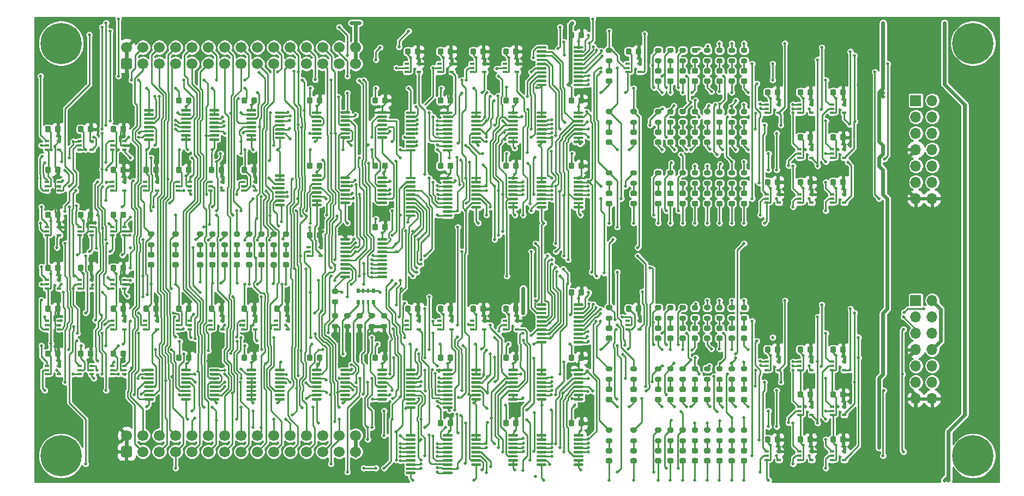
<source format=gbr>
%TF.GenerationSoftware,KiCad,Pcbnew,(5.1.9)-1*%
%TF.CreationDate,2021-05-31T11:51:55+02:00*%
%TF.ProjectId,periph_gpio,70657269-7068-45f6-9770-696f2e6b6963,v1.0*%
%TF.SameCoordinates,Original*%
%TF.FileFunction,Copper,L1,Top*%
%TF.FilePolarity,Positive*%
%FSLAX46Y46*%
G04 Gerber Fmt 4.6, Leading zero omitted, Abs format (unit mm)*
G04 Created by KiCad (PCBNEW (5.1.9)-1) date 2021-05-31 11:51:55*
%MOMM*%
%LPD*%
G01*
G04 APERTURE LIST*
%TA.AperFunction,SMDPad,CuDef*%
%ADD10R,0.650000X0.400000*%
%TD*%
%TA.AperFunction,SMDPad,CuDef*%
%ADD11R,0.500000X0.800000*%
%TD*%
%TA.AperFunction,SMDPad,CuDef*%
%ADD12R,0.400000X0.800000*%
%TD*%
%TA.AperFunction,ComponentPad*%
%ADD13O,1.700000X1.700000*%
%TD*%
%TA.AperFunction,ComponentPad*%
%ADD14R,1.700000X1.700000*%
%TD*%
%TA.AperFunction,ComponentPad*%
%ADD15C,1.700000*%
%TD*%
%TA.AperFunction,ComponentPad*%
%ADD16C,0.800000*%
%TD*%
%TA.AperFunction,ComponentPad*%
%ADD17C,6.400000*%
%TD*%
%TA.AperFunction,ViaPad*%
%ADD18C,0.470000*%
%TD*%
%TA.AperFunction,Conductor*%
%ADD19C,0.250000*%
%TD*%
%TA.AperFunction,Conductor*%
%ADD20C,0.600000*%
%TD*%
%TA.AperFunction,Conductor*%
%ADD21C,0.400000*%
%TD*%
%TA.AperFunction,Conductor*%
%ADD22C,0.254000*%
%TD*%
%TA.AperFunction,Conductor*%
%ADD23C,0.100000*%
%TD*%
G04 APERTURE END LIST*
%TO.P,U77,16*%
%TO.N,+5V*%
%TA.AperFunction,SMDPad,CuDef*%
G36*
G01*
X-61375000Y-11160000D02*
X-61375000Y-10960000D01*
G75*
G02*
X-61275000Y-10860000I100000J0D01*
G01*
X-60000000Y-10860000D01*
G75*
G02*
X-59900000Y-10960000I0J-100000D01*
G01*
X-59900000Y-11160000D01*
G75*
G02*
X-60000000Y-11260000I-100000J0D01*
G01*
X-61275000Y-11260000D01*
G75*
G02*
X-61375000Y-11160000I0J100000D01*
G01*
G37*
%TD.AperFunction*%
%TO.P,U77,15*%
%TO.N,/RESET*%
%TA.AperFunction,SMDPad,CuDef*%
G36*
G01*
X-61375000Y-11810000D02*
X-61375000Y-11610000D01*
G75*
G02*
X-61275000Y-11510000I100000J0D01*
G01*
X-60000000Y-11510000D01*
G75*
G02*
X-59900000Y-11610000I0J-100000D01*
G01*
X-59900000Y-11810000D01*
G75*
G02*
X-60000000Y-11910000I-100000J0D01*
G01*
X-61275000Y-11910000D01*
G75*
G02*
X-61375000Y-11810000I0J100000D01*
G01*
G37*
%TD.AperFunction*%
%TO.P,U77,14*%
%TO.N,/ExtInterrupt/RisingEdge_Detector/Now_0*%
%TA.AperFunction,SMDPad,CuDef*%
G36*
G01*
X-61375000Y-12460000D02*
X-61375000Y-12260000D01*
G75*
G02*
X-61275000Y-12160000I100000J0D01*
G01*
X-60000000Y-12160000D01*
G75*
G02*
X-59900000Y-12260000I0J-100000D01*
G01*
X-59900000Y-12460000D01*
G75*
G02*
X-60000000Y-12560000I-100000J0D01*
G01*
X-61275000Y-12560000D01*
G75*
G02*
X-61375000Y-12460000I0J100000D01*
G01*
G37*
%TD.AperFunction*%
%TO.P,U77,13*%
%TO.N,/ExtInterrupt/RisingEdge_Detector/Now_1*%
%TA.AperFunction,SMDPad,CuDef*%
G36*
G01*
X-61375000Y-13110000D02*
X-61375000Y-12910000D01*
G75*
G02*
X-61275000Y-12810000I100000J0D01*
G01*
X-60000000Y-12810000D01*
G75*
G02*
X-59900000Y-12910000I0J-100000D01*
G01*
X-59900000Y-13110000D01*
G75*
G02*
X-60000000Y-13210000I-100000J0D01*
G01*
X-61275000Y-13210000D01*
G75*
G02*
X-61375000Y-13110000I0J100000D01*
G01*
G37*
%TD.AperFunction*%
%TO.P,U77,12*%
%TO.N,/ExtInterrupt/RisingEdge_Detector/Now_2*%
%TA.AperFunction,SMDPad,CuDef*%
G36*
G01*
X-61375000Y-13760000D02*
X-61375000Y-13560000D01*
G75*
G02*
X-61275000Y-13460000I100000J0D01*
G01*
X-60000000Y-13460000D01*
G75*
G02*
X-59900000Y-13560000I0J-100000D01*
G01*
X-59900000Y-13760000D01*
G75*
G02*
X-60000000Y-13860000I-100000J0D01*
G01*
X-61275000Y-13860000D01*
G75*
G02*
X-61375000Y-13760000I0J100000D01*
G01*
G37*
%TD.AperFunction*%
%TO.P,U77,11*%
%TO.N,/ExtInterrupt/RisingEdge_Detector/Now_3*%
%TA.AperFunction,SMDPad,CuDef*%
G36*
G01*
X-61375000Y-14410000D02*
X-61375000Y-14210000D01*
G75*
G02*
X-61275000Y-14110000I100000J0D01*
G01*
X-60000000Y-14110000D01*
G75*
G02*
X-59900000Y-14210000I0J-100000D01*
G01*
X-59900000Y-14410000D01*
G75*
G02*
X-60000000Y-14510000I-100000J0D01*
G01*
X-61275000Y-14510000D01*
G75*
G02*
X-61375000Y-14410000I0J100000D01*
G01*
G37*
%TD.AperFunction*%
%TO.P,U77,10*%
%TO.N,GND*%
%TA.AperFunction,SMDPad,CuDef*%
G36*
G01*
X-61375000Y-15060000D02*
X-61375000Y-14860000D01*
G75*
G02*
X-61275000Y-14760000I100000J0D01*
G01*
X-60000000Y-14760000D01*
G75*
G02*
X-59900000Y-14860000I0J-100000D01*
G01*
X-59900000Y-15060000D01*
G75*
G02*
X-60000000Y-15160000I-100000J0D01*
G01*
X-61275000Y-15160000D01*
G75*
G02*
X-61375000Y-15060000I0J100000D01*
G01*
G37*
%TD.AperFunction*%
%TO.P,U77,9*%
%TA.AperFunction,SMDPad,CuDef*%
G36*
G01*
X-61375000Y-15710000D02*
X-61375000Y-15510000D01*
G75*
G02*
X-61275000Y-15410000I100000J0D01*
G01*
X-60000000Y-15410000D01*
G75*
G02*
X-59900000Y-15510000I0J-100000D01*
G01*
X-59900000Y-15710000D01*
G75*
G02*
X-60000000Y-15810000I-100000J0D01*
G01*
X-61275000Y-15810000D01*
G75*
G02*
X-61375000Y-15710000I0J100000D01*
G01*
G37*
%TD.AperFunction*%
%TO.P,U77,8*%
%TA.AperFunction,SMDPad,CuDef*%
G36*
G01*
X-67100000Y-15710000D02*
X-67100000Y-15510000D01*
G75*
G02*
X-67000000Y-15410000I100000J0D01*
G01*
X-65725000Y-15410000D01*
G75*
G02*
X-65625000Y-15510000I0J-100000D01*
G01*
X-65625000Y-15710000D01*
G75*
G02*
X-65725000Y-15810000I-100000J0D01*
G01*
X-67000000Y-15810000D01*
G75*
G02*
X-67100000Y-15710000I0J100000D01*
G01*
G37*
%TD.AperFunction*%
%TO.P,U77,7*%
%TO.N,/CLK*%
%TA.AperFunction,SMDPad,CuDef*%
G36*
G01*
X-67100000Y-15060000D02*
X-67100000Y-14860000D01*
G75*
G02*
X-67000000Y-14760000I100000J0D01*
G01*
X-65725000Y-14760000D01*
G75*
G02*
X-65625000Y-14860000I0J-100000D01*
G01*
X-65625000Y-15060000D01*
G75*
G02*
X-65725000Y-15160000I-100000J0D01*
G01*
X-67000000Y-15160000D01*
G75*
G02*
X-67100000Y-15060000I0J100000D01*
G01*
G37*
%TD.AperFunction*%
%TO.P,U77,6*%
%TO.N,/ExtInterrupt/RisingEdge_Detector/Past_3*%
%TA.AperFunction,SMDPad,CuDef*%
G36*
G01*
X-67100000Y-14410000D02*
X-67100000Y-14210000D01*
G75*
G02*
X-67000000Y-14110000I100000J0D01*
G01*
X-65725000Y-14110000D01*
G75*
G02*
X-65625000Y-14210000I0J-100000D01*
G01*
X-65625000Y-14410000D01*
G75*
G02*
X-65725000Y-14510000I-100000J0D01*
G01*
X-67000000Y-14510000D01*
G75*
G02*
X-67100000Y-14410000I0J100000D01*
G01*
G37*
%TD.AperFunction*%
%TO.P,U77,5*%
%TO.N,/ExtInterrupt/RisingEdge_Detector/Past_2*%
%TA.AperFunction,SMDPad,CuDef*%
G36*
G01*
X-67100000Y-13760000D02*
X-67100000Y-13560000D01*
G75*
G02*
X-67000000Y-13460000I100000J0D01*
G01*
X-65725000Y-13460000D01*
G75*
G02*
X-65625000Y-13560000I0J-100000D01*
G01*
X-65625000Y-13760000D01*
G75*
G02*
X-65725000Y-13860000I-100000J0D01*
G01*
X-67000000Y-13860000D01*
G75*
G02*
X-67100000Y-13760000I0J100000D01*
G01*
G37*
%TD.AperFunction*%
%TO.P,U77,4*%
%TO.N,/ExtInterrupt/RisingEdge_Detector/Past_1*%
%TA.AperFunction,SMDPad,CuDef*%
G36*
G01*
X-67100000Y-13110000D02*
X-67100000Y-12910000D01*
G75*
G02*
X-67000000Y-12810000I100000J0D01*
G01*
X-65725000Y-12810000D01*
G75*
G02*
X-65625000Y-12910000I0J-100000D01*
G01*
X-65625000Y-13110000D01*
G75*
G02*
X-65725000Y-13210000I-100000J0D01*
G01*
X-67000000Y-13210000D01*
G75*
G02*
X-67100000Y-13110000I0J100000D01*
G01*
G37*
%TD.AperFunction*%
%TO.P,U77,3*%
%TO.N,/ExtInterrupt/RisingEdge_Detector/Past_0*%
%TA.AperFunction,SMDPad,CuDef*%
G36*
G01*
X-67100000Y-12460000D02*
X-67100000Y-12260000D01*
G75*
G02*
X-67000000Y-12160000I100000J0D01*
G01*
X-65725000Y-12160000D01*
G75*
G02*
X-65625000Y-12260000I0J-100000D01*
G01*
X-65625000Y-12460000D01*
G75*
G02*
X-65725000Y-12560000I-100000J0D01*
G01*
X-67000000Y-12560000D01*
G75*
G02*
X-67100000Y-12460000I0J100000D01*
G01*
G37*
%TD.AperFunction*%
%TO.P,U77,2*%
%TO.N,GND*%
%TA.AperFunction,SMDPad,CuDef*%
G36*
G01*
X-67100000Y-11810000D02*
X-67100000Y-11610000D01*
G75*
G02*
X-67000000Y-11510000I100000J0D01*
G01*
X-65725000Y-11510000D01*
G75*
G02*
X-65625000Y-11610000I0J-100000D01*
G01*
X-65625000Y-11810000D01*
G75*
G02*
X-65725000Y-11910000I-100000J0D01*
G01*
X-67000000Y-11910000D01*
G75*
G02*
X-67100000Y-11810000I0J100000D01*
G01*
G37*
%TD.AperFunction*%
%TO.P,U77,1*%
%TA.AperFunction,SMDPad,CuDef*%
G36*
G01*
X-67100000Y-11160000D02*
X-67100000Y-10960000D01*
G75*
G02*
X-67000000Y-10860000I100000J0D01*
G01*
X-65725000Y-10860000D01*
G75*
G02*
X-65625000Y-10960000I0J-100000D01*
G01*
X-65625000Y-11160000D01*
G75*
G02*
X-65725000Y-11260000I-100000J0D01*
G01*
X-67000000Y-11260000D01*
G75*
G02*
X-67100000Y-11160000I0J100000D01*
G01*
G37*
%TD.AperFunction*%
%TD*%
%TO.P,U76,14*%
%TO.N,+5V*%
%TA.AperFunction,SMDPad,CuDef*%
G36*
G01*
X-41055000Y-11485000D02*
X-41055000Y-11285000D01*
G75*
G02*
X-40955000Y-11185000I100000J0D01*
G01*
X-39680000Y-11185000D01*
G75*
G02*
X-39580000Y-11285000I0J-100000D01*
G01*
X-39580000Y-11485000D01*
G75*
G02*
X-39680000Y-11585000I-100000J0D01*
G01*
X-40955000Y-11585000D01*
G75*
G02*
X-41055000Y-11485000I0J100000D01*
G01*
G37*
%TD.AperFunction*%
%TO.P,U76,13*%
%TO.N,Net-(U74-Pad6)*%
%TA.AperFunction,SMDPad,CuDef*%
G36*
G01*
X-41055000Y-12135000D02*
X-41055000Y-11935000D01*
G75*
G02*
X-40955000Y-11835000I100000J0D01*
G01*
X-39680000Y-11835000D01*
G75*
G02*
X-39580000Y-11935000I0J-100000D01*
G01*
X-39580000Y-12135000D01*
G75*
G02*
X-39680000Y-12235000I-100000J0D01*
G01*
X-40955000Y-12235000D01*
G75*
G02*
X-41055000Y-12135000I0J100000D01*
G01*
G37*
%TD.AperFunction*%
%TO.P,U76,12*%
%TO.N,/ExtInterrupt/RisingEdge_Detector/Now_2*%
%TA.AperFunction,SMDPad,CuDef*%
G36*
G01*
X-41055000Y-12785000D02*
X-41055000Y-12585000D01*
G75*
G02*
X-40955000Y-12485000I100000J0D01*
G01*
X-39680000Y-12485000D01*
G75*
G02*
X-39580000Y-12585000I0J-100000D01*
G01*
X-39580000Y-12785000D01*
G75*
G02*
X-39680000Y-12885000I-100000J0D01*
G01*
X-40955000Y-12885000D01*
G75*
G02*
X-41055000Y-12785000I0J100000D01*
G01*
G37*
%TD.AperFunction*%
%TO.P,U76,11*%
%TO.N,/ExtInterrupt/RisingEdge_Detector/Out_2*%
%TA.AperFunction,SMDPad,CuDef*%
G36*
G01*
X-41055000Y-13435000D02*
X-41055000Y-13235000D01*
G75*
G02*
X-40955000Y-13135000I100000J0D01*
G01*
X-39680000Y-13135000D01*
G75*
G02*
X-39580000Y-13235000I0J-100000D01*
G01*
X-39580000Y-13435000D01*
G75*
G02*
X-39680000Y-13535000I-100000J0D01*
G01*
X-40955000Y-13535000D01*
G75*
G02*
X-41055000Y-13435000I0J100000D01*
G01*
G37*
%TD.AperFunction*%
%TO.P,U76,10*%
%TO.N,Net-(U74-Pad8)*%
%TA.AperFunction,SMDPad,CuDef*%
G36*
G01*
X-41055000Y-14085000D02*
X-41055000Y-13885000D01*
G75*
G02*
X-40955000Y-13785000I100000J0D01*
G01*
X-39680000Y-13785000D01*
G75*
G02*
X-39580000Y-13885000I0J-100000D01*
G01*
X-39580000Y-14085000D01*
G75*
G02*
X-39680000Y-14185000I-100000J0D01*
G01*
X-40955000Y-14185000D01*
G75*
G02*
X-41055000Y-14085000I0J100000D01*
G01*
G37*
%TD.AperFunction*%
%TO.P,U76,9*%
%TO.N,/ExtInterrupt/RisingEdge_Detector/Now_3*%
%TA.AperFunction,SMDPad,CuDef*%
G36*
G01*
X-41055000Y-14735000D02*
X-41055000Y-14535000D01*
G75*
G02*
X-40955000Y-14435000I100000J0D01*
G01*
X-39680000Y-14435000D01*
G75*
G02*
X-39580000Y-14535000I0J-100000D01*
G01*
X-39580000Y-14735000D01*
G75*
G02*
X-39680000Y-14835000I-100000J0D01*
G01*
X-40955000Y-14835000D01*
G75*
G02*
X-41055000Y-14735000I0J100000D01*
G01*
G37*
%TD.AperFunction*%
%TO.P,U76,8*%
%TO.N,/ExtInterrupt/RisingEdge_Detector/Out_3*%
%TA.AperFunction,SMDPad,CuDef*%
G36*
G01*
X-41055000Y-15385000D02*
X-41055000Y-15185000D01*
G75*
G02*
X-40955000Y-15085000I100000J0D01*
G01*
X-39680000Y-15085000D01*
G75*
G02*
X-39580000Y-15185000I0J-100000D01*
G01*
X-39580000Y-15385000D01*
G75*
G02*
X-39680000Y-15485000I-100000J0D01*
G01*
X-40955000Y-15485000D01*
G75*
G02*
X-41055000Y-15385000I0J100000D01*
G01*
G37*
%TD.AperFunction*%
%TO.P,U76,7*%
%TO.N,GND*%
%TA.AperFunction,SMDPad,CuDef*%
G36*
G01*
X-46780000Y-15385000D02*
X-46780000Y-15185000D01*
G75*
G02*
X-46680000Y-15085000I100000J0D01*
G01*
X-45405000Y-15085000D01*
G75*
G02*
X-45305000Y-15185000I0J-100000D01*
G01*
X-45305000Y-15385000D01*
G75*
G02*
X-45405000Y-15485000I-100000J0D01*
G01*
X-46680000Y-15485000D01*
G75*
G02*
X-46780000Y-15385000I0J100000D01*
G01*
G37*
%TD.AperFunction*%
%TO.P,U76,6*%
%TO.N,/ExtInterrupt/RisingEdge_Detector/Out_1*%
%TA.AperFunction,SMDPad,CuDef*%
G36*
G01*
X-46780000Y-14735000D02*
X-46780000Y-14535000D01*
G75*
G02*
X-46680000Y-14435000I100000J0D01*
G01*
X-45405000Y-14435000D01*
G75*
G02*
X-45305000Y-14535000I0J-100000D01*
G01*
X-45305000Y-14735000D01*
G75*
G02*
X-45405000Y-14835000I-100000J0D01*
G01*
X-46680000Y-14835000D01*
G75*
G02*
X-46780000Y-14735000I0J100000D01*
G01*
G37*
%TD.AperFunction*%
%TO.P,U76,5*%
%TO.N,Net-(U74-Pad4)*%
%TA.AperFunction,SMDPad,CuDef*%
G36*
G01*
X-46780000Y-14085000D02*
X-46780000Y-13885000D01*
G75*
G02*
X-46680000Y-13785000I100000J0D01*
G01*
X-45405000Y-13785000D01*
G75*
G02*
X-45305000Y-13885000I0J-100000D01*
G01*
X-45305000Y-14085000D01*
G75*
G02*
X-45405000Y-14185000I-100000J0D01*
G01*
X-46680000Y-14185000D01*
G75*
G02*
X-46780000Y-14085000I0J100000D01*
G01*
G37*
%TD.AperFunction*%
%TO.P,U76,4*%
%TO.N,/ExtInterrupt/RisingEdge_Detector/Now_1*%
%TA.AperFunction,SMDPad,CuDef*%
G36*
G01*
X-46780000Y-13435000D02*
X-46780000Y-13235000D01*
G75*
G02*
X-46680000Y-13135000I100000J0D01*
G01*
X-45405000Y-13135000D01*
G75*
G02*
X-45305000Y-13235000I0J-100000D01*
G01*
X-45305000Y-13435000D01*
G75*
G02*
X-45405000Y-13535000I-100000J0D01*
G01*
X-46680000Y-13535000D01*
G75*
G02*
X-46780000Y-13435000I0J100000D01*
G01*
G37*
%TD.AperFunction*%
%TO.P,U76,3*%
%TO.N,/ExtInterrupt/RisingEdge_Detector/Out_0*%
%TA.AperFunction,SMDPad,CuDef*%
G36*
G01*
X-46780000Y-12785000D02*
X-46780000Y-12585000D01*
G75*
G02*
X-46680000Y-12485000I100000J0D01*
G01*
X-45405000Y-12485000D01*
G75*
G02*
X-45305000Y-12585000I0J-100000D01*
G01*
X-45305000Y-12785000D01*
G75*
G02*
X-45405000Y-12885000I-100000J0D01*
G01*
X-46680000Y-12885000D01*
G75*
G02*
X-46780000Y-12785000I0J100000D01*
G01*
G37*
%TD.AperFunction*%
%TO.P,U76,2*%
%TO.N,Net-(U74-Pad2)*%
%TA.AperFunction,SMDPad,CuDef*%
G36*
G01*
X-46780000Y-12135000D02*
X-46780000Y-11935000D01*
G75*
G02*
X-46680000Y-11835000I100000J0D01*
G01*
X-45405000Y-11835000D01*
G75*
G02*
X-45305000Y-11935000I0J-100000D01*
G01*
X-45305000Y-12135000D01*
G75*
G02*
X-45405000Y-12235000I-100000J0D01*
G01*
X-46680000Y-12235000D01*
G75*
G02*
X-46780000Y-12135000I0J100000D01*
G01*
G37*
%TD.AperFunction*%
%TO.P,U76,1*%
%TO.N,/ExtInterrupt/RisingEdge_Detector/Now_0*%
%TA.AperFunction,SMDPad,CuDef*%
G36*
G01*
X-46780000Y-11485000D02*
X-46780000Y-11285000D01*
G75*
G02*
X-46680000Y-11185000I100000J0D01*
G01*
X-45405000Y-11185000D01*
G75*
G02*
X-45305000Y-11285000I0J-100000D01*
G01*
X-45305000Y-11485000D01*
G75*
G02*
X-45405000Y-11585000I-100000J0D01*
G01*
X-46680000Y-11585000D01*
G75*
G02*
X-46780000Y-11485000I0J100000D01*
G01*
G37*
%TD.AperFunction*%
%TD*%
%TO.P,U75,16*%
%TO.N,+5V*%
%TA.AperFunction,SMDPad,CuDef*%
G36*
G01*
X-71535000Y-11160000D02*
X-71535000Y-10960000D01*
G75*
G02*
X-71435000Y-10860000I100000J0D01*
G01*
X-70160000Y-10860000D01*
G75*
G02*
X-70060000Y-10960000I0J-100000D01*
G01*
X-70060000Y-11160000D01*
G75*
G02*
X-70160000Y-11260000I-100000J0D01*
G01*
X-71435000Y-11260000D01*
G75*
G02*
X-71535000Y-11160000I0J100000D01*
G01*
G37*
%TD.AperFunction*%
%TO.P,U75,15*%
%TO.N,/RESET*%
%TA.AperFunction,SMDPad,CuDef*%
G36*
G01*
X-71535000Y-11810000D02*
X-71535000Y-11610000D01*
G75*
G02*
X-71435000Y-11510000I100000J0D01*
G01*
X-70160000Y-11510000D01*
G75*
G02*
X-70060000Y-11610000I0J-100000D01*
G01*
X-70060000Y-11810000D01*
G75*
G02*
X-70160000Y-11910000I-100000J0D01*
G01*
X-71435000Y-11910000D01*
G75*
G02*
X-71535000Y-11810000I0J100000D01*
G01*
G37*
%TD.AperFunction*%
%TO.P,U75,14*%
%TO.N,/ExtInterrupt/0*%
%TA.AperFunction,SMDPad,CuDef*%
G36*
G01*
X-71535000Y-12460000D02*
X-71535000Y-12260000D01*
G75*
G02*
X-71435000Y-12160000I100000J0D01*
G01*
X-70160000Y-12160000D01*
G75*
G02*
X-70060000Y-12260000I0J-100000D01*
G01*
X-70060000Y-12460000D01*
G75*
G02*
X-70160000Y-12560000I-100000J0D01*
G01*
X-71435000Y-12560000D01*
G75*
G02*
X-71535000Y-12460000I0J100000D01*
G01*
G37*
%TD.AperFunction*%
%TO.P,U75,13*%
%TO.N,/ExtInterrupt/1*%
%TA.AperFunction,SMDPad,CuDef*%
G36*
G01*
X-71535000Y-13110000D02*
X-71535000Y-12910000D01*
G75*
G02*
X-71435000Y-12810000I100000J0D01*
G01*
X-70160000Y-12810000D01*
G75*
G02*
X-70060000Y-12910000I0J-100000D01*
G01*
X-70060000Y-13110000D01*
G75*
G02*
X-70160000Y-13210000I-100000J0D01*
G01*
X-71435000Y-13210000D01*
G75*
G02*
X-71535000Y-13110000I0J100000D01*
G01*
G37*
%TD.AperFunction*%
%TO.P,U75,12*%
%TO.N,/ExtInterrupt/2*%
%TA.AperFunction,SMDPad,CuDef*%
G36*
G01*
X-71535000Y-13760000D02*
X-71535000Y-13560000D01*
G75*
G02*
X-71435000Y-13460000I100000J0D01*
G01*
X-70160000Y-13460000D01*
G75*
G02*
X-70060000Y-13560000I0J-100000D01*
G01*
X-70060000Y-13760000D01*
G75*
G02*
X-70160000Y-13860000I-100000J0D01*
G01*
X-71435000Y-13860000D01*
G75*
G02*
X-71535000Y-13760000I0J100000D01*
G01*
G37*
%TD.AperFunction*%
%TO.P,U75,11*%
%TO.N,/ExtInterrupt/3*%
%TA.AperFunction,SMDPad,CuDef*%
G36*
G01*
X-71535000Y-14410000D02*
X-71535000Y-14210000D01*
G75*
G02*
X-71435000Y-14110000I100000J0D01*
G01*
X-70160000Y-14110000D01*
G75*
G02*
X-70060000Y-14210000I0J-100000D01*
G01*
X-70060000Y-14410000D01*
G75*
G02*
X-70160000Y-14510000I-100000J0D01*
G01*
X-71435000Y-14510000D01*
G75*
G02*
X-71535000Y-14410000I0J100000D01*
G01*
G37*
%TD.AperFunction*%
%TO.P,U75,10*%
%TO.N,GND*%
%TA.AperFunction,SMDPad,CuDef*%
G36*
G01*
X-71535000Y-15060000D02*
X-71535000Y-14860000D01*
G75*
G02*
X-71435000Y-14760000I100000J0D01*
G01*
X-70160000Y-14760000D01*
G75*
G02*
X-70060000Y-14860000I0J-100000D01*
G01*
X-70060000Y-15060000D01*
G75*
G02*
X-70160000Y-15160000I-100000J0D01*
G01*
X-71435000Y-15160000D01*
G75*
G02*
X-71535000Y-15060000I0J100000D01*
G01*
G37*
%TD.AperFunction*%
%TO.P,U75,9*%
%TA.AperFunction,SMDPad,CuDef*%
G36*
G01*
X-71535000Y-15710000D02*
X-71535000Y-15510000D01*
G75*
G02*
X-71435000Y-15410000I100000J0D01*
G01*
X-70160000Y-15410000D01*
G75*
G02*
X-70060000Y-15510000I0J-100000D01*
G01*
X-70060000Y-15710000D01*
G75*
G02*
X-70160000Y-15810000I-100000J0D01*
G01*
X-71435000Y-15810000D01*
G75*
G02*
X-71535000Y-15710000I0J100000D01*
G01*
G37*
%TD.AperFunction*%
%TO.P,U75,8*%
%TA.AperFunction,SMDPad,CuDef*%
G36*
G01*
X-77260000Y-15710000D02*
X-77260000Y-15510000D01*
G75*
G02*
X-77160000Y-15410000I100000J0D01*
G01*
X-75885000Y-15410000D01*
G75*
G02*
X-75785000Y-15510000I0J-100000D01*
G01*
X-75785000Y-15710000D01*
G75*
G02*
X-75885000Y-15810000I-100000J0D01*
G01*
X-77160000Y-15810000D01*
G75*
G02*
X-77260000Y-15710000I0J100000D01*
G01*
G37*
%TD.AperFunction*%
%TO.P,U75,7*%
%TO.N,/CLK*%
%TA.AperFunction,SMDPad,CuDef*%
G36*
G01*
X-77260000Y-15060000D02*
X-77260000Y-14860000D01*
G75*
G02*
X-77160000Y-14760000I100000J0D01*
G01*
X-75885000Y-14760000D01*
G75*
G02*
X-75785000Y-14860000I0J-100000D01*
G01*
X-75785000Y-15060000D01*
G75*
G02*
X-75885000Y-15160000I-100000J0D01*
G01*
X-77160000Y-15160000D01*
G75*
G02*
X-77260000Y-15060000I0J100000D01*
G01*
G37*
%TD.AperFunction*%
%TO.P,U75,6*%
%TO.N,/ExtInterrupt/RisingEdge_Detector/Now_3*%
%TA.AperFunction,SMDPad,CuDef*%
G36*
G01*
X-77260000Y-14410000D02*
X-77260000Y-14210000D01*
G75*
G02*
X-77160000Y-14110000I100000J0D01*
G01*
X-75885000Y-14110000D01*
G75*
G02*
X-75785000Y-14210000I0J-100000D01*
G01*
X-75785000Y-14410000D01*
G75*
G02*
X-75885000Y-14510000I-100000J0D01*
G01*
X-77160000Y-14510000D01*
G75*
G02*
X-77260000Y-14410000I0J100000D01*
G01*
G37*
%TD.AperFunction*%
%TO.P,U75,5*%
%TO.N,/ExtInterrupt/RisingEdge_Detector/Now_2*%
%TA.AperFunction,SMDPad,CuDef*%
G36*
G01*
X-77260000Y-13760000D02*
X-77260000Y-13560000D01*
G75*
G02*
X-77160000Y-13460000I100000J0D01*
G01*
X-75885000Y-13460000D01*
G75*
G02*
X-75785000Y-13560000I0J-100000D01*
G01*
X-75785000Y-13760000D01*
G75*
G02*
X-75885000Y-13860000I-100000J0D01*
G01*
X-77160000Y-13860000D01*
G75*
G02*
X-77260000Y-13760000I0J100000D01*
G01*
G37*
%TD.AperFunction*%
%TO.P,U75,4*%
%TO.N,/ExtInterrupt/RisingEdge_Detector/Now_1*%
%TA.AperFunction,SMDPad,CuDef*%
G36*
G01*
X-77260000Y-13110000D02*
X-77260000Y-12910000D01*
G75*
G02*
X-77160000Y-12810000I100000J0D01*
G01*
X-75885000Y-12810000D01*
G75*
G02*
X-75785000Y-12910000I0J-100000D01*
G01*
X-75785000Y-13110000D01*
G75*
G02*
X-75885000Y-13210000I-100000J0D01*
G01*
X-77160000Y-13210000D01*
G75*
G02*
X-77260000Y-13110000I0J100000D01*
G01*
G37*
%TD.AperFunction*%
%TO.P,U75,3*%
%TO.N,/ExtInterrupt/RisingEdge_Detector/Now_0*%
%TA.AperFunction,SMDPad,CuDef*%
G36*
G01*
X-77260000Y-12460000D02*
X-77260000Y-12260000D01*
G75*
G02*
X-77160000Y-12160000I100000J0D01*
G01*
X-75885000Y-12160000D01*
G75*
G02*
X-75785000Y-12260000I0J-100000D01*
G01*
X-75785000Y-12460000D01*
G75*
G02*
X-75885000Y-12560000I-100000J0D01*
G01*
X-77160000Y-12560000D01*
G75*
G02*
X-77260000Y-12460000I0J100000D01*
G01*
G37*
%TD.AperFunction*%
%TO.P,U75,2*%
%TO.N,GND*%
%TA.AperFunction,SMDPad,CuDef*%
G36*
G01*
X-77260000Y-11810000D02*
X-77260000Y-11610000D01*
G75*
G02*
X-77160000Y-11510000I100000J0D01*
G01*
X-75885000Y-11510000D01*
G75*
G02*
X-75785000Y-11610000I0J-100000D01*
G01*
X-75785000Y-11810000D01*
G75*
G02*
X-75885000Y-11910000I-100000J0D01*
G01*
X-77160000Y-11910000D01*
G75*
G02*
X-77260000Y-11810000I0J100000D01*
G01*
G37*
%TD.AperFunction*%
%TO.P,U75,1*%
%TA.AperFunction,SMDPad,CuDef*%
G36*
G01*
X-77260000Y-11160000D02*
X-77260000Y-10960000D01*
G75*
G02*
X-77160000Y-10860000I100000J0D01*
G01*
X-75885000Y-10860000D01*
G75*
G02*
X-75785000Y-10960000I0J-100000D01*
G01*
X-75785000Y-11160000D01*
G75*
G02*
X-75885000Y-11260000I-100000J0D01*
G01*
X-77160000Y-11260000D01*
G75*
G02*
X-77260000Y-11160000I0J100000D01*
G01*
G37*
%TD.AperFunction*%
%TD*%
%TO.P,U74,14*%
%TO.N,+5V*%
%TA.AperFunction,SMDPad,CuDef*%
G36*
G01*
X-51215000Y-11530000D02*
X-51215000Y-11330000D01*
G75*
G02*
X-51115000Y-11230000I100000J0D01*
G01*
X-49840000Y-11230000D01*
G75*
G02*
X-49740000Y-11330000I0J-100000D01*
G01*
X-49740000Y-11530000D01*
G75*
G02*
X-49840000Y-11630000I-100000J0D01*
G01*
X-51115000Y-11630000D01*
G75*
G02*
X-51215000Y-11530000I0J100000D01*
G01*
G37*
%TD.AperFunction*%
%TO.P,U74,13*%
%TO.N,GND*%
%TA.AperFunction,SMDPad,CuDef*%
G36*
G01*
X-51215000Y-12180000D02*
X-51215000Y-11980000D01*
G75*
G02*
X-51115000Y-11880000I100000J0D01*
G01*
X-49840000Y-11880000D01*
G75*
G02*
X-49740000Y-11980000I0J-100000D01*
G01*
X-49740000Y-12180000D01*
G75*
G02*
X-49840000Y-12280000I-100000J0D01*
G01*
X-51115000Y-12280000D01*
G75*
G02*
X-51215000Y-12180000I0J100000D01*
G01*
G37*
%TD.AperFunction*%
%TO.P,U74,12*%
%TO.N,N/C*%
%TA.AperFunction,SMDPad,CuDef*%
G36*
G01*
X-51215000Y-12830000D02*
X-51215000Y-12630000D01*
G75*
G02*
X-51115000Y-12530000I100000J0D01*
G01*
X-49840000Y-12530000D01*
G75*
G02*
X-49740000Y-12630000I0J-100000D01*
G01*
X-49740000Y-12830000D01*
G75*
G02*
X-49840000Y-12930000I-100000J0D01*
G01*
X-51115000Y-12930000D01*
G75*
G02*
X-51215000Y-12830000I0J100000D01*
G01*
G37*
%TD.AperFunction*%
%TO.P,U74,11*%
%TO.N,GND*%
%TA.AperFunction,SMDPad,CuDef*%
G36*
G01*
X-51215000Y-13480000D02*
X-51215000Y-13280000D01*
G75*
G02*
X-51115000Y-13180000I100000J0D01*
G01*
X-49840000Y-13180000D01*
G75*
G02*
X-49740000Y-13280000I0J-100000D01*
G01*
X-49740000Y-13480000D01*
G75*
G02*
X-49840000Y-13580000I-100000J0D01*
G01*
X-51115000Y-13580000D01*
G75*
G02*
X-51215000Y-13480000I0J100000D01*
G01*
G37*
%TD.AperFunction*%
%TO.P,U74,10*%
%TO.N,N/C*%
%TA.AperFunction,SMDPad,CuDef*%
G36*
G01*
X-51215000Y-14130000D02*
X-51215000Y-13930000D01*
G75*
G02*
X-51115000Y-13830000I100000J0D01*
G01*
X-49840000Y-13830000D01*
G75*
G02*
X-49740000Y-13930000I0J-100000D01*
G01*
X-49740000Y-14130000D01*
G75*
G02*
X-49840000Y-14230000I-100000J0D01*
G01*
X-51115000Y-14230000D01*
G75*
G02*
X-51215000Y-14130000I0J100000D01*
G01*
G37*
%TD.AperFunction*%
%TO.P,U74,9*%
%TO.N,/ExtInterrupt/RisingEdge_Detector/Past_3*%
%TA.AperFunction,SMDPad,CuDef*%
G36*
G01*
X-51215000Y-14780000D02*
X-51215000Y-14580000D01*
G75*
G02*
X-51115000Y-14480000I100000J0D01*
G01*
X-49840000Y-14480000D01*
G75*
G02*
X-49740000Y-14580000I0J-100000D01*
G01*
X-49740000Y-14780000D01*
G75*
G02*
X-49840000Y-14880000I-100000J0D01*
G01*
X-51115000Y-14880000D01*
G75*
G02*
X-51215000Y-14780000I0J100000D01*
G01*
G37*
%TD.AperFunction*%
%TO.P,U74,8*%
%TO.N,Net-(U74-Pad8)*%
%TA.AperFunction,SMDPad,CuDef*%
G36*
G01*
X-51215000Y-15430000D02*
X-51215000Y-15230000D01*
G75*
G02*
X-51115000Y-15130000I100000J0D01*
G01*
X-49840000Y-15130000D01*
G75*
G02*
X-49740000Y-15230000I0J-100000D01*
G01*
X-49740000Y-15430000D01*
G75*
G02*
X-49840000Y-15530000I-100000J0D01*
G01*
X-51115000Y-15530000D01*
G75*
G02*
X-51215000Y-15430000I0J100000D01*
G01*
G37*
%TD.AperFunction*%
%TO.P,U74,7*%
%TO.N,GND*%
%TA.AperFunction,SMDPad,CuDef*%
G36*
G01*
X-56940000Y-15430000D02*
X-56940000Y-15230000D01*
G75*
G02*
X-56840000Y-15130000I100000J0D01*
G01*
X-55565000Y-15130000D01*
G75*
G02*
X-55465000Y-15230000I0J-100000D01*
G01*
X-55465000Y-15430000D01*
G75*
G02*
X-55565000Y-15530000I-100000J0D01*
G01*
X-56840000Y-15530000D01*
G75*
G02*
X-56940000Y-15430000I0J100000D01*
G01*
G37*
%TD.AperFunction*%
%TO.P,U74,6*%
%TO.N,Net-(U74-Pad6)*%
%TA.AperFunction,SMDPad,CuDef*%
G36*
G01*
X-56940000Y-14780000D02*
X-56940000Y-14580000D01*
G75*
G02*
X-56840000Y-14480000I100000J0D01*
G01*
X-55565000Y-14480000D01*
G75*
G02*
X-55465000Y-14580000I0J-100000D01*
G01*
X-55465000Y-14780000D01*
G75*
G02*
X-55565000Y-14880000I-100000J0D01*
G01*
X-56840000Y-14880000D01*
G75*
G02*
X-56940000Y-14780000I0J100000D01*
G01*
G37*
%TD.AperFunction*%
%TO.P,U74,5*%
%TO.N,/ExtInterrupt/RisingEdge_Detector/Past_2*%
%TA.AperFunction,SMDPad,CuDef*%
G36*
G01*
X-56940000Y-14130000D02*
X-56940000Y-13930000D01*
G75*
G02*
X-56840000Y-13830000I100000J0D01*
G01*
X-55565000Y-13830000D01*
G75*
G02*
X-55465000Y-13930000I0J-100000D01*
G01*
X-55465000Y-14130000D01*
G75*
G02*
X-55565000Y-14230000I-100000J0D01*
G01*
X-56840000Y-14230000D01*
G75*
G02*
X-56940000Y-14130000I0J100000D01*
G01*
G37*
%TD.AperFunction*%
%TO.P,U74,4*%
%TO.N,Net-(U74-Pad4)*%
%TA.AperFunction,SMDPad,CuDef*%
G36*
G01*
X-56940000Y-13480000D02*
X-56940000Y-13280000D01*
G75*
G02*
X-56840000Y-13180000I100000J0D01*
G01*
X-55565000Y-13180000D01*
G75*
G02*
X-55465000Y-13280000I0J-100000D01*
G01*
X-55465000Y-13480000D01*
G75*
G02*
X-55565000Y-13580000I-100000J0D01*
G01*
X-56840000Y-13580000D01*
G75*
G02*
X-56940000Y-13480000I0J100000D01*
G01*
G37*
%TD.AperFunction*%
%TO.P,U74,3*%
%TO.N,/ExtInterrupt/RisingEdge_Detector/Past_1*%
%TA.AperFunction,SMDPad,CuDef*%
G36*
G01*
X-56940000Y-12830000D02*
X-56940000Y-12630000D01*
G75*
G02*
X-56840000Y-12530000I100000J0D01*
G01*
X-55565000Y-12530000D01*
G75*
G02*
X-55465000Y-12630000I0J-100000D01*
G01*
X-55465000Y-12830000D01*
G75*
G02*
X-55565000Y-12930000I-100000J0D01*
G01*
X-56840000Y-12930000D01*
G75*
G02*
X-56940000Y-12830000I0J100000D01*
G01*
G37*
%TD.AperFunction*%
%TO.P,U74,2*%
%TO.N,Net-(U74-Pad2)*%
%TA.AperFunction,SMDPad,CuDef*%
G36*
G01*
X-56940000Y-12180000D02*
X-56940000Y-11980000D01*
G75*
G02*
X-56840000Y-11880000I100000J0D01*
G01*
X-55565000Y-11880000D01*
G75*
G02*
X-55465000Y-11980000I0J-100000D01*
G01*
X-55465000Y-12180000D01*
G75*
G02*
X-55565000Y-12280000I-100000J0D01*
G01*
X-56840000Y-12280000D01*
G75*
G02*
X-56940000Y-12180000I0J100000D01*
G01*
G37*
%TD.AperFunction*%
%TO.P,U74,1*%
%TO.N,/ExtInterrupt/RisingEdge_Detector/Past_0*%
%TA.AperFunction,SMDPad,CuDef*%
G36*
G01*
X-56940000Y-11530000D02*
X-56940000Y-11330000D01*
G75*
G02*
X-56840000Y-11230000I100000J0D01*
G01*
X-55565000Y-11230000D01*
G75*
G02*
X-55465000Y-11330000I0J-100000D01*
G01*
X-55465000Y-11530000D01*
G75*
G02*
X-55565000Y-11630000I-100000J0D01*
G01*
X-56840000Y-11630000D01*
G75*
G02*
X-56940000Y-11530000I0J100000D01*
G01*
G37*
%TD.AperFunction*%
%TD*%
D10*
%TO.P,U73,5*%
%TO.N,+5V*%
X-60010000Y-22210000D03*
%TO.P,U73,4*%
%TO.N,/Int_Assert*%
X-60010000Y-23510000D03*
%TO.P,U73,2*%
%TO.N,+5V*%
X-61910000Y-22860000D03*
%TO.P,U73,3*%
%TO.N,GND*%
X-61910000Y-23510000D03*
%TO.P,U73,1*%
%TO.N,Net-(U72-Pad4)*%
X-61910000Y-22210000D03*
%TD*%
%TO.P,U72,5*%
%TO.N,+5V*%
X-65090000Y-22210000D03*
%TO.P,U72,4*%
%TO.N,Net-(U72-Pad4)*%
X-65090000Y-23510000D03*
%TO.P,U72,2*%
%TO.N,/ExtInterrupt/INT_3*%
X-66990000Y-22860000D03*
%TO.P,U72,3*%
%TO.N,GND*%
X-66990000Y-23510000D03*
%TO.P,U72,1*%
%TO.N,Net-(U71-Pad4)*%
X-66990000Y-22210000D03*
%TD*%
%TO.P,U71,6*%
%TO.N,/ExtInterrupt/INT_0*%
X-70170000Y-22210000D03*
%TO.P,U71,4*%
%TO.N,Net-(U71-Pad4)*%
X-70170000Y-23510000D03*
%TO.P,U71,2*%
%TO.N,GND*%
X-72070000Y-22860000D03*
%TO.P,U71,5*%
%TO.N,+5V*%
X-70170000Y-22860000D03*
%TO.P,U71,3*%
%TO.N,/ExtInterrupt/INT_2*%
X-72070000Y-23510000D03*
%TO.P,U71,1*%
%TO.N,/ExtInterrupt/INT_1*%
X-72070000Y-22210000D03*
%TD*%
%TO.P,U70,20*%
%TO.N,+5V*%
%TA.AperFunction,SMDPad,CuDef*%
G36*
G01*
X-41055000Y-31215000D02*
X-41055000Y-31015000D01*
G75*
G02*
X-40955000Y-30915000I100000J0D01*
G01*
X-39680000Y-30915000D01*
G75*
G02*
X-39580000Y-31015000I0J-100000D01*
G01*
X-39580000Y-31215000D01*
G75*
G02*
X-39680000Y-31315000I-100000J0D01*
G01*
X-40955000Y-31315000D01*
G75*
G02*
X-41055000Y-31215000I0J100000D01*
G01*
G37*
%TD.AperFunction*%
%TO.P,U70,19*%
%TO.N,/ExtInterrupt/~OE*%
%TA.AperFunction,SMDPad,CuDef*%
G36*
G01*
X-41055000Y-31865000D02*
X-41055000Y-31665000D01*
G75*
G02*
X-40955000Y-31565000I100000J0D01*
G01*
X-39680000Y-31565000D01*
G75*
G02*
X-39580000Y-31665000I0J-100000D01*
G01*
X-39580000Y-31865000D01*
G75*
G02*
X-39680000Y-31965000I-100000J0D01*
G01*
X-40955000Y-31965000D01*
G75*
G02*
X-41055000Y-31865000I0J100000D01*
G01*
G37*
%TD.AperFunction*%
%TO.P,U70,18*%
%TO.N,/DB0*%
%TA.AperFunction,SMDPad,CuDef*%
G36*
G01*
X-41055000Y-32515000D02*
X-41055000Y-32315000D01*
G75*
G02*
X-40955000Y-32215000I100000J0D01*
G01*
X-39680000Y-32215000D01*
G75*
G02*
X-39580000Y-32315000I0J-100000D01*
G01*
X-39580000Y-32515000D01*
G75*
G02*
X-39680000Y-32615000I-100000J0D01*
G01*
X-40955000Y-32615000D01*
G75*
G02*
X-41055000Y-32515000I0J100000D01*
G01*
G37*
%TD.AperFunction*%
%TO.P,U70,17*%
%TO.N,/DB1*%
%TA.AperFunction,SMDPad,CuDef*%
G36*
G01*
X-41055000Y-33165000D02*
X-41055000Y-32965000D01*
G75*
G02*
X-40955000Y-32865000I100000J0D01*
G01*
X-39680000Y-32865000D01*
G75*
G02*
X-39580000Y-32965000I0J-100000D01*
G01*
X-39580000Y-33165000D01*
G75*
G02*
X-39680000Y-33265000I-100000J0D01*
G01*
X-40955000Y-33265000D01*
G75*
G02*
X-41055000Y-33165000I0J100000D01*
G01*
G37*
%TD.AperFunction*%
%TO.P,U70,16*%
%TO.N,/DB2*%
%TA.AperFunction,SMDPad,CuDef*%
G36*
G01*
X-41055000Y-33815000D02*
X-41055000Y-33615000D01*
G75*
G02*
X-40955000Y-33515000I100000J0D01*
G01*
X-39680000Y-33515000D01*
G75*
G02*
X-39580000Y-33615000I0J-100000D01*
G01*
X-39580000Y-33815000D01*
G75*
G02*
X-39680000Y-33915000I-100000J0D01*
G01*
X-40955000Y-33915000D01*
G75*
G02*
X-41055000Y-33815000I0J100000D01*
G01*
G37*
%TD.AperFunction*%
%TO.P,U70,15*%
%TO.N,/DB3*%
%TA.AperFunction,SMDPad,CuDef*%
G36*
G01*
X-41055000Y-34465000D02*
X-41055000Y-34265000D01*
G75*
G02*
X-40955000Y-34165000I100000J0D01*
G01*
X-39680000Y-34165000D01*
G75*
G02*
X-39580000Y-34265000I0J-100000D01*
G01*
X-39580000Y-34465000D01*
G75*
G02*
X-39680000Y-34565000I-100000J0D01*
G01*
X-40955000Y-34565000D01*
G75*
G02*
X-41055000Y-34465000I0J100000D01*
G01*
G37*
%TD.AperFunction*%
%TO.P,U70,14*%
%TO.N,/DB4*%
%TA.AperFunction,SMDPad,CuDef*%
G36*
G01*
X-41055000Y-35115000D02*
X-41055000Y-34915000D01*
G75*
G02*
X-40955000Y-34815000I100000J0D01*
G01*
X-39680000Y-34815000D01*
G75*
G02*
X-39580000Y-34915000I0J-100000D01*
G01*
X-39580000Y-35115000D01*
G75*
G02*
X-39680000Y-35215000I-100000J0D01*
G01*
X-40955000Y-35215000D01*
G75*
G02*
X-41055000Y-35115000I0J100000D01*
G01*
G37*
%TD.AperFunction*%
%TO.P,U70,13*%
%TO.N,/DB5*%
%TA.AperFunction,SMDPad,CuDef*%
G36*
G01*
X-41055000Y-35765000D02*
X-41055000Y-35565000D01*
G75*
G02*
X-40955000Y-35465000I100000J0D01*
G01*
X-39680000Y-35465000D01*
G75*
G02*
X-39580000Y-35565000I0J-100000D01*
G01*
X-39580000Y-35765000D01*
G75*
G02*
X-39680000Y-35865000I-100000J0D01*
G01*
X-40955000Y-35865000D01*
G75*
G02*
X-41055000Y-35765000I0J100000D01*
G01*
G37*
%TD.AperFunction*%
%TO.P,U70,12*%
%TO.N,/DB6*%
%TA.AperFunction,SMDPad,CuDef*%
G36*
G01*
X-41055000Y-36415000D02*
X-41055000Y-36215000D01*
G75*
G02*
X-40955000Y-36115000I100000J0D01*
G01*
X-39680000Y-36115000D01*
G75*
G02*
X-39580000Y-36215000I0J-100000D01*
G01*
X-39580000Y-36415000D01*
G75*
G02*
X-39680000Y-36515000I-100000J0D01*
G01*
X-40955000Y-36515000D01*
G75*
G02*
X-41055000Y-36415000I0J100000D01*
G01*
G37*
%TD.AperFunction*%
%TO.P,U70,11*%
%TO.N,/DB7*%
%TA.AperFunction,SMDPad,CuDef*%
G36*
G01*
X-41055000Y-37065000D02*
X-41055000Y-36865000D01*
G75*
G02*
X-40955000Y-36765000I100000J0D01*
G01*
X-39680000Y-36765000D01*
G75*
G02*
X-39580000Y-36865000I0J-100000D01*
G01*
X-39580000Y-37065000D01*
G75*
G02*
X-39680000Y-37165000I-100000J0D01*
G01*
X-40955000Y-37165000D01*
G75*
G02*
X-41055000Y-37065000I0J100000D01*
G01*
G37*
%TD.AperFunction*%
%TO.P,U70,10*%
%TO.N,GND*%
%TA.AperFunction,SMDPad,CuDef*%
G36*
G01*
X-46780000Y-37065000D02*
X-46780000Y-36865000D01*
G75*
G02*
X-46680000Y-36765000I100000J0D01*
G01*
X-45405000Y-36765000D01*
G75*
G02*
X-45305000Y-36865000I0J-100000D01*
G01*
X-45305000Y-37065000D01*
G75*
G02*
X-45405000Y-37165000I-100000J0D01*
G01*
X-46680000Y-37165000D01*
G75*
G02*
X-46780000Y-37065000I0J100000D01*
G01*
G37*
%TD.AperFunction*%
%TO.P,U70,9*%
%TO.N,/ExtInterrupt/FLAG_3*%
%TA.AperFunction,SMDPad,CuDef*%
G36*
G01*
X-46780000Y-36415000D02*
X-46780000Y-36215000D01*
G75*
G02*
X-46680000Y-36115000I100000J0D01*
G01*
X-45405000Y-36115000D01*
G75*
G02*
X-45305000Y-36215000I0J-100000D01*
G01*
X-45305000Y-36415000D01*
G75*
G02*
X-45405000Y-36515000I-100000J0D01*
G01*
X-46680000Y-36515000D01*
G75*
G02*
X-46780000Y-36415000I0J100000D01*
G01*
G37*
%TD.AperFunction*%
%TO.P,U70,8*%
%TO.N,/ExtInterrupt/FLAG_2*%
%TA.AperFunction,SMDPad,CuDef*%
G36*
G01*
X-46780000Y-35765000D02*
X-46780000Y-35565000D01*
G75*
G02*
X-46680000Y-35465000I100000J0D01*
G01*
X-45405000Y-35465000D01*
G75*
G02*
X-45305000Y-35565000I0J-100000D01*
G01*
X-45305000Y-35765000D01*
G75*
G02*
X-45405000Y-35865000I-100000J0D01*
G01*
X-46680000Y-35865000D01*
G75*
G02*
X-46780000Y-35765000I0J100000D01*
G01*
G37*
%TD.AperFunction*%
%TO.P,U70,7*%
%TO.N,/ExtInterrupt/FLAG_1*%
%TA.AperFunction,SMDPad,CuDef*%
G36*
G01*
X-46780000Y-35115000D02*
X-46780000Y-34915000D01*
G75*
G02*
X-46680000Y-34815000I100000J0D01*
G01*
X-45405000Y-34815000D01*
G75*
G02*
X-45305000Y-34915000I0J-100000D01*
G01*
X-45305000Y-35115000D01*
G75*
G02*
X-45405000Y-35215000I-100000J0D01*
G01*
X-46680000Y-35215000D01*
G75*
G02*
X-46780000Y-35115000I0J100000D01*
G01*
G37*
%TD.AperFunction*%
%TO.P,U70,6*%
%TO.N,/ExtInterrupt/FLAG_0*%
%TA.AperFunction,SMDPad,CuDef*%
G36*
G01*
X-46780000Y-34465000D02*
X-46780000Y-34265000D01*
G75*
G02*
X-46680000Y-34165000I100000J0D01*
G01*
X-45405000Y-34165000D01*
G75*
G02*
X-45305000Y-34265000I0J-100000D01*
G01*
X-45305000Y-34465000D01*
G75*
G02*
X-45405000Y-34565000I-100000J0D01*
G01*
X-46680000Y-34565000D01*
G75*
G02*
X-46780000Y-34465000I0J100000D01*
G01*
G37*
%TD.AperFunction*%
%TO.P,U70,5*%
%TO.N,/ExtInterrupt/EN_3*%
%TA.AperFunction,SMDPad,CuDef*%
G36*
G01*
X-46780000Y-33815000D02*
X-46780000Y-33615000D01*
G75*
G02*
X-46680000Y-33515000I100000J0D01*
G01*
X-45405000Y-33515000D01*
G75*
G02*
X-45305000Y-33615000I0J-100000D01*
G01*
X-45305000Y-33815000D01*
G75*
G02*
X-45405000Y-33915000I-100000J0D01*
G01*
X-46680000Y-33915000D01*
G75*
G02*
X-46780000Y-33815000I0J100000D01*
G01*
G37*
%TD.AperFunction*%
%TO.P,U70,4*%
%TO.N,/ExtInterrupt/EN_2*%
%TA.AperFunction,SMDPad,CuDef*%
G36*
G01*
X-46780000Y-33165000D02*
X-46780000Y-32965000D01*
G75*
G02*
X-46680000Y-32865000I100000J0D01*
G01*
X-45405000Y-32865000D01*
G75*
G02*
X-45305000Y-32965000I0J-100000D01*
G01*
X-45305000Y-33165000D01*
G75*
G02*
X-45405000Y-33265000I-100000J0D01*
G01*
X-46680000Y-33265000D01*
G75*
G02*
X-46780000Y-33165000I0J100000D01*
G01*
G37*
%TD.AperFunction*%
%TO.P,U70,3*%
%TO.N,/ExtInterrupt/EN_1*%
%TA.AperFunction,SMDPad,CuDef*%
G36*
G01*
X-46780000Y-32515000D02*
X-46780000Y-32315000D01*
G75*
G02*
X-46680000Y-32215000I100000J0D01*
G01*
X-45405000Y-32215000D01*
G75*
G02*
X-45305000Y-32315000I0J-100000D01*
G01*
X-45305000Y-32515000D01*
G75*
G02*
X-45405000Y-32615000I-100000J0D01*
G01*
X-46680000Y-32615000D01*
G75*
G02*
X-46780000Y-32515000I0J100000D01*
G01*
G37*
%TD.AperFunction*%
%TO.P,U70,2*%
%TO.N,/ExtInterrupt/EN_0*%
%TA.AperFunction,SMDPad,CuDef*%
G36*
G01*
X-46780000Y-31865000D02*
X-46780000Y-31665000D01*
G75*
G02*
X-46680000Y-31565000I100000J0D01*
G01*
X-45405000Y-31565000D01*
G75*
G02*
X-45305000Y-31665000I0J-100000D01*
G01*
X-45305000Y-31865000D01*
G75*
G02*
X-45405000Y-31965000I-100000J0D01*
G01*
X-46680000Y-31965000D01*
G75*
G02*
X-46780000Y-31865000I0J100000D01*
G01*
G37*
%TD.AperFunction*%
%TO.P,U70,1*%
%TO.N,+5V*%
%TA.AperFunction,SMDPad,CuDef*%
G36*
G01*
X-46780000Y-31215000D02*
X-46780000Y-31015000D01*
G75*
G02*
X-46680000Y-30915000I100000J0D01*
G01*
X-45405000Y-30915000D01*
G75*
G02*
X-45305000Y-31015000I0J-100000D01*
G01*
X-45305000Y-31215000D01*
G75*
G02*
X-45405000Y-31315000I-100000J0D01*
G01*
X-46680000Y-31315000D01*
G75*
G02*
X-46780000Y-31215000I0J100000D01*
G01*
G37*
%TD.AperFunction*%
%TD*%
%TO.P,U69,6*%
%TO.N,/~RESET*%
X-80330000Y-50785000D03*
%TO.P,U69,4*%
%TO.N,/ExtInterrupt/FLAG_3*%
X-80330000Y-52085000D03*
%TO.P,U69,2*%
%TO.N,GND*%
X-82230000Y-51435000D03*
%TO.P,U69,5*%
%TO.N,+5V*%
X-80330000Y-51435000D03*
%TO.P,U69,3*%
%TO.N,Net-(U64-Pad4)*%
X-82230000Y-52085000D03*
%TO.P,U69,1*%
%TO.N,/CLK*%
X-82230000Y-50785000D03*
%TD*%
%TO.P,U68,6*%
%TO.N,/~RESET*%
X-90490000Y-43800000D03*
%TO.P,U68,4*%
%TO.N,/ExtInterrupt/FLAG_2*%
X-90490000Y-45100000D03*
%TO.P,U68,2*%
%TO.N,GND*%
X-92390000Y-44450000D03*
%TO.P,U68,5*%
%TO.N,+5V*%
X-90490000Y-44450000D03*
%TO.P,U68,3*%
%TO.N,Net-(U63-Pad4)*%
X-92390000Y-45100000D03*
%TO.P,U68,1*%
%TO.N,/CLK*%
X-92390000Y-43800000D03*
%TD*%
%TO.P,U67,6*%
%TO.N,/~RESET*%
X-80330000Y-29195000D03*
%TO.P,U67,4*%
%TO.N,/ExtInterrupt/FLAG_1*%
X-80330000Y-30495000D03*
%TO.P,U67,2*%
%TO.N,GND*%
X-82230000Y-29845000D03*
%TO.P,U67,5*%
%TO.N,+5V*%
X-80330000Y-29845000D03*
%TO.P,U67,3*%
%TO.N,Net-(U62-Pad4)*%
X-82230000Y-30495000D03*
%TO.P,U67,1*%
%TO.N,/CLK*%
X-82230000Y-29195000D03*
%TD*%
%TO.P,U66,6*%
%TO.N,/~RESET*%
X-90490000Y-22210000D03*
%TO.P,U66,4*%
%TO.N,/ExtInterrupt/FLAG_0*%
X-90490000Y-23510000D03*
%TO.P,U66,2*%
%TO.N,GND*%
X-92390000Y-22860000D03*
%TO.P,U66,5*%
%TO.N,+5V*%
X-90490000Y-22860000D03*
%TO.P,U66,3*%
%TO.N,Net-(U61-Pad4)*%
X-92390000Y-23510000D03*
%TO.P,U66,1*%
%TO.N,/CLK*%
X-92390000Y-22210000D03*
%TD*%
%TO.P,U65,16*%
%TO.N,+5V*%
%TA.AperFunction,SMDPad,CuDef*%
G36*
G01*
X-51215000Y-21320000D02*
X-51215000Y-21120000D01*
G75*
G02*
X-51115000Y-21020000I100000J0D01*
G01*
X-49840000Y-21020000D01*
G75*
G02*
X-49740000Y-21120000I0J-100000D01*
G01*
X-49740000Y-21320000D01*
G75*
G02*
X-49840000Y-21420000I-100000J0D01*
G01*
X-51115000Y-21420000D01*
G75*
G02*
X-51215000Y-21320000I0J100000D01*
G01*
G37*
%TD.AperFunction*%
%TO.P,U65,15*%
%TO.N,/RESET*%
%TA.AperFunction,SMDPad,CuDef*%
G36*
G01*
X-51215000Y-21970000D02*
X-51215000Y-21770000D01*
G75*
G02*
X-51115000Y-21670000I100000J0D01*
G01*
X-49840000Y-21670000D01*
G75*
G02*
X-49740000Y-21770000I0J-100000D01*
G01*
X-49740000Y-21970000D01*
G75*
G02*
X-49840000Y-22070000I-100000J0D01*
G01*
X-51115000Y-22070000D01*
G75*
G02*
X-51215000Y-21970000I0J100000D01*
G01*
G37*
%TD.AperFunction*%
%TO.P,U65,14*%
%TO.N,/DB0*%
%TA.AperFunction,SMDPad,CuDef*%
G36*
G01*
X-51215000Y-22620000D02*
X-51215000Y-22420000D01*
G75*
G02*
X-51115000Y-22320000I100000J0D01*
G01*
X-49840000Y-22320000D01*
G75*
G02*
X-49740000Y-22420000I0J-100000D01*
G01*
X-49740000Y-22620000D01*
G75*
G02*
X-49840000Y-22720000I-100000J0D01*
G01*
X-51115000Y-22720000D01*
G75*
G02*
X-51215000Y-22620000I0J100000D01*
G01*
G37*
%TD.AperFunction*%
%TO.P,U65,13*%
%TO.N,/DB1*%
%TA.AperFunction,SMDPad,CuDef*%
G36*
G01*
X-51215000Y-23270000D02*
X-51215000Y-23070000D01*
G75*
G02*
X-51115000Y-22970000I100000J0D01*
G01*
X-49840000Y-22970000D01*
G75*
G02*
X-49740000Y-23070000I0J-100000D01*
G01*
X-49740000Y-23270000D01*
G75*
G02*
X-49840000Y-23370000I-100000J0D01*
G01*
X-51115000Y-23370000D01*
G75*
G02*
X-51215000Y-23270000I0J100000D01*
G01*
G37*
%TD.AperFunction*%
%TO.P,U65,12*%
%TO.N,/DB2*%
%TA.AperFunction,SMDPad,CuDef*%
G36*
G01*
X-51215000Y-23920000D02*
X-51215000Y-23720000D01*
G75*
G02*
X-51115000Y-23620000I100000J0D01*
G01*
X-49840000Y-23620000D01*
G75*
G02*
X-49740000Y-23720000I0J-100000D01*
G01*
X-49740000Y-23920000D01*
G75*
G02*
X-49840000Y-24020000I-100000J0D01*
G01*
X-51115000Y-24020000D01*
G75*
G02*
X-51215000Y-23920000I0J100000D01*
G01*
G37*
%TD.AperFunction*%
%TO.P,U65,11*%
%TO.N,/DB3*%
%TA.AperFunction,SMDPad,CuDef*%
G36*
G01*
X-51215000Y-24570000D02*
X-51215000Y-24370000D01*
G75*
G02*
X-51115000Y-24270000I100000J0D01*
G01*
X-49840000Y-24270000D01*
G75*
G02*
X-49740000Y-24370000I0J-100000D01*
G01*
X-49740000Y-24570000D01*
G75*
G02*
X-49840000Y-24670000I-100000J0D01*
G01*
X-51115000Y-24670000D01*
G75*
G02*
X-51215000Y-24570000I0J100000D01*
G01*
G37*
%TD.AperFunction*%
%TO.P,U65,10*%
%TO.N,/ExtInterrupt/~LATCH*%
%TA.AperFunction,SMDPad,CuDef*%
G36*
G01*
X-51215000Y-25220000D02*
X-51215000Y-25020000D01*
G75*
G02*
X-51115000Y-24920000I100000J0D01*
G01*
X-49840000Y-24920000D01*
G75*
G02*
X-49740000Y-25020000I0J-100000D01*
G01*
X-49740000Y-25220000D01*
G75*
G02*
X-49840000Y-25320000I-100000J0D01*
G01*
X-51115000Y-25320000D01*
G75*
G02*
X-51215000Y-25220000I0J100000D01*
G01*
G37*
%TD.AperFunction*%
%TO.P,U65,9*%
%TA.AperFunction,SMDPad,CuDef*%
G36*
G01*
X-51215000Y-25870000D02*
X-51215000Y-25670000D01*
G75*
G02*
X-51115000Y-25570000I100000J0D01*
G01*
X-49840000Y-25570000D01*
G75*
G02*
X-49740000Y-25670000I0J-100000D01*
G01*
X-49740000Y-25870000D01*
G75*
G02*
X-49840000Y-25970000I-100000J0D01*
G01*
X-51115000Y-25970000D01*
G75*
G02*
X-51215000Y-25870000I0J100000D01*
G01*
G37*
%TD.AperFunction*%
%TO.P,U65,8*%
%TO.N,GND*%
%TA.AperFunction,SMDPad,CuDef*%
G36*
G01*
X-56940000Y-25870000D02*
X-56940000Y-25670000D01*
G75*
G02*
X-56840000Y-25570000I100000J0D01*
G01*
X-55565000Y-25570000D01*
G75*
G02*
X-55465000Y-25670000I0J-100000D01*
G01*
X-55465000Y-25870000D01*
G75*
G02*
X-55565000Y-25970000I-100000J0D01*
G01*
X-56840000Y-25970000D01*
G75*
G02*
X-56940000Y-25870000I0J100000D01*
G01*
G37*
%TD.AperFunction*%
%TO.P,U65,7*%
%TO.N,/CLK*%
%TA.AperFunction,SMDPad,CuDef*%
G36*
G01*
X-56940000Y-25220000D02*
X-56940000Y-25020000D01*
G75*
G02*
X-56840000Y-24920000I100000J0D01*
G01*
X-55565000Y-24920000D01*
G75*
G02*
X-55465000Y-25020000I0J-100000D01*
G01*
X-55465000Y-25220000D01*
G75*
G02*
X-55565000Y-25320000I-100000J0D01*
G01*
X-56840000Y-25320000D01*
G75*
G02*
X-56940000Y-25220000I0J100000D01*
G01*
G37*
%TD.AperFunction*%
%TO.P,U65,6*%
%TO.N,/ExtInterrupt/EN_3*%
%TA.AperFunction,SMDPad,CuDef*%
G36*
G01*
X-56940000Y-24570000D02*
X-56940000Y-24370000D01*
G75*
G02*
X-56840000Y-24270000I100000J0D01*
G01*
X-55565000Y-24270000D01*
G75*
G02*
X-55465000Y-24370000I0J-100000D01*
G01*
X-55465000Y-24570000D01*
G75*
G02*
X-55565000Y-24670000I-100000J0D01*
G01*
X-56840000Y-24670000D01*
G75*
G02*
X-56940000Y-24570000I0J100000D01*
G01*
G37*
%TD.AperFunction*%
%TO.P,U65,5*%
%TO.N,/ExtInterrupt/EN_2*%
%TA.AperFunction,SMDPad,CuDef*%
G36*
G01*
X-56940000Y-23920000D02*
X-56940000Y-23720000D01*
G75*
G02*
X-56840000Y-23620000I100000J0D01*
G01*
X-55565000Y-23620000D01*
G75*
G02*
X-55465000Y-23720000I0J-100000D01*
G01*
X-55465000Y-23920000D01*
G75*
G02*
X-55565000Y-24020000I-100000J0D01*
G01*
X-56840000Y-24020000D01*
G75*
G02*
X-56940000Y-23920000I0J100000D01*
G01*
G37*
%TD.AperFunction*%
%TO.P,U65,4*%
%TO.N,/ExtInterrupt/EN_1*%
%TA.AperFunction,SMDPad,CuDef*%
G36*
G01*
X-56940000Y-23270000D02*
X-56940000Y-23070000D01*
G75*
G02*
X-56840000Y-22970000I100000J0D01*
G01*
X-55565000Y-22970000D01*
G75*
G02*
X-55465000Y-23070000I0J-100000D01*
G01*
X-55465000Y-23270000D01*
G75*
G02*
X-55565000Y-23370000I-100000J0D01*
G01*
X-56840000Y-23370000D01*
G75*
G02*
X-56940000Y-23270000I0J100000D01*
G01*
G37*
%TD.AperFunction*%
%TO.P,U65,3*%
%TO.N,/ExtInterrupt/EN_0*%
%TA.AperFunction,SMDPad,CuDef*%
G36*
G01*
X-56940000Y-22620000D02*
X-56940000Y-22420000D01*
G75*
G02*
X-56840000Y-22320000I100000J0D01*
G01*
X-55565000Y-22320000D01*
G75*
G02*
X-55465000Y-22420000I0J-100000D01*
G01*
X-55465000Y-22620000D01*
G75*
G02*
X-55565000Y-22720000I-100000J0D01*
G01*
X-56840000Y-22720000D01*
G75*
G02*
X-56940000Y-22620000I0J100000D01*
G01*
G37*
%TD.AperFunction*%
%TO.P,U65,2*%
%TO.N,GND*%
%TA.AperFunction,SMDPad,CuDef*%
G36*
G01*
X-56940000Y-21970000D02*
X-56940000Y-21770000D01*
G75*
G02*
X-56840000Y-21670000I100000J0D01*
G01*
X-55565000Y-21670000D01*
G75*
G02*
X-55465000Y-21770000I0J-100000D01*
G01*
X-55465000Y-21970000D01*
G75*
G02*
X-55565000Y-22070000I-100000J0D01*
G01*
X-56840000Y-22070000D01*
G75*
G02*
X-56940000Y-21970000I0J100000D01*
G01*
G37*
%TD.AperFunction*%
%TO.P,U65,1*%
%TA.AperFunction,SMDPad,CuDef*%
G36*
G01*
X-56940000Y-21320000D02*
X-56940000Y-21120000D01*
G75*
G02*
X-56840000Y-21020000I100000J0D01*
G01*
X-55565000Y-21020000D01*
G75*
G02*
X-55465000Y-21120000I0J-100000D01*
G01*
X-55465000Y-21320000D01*
G75*
G02*
X-55565000Y-21420000I-100000J0D01*
G01*
X-56840000Y-21420000D01*
G75*
G02*
X-56940000Y-21320000I0J100000D01*
G01*
G37*
%TD.AperFunction*%
%TD*%
%TO.P,U64,6*%
%TO.N,Net-(U56-Pad4)*%
X-85410000Y-50785000D03*
%TO.P,U64,4*%
%TO.N,Net-(U64-Pad4)*%
X-85410000Y-52085000D03*
%TO.P,U64,2*%
%TO.N,GND*%
X-87310000Y-51435000D03*
%TO.P,U64,5*%
%TO.N,+5V*%
X-85410000Y-51435000D03*
%TO.P,U64,3*%
%TO.N,/ExtInterrupt/FLAG_3*%
X-87310000Y-52085000D03*
%TO.P,U64,1*%
%TO.N,Net-(U60-Pad4)*%
X-87310000Y-50785000D03*
%TD*%
%TO.P,U63,6*%
%TO.N,Net-(U55-Pad4)*%
X-80330000Y-37450000D03*
%TO.P,U63,4*%
%TO.N,Net-(U63-Pad4)*%
X-80330000Y-38750000D03*
%TO.P,U63,2*%
%TO.N,GND*%
X-82230000Y-38100000D03*
%TO.P,U63,5*%
%TO.N,+5V*%
X-80330000Y-38100000D03*
%TO.P,U63,3*%
%TO.N,/ExtInterrupt/FLAG_2*%
X-82230000Y-38750000D03*
%TO.P,U63,1*%
%TO.N,Net-(U59-Pad4)*%
X-82230000Y-37450000D03*
%TD*%
%TO.P,U62,6*%
%TO.N,Net-(U54-Pad4)*%
X-85410000Y-29195000D03*
%TO.P,U62,4*%
%TO.N,Net-(U62-Pad4)*%
X-85410000Y-30495000D03*
%TO.P,U62,2*%
%TO.N,GND*%
X-87310000Y-29845000D03*
%TO.P,U62,5*%
%TO.N,+5V*%
X-85410000Y-29845000D03*
%TO.P,U62,3*%
%TO.N,/ExtInterrupt/FLAG_1*%
X-87310000Y-30495000D03*
%TO.P,U62,1*%
%TO.N,Net-(U58-Pad4)*%
X-87310000Y-29195000D03*
%TD*%
%TO.P,U61,6*%
%TO.N,Net-(U53-Pad4)*%
X-80330000Y-15860000D03*
%TO.P,U61,4*%
%TO.N,Net-(U61-Pad4)*%
X-80330000Y-17160000D03*
%TO.P,U61,2*%
%TO.N,GND*%
X-82230000Y-16510000D03*
%TO.P,U61,5*%
%TO.N,+5V*%
X-80330000Y-16510000D03*
%TO.P,U61,3*%
%TO.N,/ExtInterrupt/FLAG_0*%
X-82230000Y-17160000D03*
%TO.P,U61,1*%
%TO.N,Net-(U57-Pad4)*%
X-82230000Y-15860000D03*
%TD*%
%TO.P,U60,5*%
%TO.N,+5V*%
X-80330000Y-43800000D03*
%TO.P,U60,4*%
%TO.N,Net-(U60-Pad4)*%
X-80330000Y-45100000D03*
%TO.P,U60,2*%
%TO.N,/ExtInterrupt/INT_3*%
X-82230000Y-44450000D03*
%TO.P,U60,3*%
%TO.N,GND*%
X-82230000Y-45100000D03*
%TO.P,U60,1*%
%TO.N,/DB7*%
X-82230000Y-43800000D03*
%TD*%
%TO.P,U59,5*%
%TO.N,+5V*%
X-90490000Y-37450000D03*
%TO.P,U59,4*%
%TO.N,Net-(U59-Pad4)*%
X-90490000Y-38750000D03*
%TO.P,U59,2*%
%TO.N,/ExtInterrupt/INT_2*%
X-92390000Y-38100000D03*
%TO.P,U59,3*%
%TO.N,GND*%
X-92390000Y-38750000D03*
%TO.P,U59,1*%
%TO.N,/DB6*%
X-92390000Y-37450000D03*
%TD*%
%TO.P,U58,5*%
%TO.N,+5V*%
X-80330000Y-22210000D03*
%TO.P,U58,4*%
%TO.N,Net-(U58-Pad4)*%
X-80330000Y-23510000D03*
%TO.P,U58,2*%
%TO.N,/ExtInterrupt/INT_1*%
X-82230000Y-22860000D03*
%TO.P,U58,3*%
%TO.N,GND*%
X-82230000Y-23510000D03*
%TO.P,U58,1*%
%TO.N,/DB5*%
X-82230000Y-22210000D03*
%TD*%
%TO.P,U57,5*%
%TO.N,+5V*%
X-90490000Y-15860000D03*
%TO.P,U57,4*%
%TO.N,Net-(U57-Pad4)*%
X-90490000Y-17160000D03*
%TO.P,U57,2*%
%TO.N,/ExtInterrupt/INT_0*%
X-92390000Y-16510000D03*
%TO.P,U57,3*%
%TO.N,GND*%
X-92390000Y-17160000D03*
%TO.P,U57,1*%
%TO.N,/DB4*%
X-92390000Y-15860000D03*
%TD*%
%TO.P,U56,5*%
%TO.N,+5V*%
X-90490000Y-50785000D03*
%TO.P,U56,4*%
%TO.N,Net-(U56-Pad4)*%
X-90490000Y-52085000D03*
%TO.P,U56,2*%
%TO.N,/A_Latch_Int*%
X-92390000Y-51435000D03*
%TO.P,U56,3*%
%TO.N,GND*%
X-92390000Y-52085000D03*
%TO.P,U56,1*%
%TO.N,/ExtInterrupt/INT_3*%
X-92390000Y-50785000D03*
%TD*%
%TO.P,U55,5*%
%TO.N,+5V*%
X-85410000Y-37450000D03*
%TO.P,U55,4*%
%TO.N,Net-(U55-Pad4)*%
X-85410000Y-38750000D03*
%TO.P,U55,2*%
%TO.N,/A_Latch_Int*%
X-87310000Y-38100000D03*
%TO.P,U55,3*%
%TO.N,GND*%
X-87310000Y-38750000D03*
%TO.P,U55,1*%
%TO.N,/ExtInterrupt/INT_2*%
X-87310000Y-37450000D03*
%TD*%
%TO.P,U54,5*%
%TO.N,+5V*%
X-90490000Y-29195000D03*
%TO.P,U54,4*%
%TO.N,Net-(U54-Pad4)*%
X-90490000Y-30495000D03*
%TO.P,U54,2*%
%TO.N,/A_Latch_Int*%
X-92390000Y-29845000D03*
%TO.P,U54,3*%
%TO.N,GND*%
X-92390000Y-30495000D03*
%TO.P,U54,1*%
%TO.N,/ExtInterrupt/INT_1*%
X-92390000Y-29195000D03*
%TD*%
%TO.P,U53,5*%
%TO.N,+5V*%
X-85410000Y-15860000D03*
%TO.P,U53,4*%
%TO.N,Net-(U53-Pad4)*%
X-85410000Y-17160000D03*
%TO.P,U53,2*%
%TO.N,/A_Latch_Int*%
X-87310000Y-16510000D03*
%TO.P,U53,3*%
%TO.N,GND*%
X-87310000Y-17160000D03*
%TO.P,U53,1*%
%TO.N,/ExtInterrupt/INT_0*%
X-87310000Y-15860000D03*
%TD*%
%TO.P,U52,14*%
%TO.N,+5V*%
%TA.AperFunction,SMDPad,CuDef*%
G36*
G01*
X-41055000Y-21645000D02*
X-41055000Y-21445000D01*
G75*
G02*
X-40955000Y-21345000I100000J0D01*
G01*
X-39680000Y-21345000D01*
G75*
G02*
X-39580000Y-21445000I0J-100000D01*
G01*
X-39580000Y-21645000D01*
G75*
G02*
X-39680000Y-21745000I-100000J0D01*
G01*
X-40955000Y-21745000D01*
G75*
G02*
X-41055000Y-21645000I0J100000D01*
G01*
G37*
%TD.AperFunction*%
%TO.P,U52,13*%
%TO.N,/ExtInterrupt/EN_2*%
%TA.AperFunction,SMDPad,CuDef*%
G36*
G01*
X-41055000Y-22295000D02*
X-41055000Y-22095000D01*
G75*
G02*
X-40955000Y-21995000I100000J0D01*
G01*
X-39680000Y-21995000D01*
G75*
G02*
X-39580000Y-22095000I0J-100000D01*
G01*
X-39580000Y-22295000D01*
G75*
G02*
X-39680000Y-22395000I-100000J0D01*
G01*
X-40955000Y-22395000D01*
G75*
G02*
X-41055000Y-22295000I0J100000D01*
G01*
G37*
%TD.AperFunction*%
%TO.P,U52,12*%
%TO.N,/ExtInterrupt/RisingEdge_Detector/Out_2*%
%TA.AperFunction,SMDPad,CuDef*%
G36*
G01*
X-41055000Y-22945000D02*
X-41055000Y-22745000D01*
G75*
G02*
X-40955000Y-22645000I100000J0D01*
G01*
X-39680000Y-22645000D01*
G75*
G02*
X-39580000Y-22745000I0J-100000D01*
G01*
X-39580000Y-22945000D01*
G75*
G02*
X-39680000Y-23045000I-100000J0D01*
G01*
X-40955000Y-23045000D01*
G75*
G02*
X-41055000Y-22945000I0J100000D01*
G01*
G37*
%TD.AperFunction*%
%TO.P,U52,11*%
%TO.N,/ExtInterrupt/INT_2*%
%TA.AperFunction,SMDPad,CuDef*%
G36*
G01*
X-41055000Y-23595000D02*
X-41055000Y-23395000D01*
G75*
G02*
X-40955000Y-23295000I100000J0D01*
G01*
X-39680000Y-23295000D01*
G75*
G02*
X-39580000Y-23395000I0J-100000D01*
G01*
X-39580000Y-23595000D01*
G75*
G02*
X-39680000Y-23695000I-100000J0D01*
G01*
X-40955000Y-23695000D01*
G75*
G02*
X-41055000Y-23595000I0J100000D01*
G01*
G37*
%TD.AperFunction*%
%TO.P,U52,10*%
%TO.N,/ExtInterrupt/EN_3*%
%TA.AperFunction,SMDPad,CuDef*%
G36*
G01*
X-41055000Y-24245000D02*
X-41055000Y-24045000D01*
G75*
G02*
X-40955000Y-23945000I100000J0D01*
G01*
X-39680000Y-23945000D01*
G75*
G02*
X-39580000Y-24045000I0J-100000D01*
G01*
X-39580000Y-24245000D01*
G75*
G02*
X-39680000Y-24345000I-100000J0D01*
G01*
X-40955000Y-24345000D01*
G75*
G02*
X-41055000Y-24245000I0J100000D01*
G01*
G37*
%TD.AperFunction*%
%TO.P,U52,9*%
%TO.N,/ExtInterrupt/RisingEdge_Detector/Out_3*%
%TA.AperFunction,SMDPad,CuDef*%
G36*
G01*
X-41055000Y-24895000D02*
X-41055000Y-24695000D01*
G75*
G02*
X-40955000Y-24595000I100000J0D01*
G01*
X-39680000Y-24595000D01*
G75*
G02*
X-39580000Y-24695000I0J-100000D01*
G01*
X-39580000Y-24895000D01*
G75*
G02*
X-39680000Y-24995000I-100000J0D01*
G01*
X-40955000Y-24995000D01*
G75*
G02*
X-41055000Y-24895000I0J100000D01*
G01*
G37*
%TD.AperFunction*%
%TO.P,U52,8*%
%TO.N,/ExtInterrupt/INT_3*%
%TA.AperFunction,SMDPad,CuDef*%
G36*
G01*
X-41055000Y-25545000D02*
X-41055000Y-25345000D01*
G75*
G02*
X-40955000Y-25245000I100000J0D01*
G01*
X-39680000Y-25245000D01*
G75*
G02*
X-39580000Y-25345000I0J-100000D01*
G01*
X-39580000Y-25545000D01*
G75*
G02*
X-39680000Y-25645000I-100000J0D01*
G01*
X-40955000Y-25645000D01*
G75*
G02*
X-41055000Y-25545000I0J100000D01*
G01*
G37*
%TD.AperFunction*%
%TO.P,U52,7*%
%TO.N,GND*%
%TA.AperFunction,SMDPad,CuDef*%
G36*
G01*
X-46780000Y-25545000D02*
X-46780000Y-25345000D01*
G75*
G02*
X-46680000Y-25245000I100000J0D01*
G01*
X-45405000Y-25245000D01*
G75*
G02*
X-45305000Y-25345000I0J-100000D01*
G01*
X-45305000Y-25545000D01*
G75*
G02*
X-45405000Y-25645000I-100000J0D01*
G01*
X-46680000Y-25645000D01*
G75*
G02*
X-46780000Y-25545000I0J100000D01*
G01*
G37*
%TD.AperFunction*%
%TO.P,U52,6*%
%TO.N,/ExtInterrupt/INT_1*%
%TA.AperFunction,SMDPad,CuDef*%
G36*
G01*
X-46780000Y-24895000D02*
X-46780000Y-24695000D01*
G75*
G02*
X-46680000Y-24595000I100000J0D01*
G01*
X-45405000Y-24595000D01*
G75*
G02*
X-45305000Y-24695000I0J-100000D01*
G01*
X-45305000Y-24895000D01*
G75*
G02*
X-45405000Y-24995000I-100000J0D01*
G01*
X-46680000Y-24995000D01*
G75*
G02*
X-46780000Y-24895000I0J100000D01*
G01*
G37*
%TD.AperFunction*%
%TO.P,U52,5*%
%TO.N,/ExtInterrupt/EN_1*%
%TA.AperFunction,SMDPad,CuDef*%
G36*
G01*
X-46780000Y-24245000D02*
X-46780000Y-24045000D01*
G75*
G02*
X-46680000Y-23945000I100000J0D01*
G01*
X-45405000Y-23945000D01*
G75*
G02*
X-45305000Y-24045000I0J-100000D01*
G01*
X-45305000Y-24245000D01*
G75*
G02*
X-45405000Y-24345000I-100000J0D01*
G01*
X-46680000Y-24345000D01*
G75*
G02*
X-46780000Y-24245000I0J100000D01*
G01*
G37*
%TD.AperFunction*%
%TO.P,U52,4*%
%TO.N,/ExtInterrupt/RisingEdge_Detector/Out_1*%
%TA.AperFunction,SMDPad,CuDef*%
G36*
G01*
X-46780000Y-23595000D02*
X-46780000Y-23395000D01*
G75*
G02*
X-46680000Y-23295000I100000J0D01*
G01*
X-45405000Y-23295000D01*
G75*
G02*
X-45305000Y-23395000I0J-100000D01*
G01*
X-45305000Y-23595000D01*
G75*
G02*
X-45405000Y-23695000I-100000J0D01*
G01*
X-46680000Y-23695000D01*
G75*
G02*
X-46780000Y-23595000I0J100000D01*
G01*
G37*
%TD.AperFunction*%
%TO.P,U52,3*%
%TO.N,/ExtInterrupt/INT_0*%
%TA.AperFunction,SMDPad,CuDef*%
G36*
G01*
X-46780000Y-22945000D02*
X-46780000Y-22745000D01*
G75*
G02*
X-46680000Y-22645000I100000J0D01*
G01*
X-45405000Y-22645000D01*
G75*
G02*
X-45305000Y-22745000I0J-100000D01*
G01*
X-45305000Y-22945000D01*
G75*
G02*
X-45405000Y-23045000I-100000J0D01*
G01*
X-46680000Y-23045000D01*
G75*
G02*
X-46780000Y-22945000I0J100000D01*
G01*
G37*
%TD.AperFunction*%
%TO.P,U52,2*%
%TO.N,/ExtInterrupt/EN_0*%
%TA.AperFunction,SMDPad,CuDef*%
G36*
G01*
X-46780000Y-22295000D02*
X-46780000Y-22095000D01*
G75*
G02*
X-46680000Y-21995000I100000J0D01*
G01*
X-45405000Y-21995000D01*
G75*
G02*
X-45305000Y-22095000I0J-100000D01*
G01*
X-45305000Y-22295000D01*
G75*
G02*
X-45405000Y-22395000I-100000J0D01*
G01*
X-46680000Y-22395000D01*
G75*
G02*
X-46780000Y-22295000I0J100000D01*
G01*
G37*
%TD.AperFunction*%
%TO.P,U52,1*%
%TO.N,/ExtInterrupt/RisingEdge_Detector/Out_0*%
%TA.AperFunction,SMDPad,CuDef*%
G36*
G01*
X-46780000Y-21645000D02*
X-46780000Y-21445000D01*
G75*
G02*
X-46680000Y-21345000I100000J0D01*
G01*
X-45405000Y-21345000D01*
G75*
G02*
X-45305000Y-21445000I0J-100000D01*
G01*
X-45305000Y-21645000D01*
G75*
G02*
X-45405000Y-21745000I-100000J0D01*
G01*
X-46680000Y-21745000D01*
G75*
G02*
X-46780000Y-21645000I0J100000D01*
G01*
G37*
%TD.AperFunction*%
%TD*%
%TO.P,U51,5*%
%TO.N,+5V*%
X-75250000Y-22210000D03*
%TO.P,U51,4*%
%TO.N,/ExtInterrupt/~OE*%
X-75250000Y-23510000D03*
%TO.P,U51,2*%
%TO.N,/A_OE_Int*%
X-77150000Y-22860000D03*
%TO.P,U51,3*%
%TO.N,GND*%
X-77150000Y-23510000D03*
%TO.P,U51,1*%
%TO.N,N/C*%
X-77150000Y-22210000D03*
%TD*%
%TO.P,U50,5*%
%TO.N,+5V*%
X-49850000Y-32370000D03*
%TO.P,U50,4*%
%TO.N,/ExtInterrupt/~LATCH*%
X-49850000Y-33670000D03*
%TO.P,U50,2*%
%TO.N,/A_Latch_Int*%
X-51750000Y-33020000D03*
%TO.P,U50,3*%
%TO.N,GND*%
X-51750000Y-33670000D03*
%TO.P,U50,1*%
%TO.N,N/C*%
X-51750000Y-32370000D03*
%TD*%
%TO.P,U49,5*%
%TO.N,+5V*%
X-320000Y-43800000D03*
%TO.P,U49,4*%
%TO.N,/Port B/~OE_IDR*%
X-320000Y-45100000D03*
%TO.P,U49,2*%
%TO.N,/B_OE_IDR*%
X-2220000Y-44450000D03*
%TO.P,U49,3*%
%TO.N,GND*%
X-2220000Y-45100000D03*
%TO.P,U49,1*%
%TO.N,N/C*%
X-2220000Y-43800000D03*
%TD*%
%TO.P,U48,5*%
%TO.N,+5V*%
X-29530000Y-43800000D03*
%TO.P,U48,4*%
%TO.N,/Port B/~OE_TRI*%
X-29530000Y-45100000D03*
%TO.P,U48,2*%
%TO.N,/B_OE_TRI*%
X-31430000Y-44450000D03*
%TO.P,U48,3*%
%TO.N,GND*%
X-31430000Y-45100000D03*
%TO.P,U48,1*%
%TO.N,N/C*%
X-31430000Y-43800000D03*
%TD*%
%TO.P,U47,5*%
%TO.N,+5V*%
X-34610000Y-43800000D03*
%TO.P,U47,4*%
%TO.N,/Port B/~OE_ODR*%
X-34610000Y-45100000D03*
%TO.P,U47,2*%
%TO.N,/B_OE_ODR*%
X-36510000Y-44450000D03*
%TO.P,U47,3*%
%TO.N,GND*%
X-36510000Y-45100000D03*
%TO.P,U47,1*%
%TO.N,N/C*%
X-36510000Y-43800000D03*
%TD*%
%TO.P,U46,5*%
%TO.N,+5V*%
X-24450000Y-43800000D03*
%TO.P,U46,4*%
%TO.N,/Port B/~Latch_TRI*%
X-24450000Y-45100000D03*
%TO.P,U46,2*%
%TO.N,/B_Latch_ODR*%
X-26350000Y-44450000D03*
%TO.P,U46,3*%
%TO.N,GND*%
X-26350000Y-45100000D03*
%TO.P,U46,1*%
%TO.N,N/C*%
X-26350000Y-43800000D03*
%TD*%
%TO.P,U45,5*%
%TO.N,+5V*%
X-19370000Y-43800000D03*
%TO.P,U45,4*%
%TO.N,/Port B/~Latch_ODR*%
X-19370000Y-45100000D03*
%TO.P,U45,2*%
%TO.N,/B_Latch_TRI*%
X-21270000Y-44450000D03*
%TO.P,U45,3*%
%TO.N,GND*%
X-21270000Y-45100000D03*
%TO.P,U45,1*%
%TO.N,N/C*%
X-21270000Y-43800000D03*
%TD*%
%TO.P,U44,5*%
%TO.N,+5V*%
X21270000Y-64120000D03*
%TO.P,U44,4*%
%TO.N,/Port B/7*%
X21270000Y-65420000D03*
%TO.P,U44,2*%
%TO.N,/Port B/ODR7*%
X19370000Y-64770000D03*
%TO.P,U44,3*%
%TO.N,GND*%
X19370000Y-65420000D03*
%TO.P,U44,1*%
%TO.N,/Port B/TRI7*%
X19370000Y-64120000D03*
%TD*%
%TO.P,U43,5*%
%TO.N,+5V*%
X26350000Y-64120000D03*
%TO.P,U43,4*%
%TO.N,/Port B/6*%
X26350000Y-65420000D03*
%TO.P,U43,2*%
%TO.N,/Port B/ODR6*%
X24450000Y-64770000D03*
%TO.P,U43,3*%
%TO.N,GND*%
X24450000Y-65420000D03*
%TO.P,U43,1*%
%TO.N,/Port B/TRI6*%
X24450000Y-64120000D03*
%TD*%
%TO.P,U42,5*%
%TO.N,+5V*%
X31430000Y-64120000D03*
%TO.P,U42,4*%
%TO.N,/Port B/5*%
X31430000Y-65420000D03*
%TO.P,U42,2*%
%TO.N,/Port B/ODR5*%
X29530000Y-64770000D03*
%TO.P,U42,3*%
%TO.N,GND*%
X29530000Y-65420000D03*
%TO.P,U42,1*%
%TO.N,/Port B/TRI5*%
X29530000Y-64120000D03*
%TD*%
%TO.P,U41,5*%
%TO.N,+5V*%
X26350000Y-57135000D03*
%TO.P,U41,4*%
%TO.N,/Port B/4*%
X26350000Y-58435000D03*
%TO.P,U41,2*%
%TO.N,/Port B/ODR4*%
X24450000Y-57785000D03*
%TO.P,U41,3*%
%TO.N,GND*%
X24450000Y-58435000D03*
%TO.P,U41,1*%
%TO.N,/Port B/TRI4*%
X24450000Y-57135000D03*
%TD*%
%TO.P,U40,5*%
%TO.N,+5V*%
X31430000Y-57135000D03*
%TO.P,U40,4*%
%TO.N,/Port B/3*%
X31430000Y-58435000D03*
%TO.P,U40,2*%
%TO.N,/Port B/ODR3*%
X29530000Y-57785000D03*
%TO.P,U40,3*%
%TO.N,GND*%
X29530000Y-58435000D03*
%TO.P,U40,1*%
%TO.N,/Port B/TRI3*%
X29530000Y-57135000D03*
%TD*%
%TO.P,U39,5*%
%TO.N,+5V*%
X31430000Y-50150000D03*
%TO.P,U39,4*%
%TO.N,/Port B/2*%
X31430000Y-51450000D03*
%TO.P,U39,2*%
%TO.N,/Port B/ODR2*%
X29530000Y-50800000D03*
%TO.P,U39,3*%
%TO.N,GND*%
X29530000Y-51450000D03*
%TO.P,U39,1*%
%TO.N,/Port B/TRI2*%
X29530000Y-50150000D03*
%TD*%
%TO.P,U38,5*%
%TO.N,+5V*%
X26350000Y-50150000D03*
%TO.P,U38,4*%
%TO.N,/Port B/1*%
X26350000Y-51450000D03*
%TO.P,U38,2*%
%TO.N,/Port B/ODR1*%
X24450000Y-50800000D03*
%TO.P,U38,3*%
%TO.N,GND*%
X24450000Y-51450000D03*
%TO.P,U38,1*%
%TO.N,/Port B/TRI1*%
X24450000Y-50150000D03*
%TD*%
%TO.P,U37,5*%
%TO.N,+5V*%
X21270000Y-50150000D03*
%TO.P,U37,4*%
%TO.N,/Port B/0*%
X21270000Y-51450000D03*
%TO.P,U37,2*%
%TO.N,/Port B/ODR0*%
X19370000Y-50800000D03*
%TO.P,U37,3*%
%TO.N,GND*%
X19370000Y-51450000D03*
%TO.P,U37,1*%
%TO.N,/Port B/TRI0*%
X19370000Y-50150000D03*
%TD*%
%TO.P,U36,20*%
%TO.N,+5V*%
%TA.AperFunction,SMDPad,CuDef*%
G36*
G01*
X-10575000Y-41375000D02*
X-10575000Y-41175000D01*
G75*
G02*
X-10475000Y-41075000I100000J0D01*
G01*
X-9200000Y-41075000D01*
G75*
G02*
X-9100000Y-41175000I0J-100000D01*
G01*
X-9100000Y-41375000D01*
G75*
G02*
X-9200000Y-41475000I-100000J0D01*
G01*
X-10475000Y-41475000D01*
G75*
G02*
X-10575000Y-41375000I0J100000D01*
G01*
G37*
%TD.AperFunction*%
%TO.P,U36,19*%
%TO.N,/Port B/~OE_IDR*%
%TA.AperFunction,SMDPad,CuDef*%
G36*
G01*
X-10575000Y-42025000D02*
X-10575000Y-41825000D01*
G75*
G02*
X-10475000Y-41725000I100000J0D01*
G01*
X-9200000Y-41725000D01*
G75*
G02*
X-9100000Y-41825000I0J-100000D01*
G01*
X-9100000Y-42025000D01*
G75*
G02*
X-9200000Y-42125000I-100000J0D01*
G01*
X-10475000Y-42125000D01*
G75*
G02*
X-10575000Y-42025000I0J100000D01*
G01*
G37*
%TD.AperFunction*%
%TO.P,U36,18*%
%TO.N,/Port B/0*%
%TA.AperFunction,SMDPad,CuDef*%
G36*
G01*
X-10575000Y-42675000D02*
X-10575000Y-42475000D01*
G75*
G02*
X-10475000Y-42375000I100000J0D01*
G01*
X-9200000Y-42375000D01*
G75*
G02*
X-9100000Y-42475000I0J-100000D01*
G01*
X-9100000Y-42675000D01*
G75*
G02*
X-9200000Y-42775000I-100000J0D01*
G01*
X-10475000Y-42775000D01*
G75*
G02*
X-10575000Y-42675000I0J100000D01*
G01*
G37*
%TD.AperFunction*%
%TO.P,U36,17*%
%TO.N,/Port B/1*%
%TA.AperFunction,SMDPad,CuDef*%
G36*
G01*
X-10575000Y-43325000D02*
X-10575000Y-43125000D01*
G75*
G02*
X-10475000Y-43025000I100000J0D01*
G01*
X-9200000Y-43025000D01*
G75*
G02*
X-9100000Y-43125000I0J-100000D01*
G01*
X-9100000Y-43325000D01*
G75*
G02*
X-9200000Y-43425000I-100000J0D01*
G01*
X-10475000Y-43425000D01*
G75*
G02*
X-10575000Y-43325000I0J100000D01*
G01*
G37*
%TD.AperFunction*%
%TO.P,U36,16*%
%TO.N,/Port B/2*%
%TA.AperFunction,SMDPad,CuDef*%
G36*
G01*
X-10575000Y-43975000D02*
X-10575000Y-43775000D01*
G75*
G02*
X-10475000Y-43675000I100000J0D01*
G01*
X-9200000Y-43675000D01*
G75*
G02*
X-9100000Y-43775000I0J-100000D01*
G01*
X-9100000Y-43975000D01*
G75*
G02*
X-9200000Y-44075000I-100000J0D01*
G01*
X-10475000Y-44075000D01*
G75*
G02*
X-10575000Y-43975000I0J100000D01*
G01*
G37*
%TD.AperFunction*%
%TO.P,U36,15*%
%TO.N,/Port B/3*%
%TA.AperFunction,SMDPad,CuDef*%
G36*
G01*
X-10575000Y-44625000D02*
X-10575000Y-44425000D01*
G75*
G02*
X-10475000Y-44325000I100000J0D01*
G01*
X-9200000Y-44325000D01*
G75*
G02*
X-9100000Y-44425000I0J-100000D01*
G01*
X-9100000Y-44625000D01*
G75*
G02*
X-9200000Y-44725000I-100000J0D01*
G01*
X-10475000Y-44725000D01*
G75*
G02*
X-10575000Y-44625000I0J100000D01*
G01*
G37*
%TD.AperFunction*%
%TO.P,U36,14*%
%TO.N,/Port B/4*%
%TA.AperFunction,SMDPad,CuDef*%
G36*
G01*
X-10575000Y-45275000D02*
X-10575000Y-45075000D01*
G75*
G02*
X-10475000Y-44975000I100000J0D01*
G01*
X-9200000Y-44975000D01*
G75*
G02*
X-9100000Y-45075000I0J-100000D01*
G01*
X-9100000Y-45275000D01*
G75*
G02*
X-9200000Y-45375000I-100000J0D01*
G01*
X-10475000Y-45375000D01*
G75*
G02*
X-10575000Y-45275000I0J100000D01*
G01*
G37*
%TD.AperFunction*%
%TO.P,U36,13*%
%TO.N,/Port B/5*%
%TA.AperFunction,SMDPad,CuDef*%
G36*
G01*
X-10575000Y-45925000D02*
X-10575000Y-45725000D01*
G75*
G02*
X-10475000Y-45625000I100000J0D01*
G01*
X-9200000Y-45625000D01*
G75*
G02*
X-9100000Y-45725000I0J-100000D01*
G01*
X-9100000Y-45925000D01*
G75*
G02*
X-9200000Y-46025000I-100000J0D01*
G01*
X-10475000Y-46025000D01*
G75*
G02*
X-10575000Y-45925000I0J100000D01*
G01*
G37*
%TD.AperFunction*%
%TO.P,U36,12*%
%TO.N,/Port B/6*%
%TA.AperFunction,SMDPad,CuDef*%
G36*
G01*
X-10575000Y-46575000D02*
X-10575000Y-46375000D01*
G75*
G02*
X-10475000Y-46275000I100000J0D01*
G01*
X-9200000Y-46275000D01*
G75*
G02*
X-9100000Y-46375000I0J-100000D01*
G01*
X-9100000Y-46575000D01*
G75*
G02*
X-9200000Y-46675000I-100000J0D01*
G01*
X-10475000Y-46675000D01*
G75*
G02*
X-10575000Y-46575000I0J100000D01*
G01*
G37*
%TD.AperFunction*%
%TO.P,U36,11*%
%TO.N,/Port B/7*%
%TA.AperFunction,SMDPad,CuDef*%
G36*
G01*
X-10575000Y-47225000D02*
X-10575000Y-47025000D01*
G75*
G02*
X-10475000Y-46925000I100000J0D01*
G01*
X-9200000Y-46925000D01*
G75*
G02*
X-9100000Y-47025000I0J-100000D01*
G01*
X-9100000Y-47225000D01*
G75*
G02*
X-9200000Y-47325000I-100000J0D01*
G01*
X-10475000Y-47325000D01*
G75*
G02*
X-10575000Y-47225000I0J100000D01*
G01*
G37*
%TD.AperFunction*%
%TO.P,U36,10*%
%TO.N,GND*%
%TA.AperFunction,SMDPad,CuDef*%
G36*
G01*
X-16300000Y-47225000D02*
X-16300000Y-47025000D01*
G75*
G02*
X-16200000Y-46925000I100000J0D01*
G01*
X-14925000Y-46925000D01*
G75*
G02*
X-14825000Y-47025000I0J-100000D01*
G01*
X-14825000Y-47225000D01*
G75*
G02*
X-14925000Y-47325000I-100000J0D01*
G01*
X-16200000Y-47325000D01*
G75*
G02*
X-16300000Y-47225000I0J100000D01*
G01*
G37*
%TD.AperFunction*%
%TO.P,U36,9*%
%TO.N,/DB7*%
%TA.AperFunction,SMDPad,CuDef*%
G36*
G01*
X-16300000Y-46575000D02*
X-16300000Y-46375000D01*
G75*
G02*
X-16200000Y-46275000I100000J0D01*
G01*
X-14925000Y-46275000D01*
G75*
G02*
X-14825000Y-46375000I0J-100000D01*
G01*
X-14825000Y-46575000D01*
G75*
G02*
X-14925000Y-46675000I-100000J0D01*
G01*
X-16200000Y-46675000D01*
G75*
G02*
X-16300000Y-46575000I0J100000D01*
G01*
G37*
%TD.AperFunction*%
%TO.P,U36,8*%
%TO.N,/DB6*%
%TA.AperFunction,SMDPad,CuDef*%
G36*
G01*
X-16300000Y-45925000D02*
X-16300000Y-45725000D01*
G75*
G02*
X-16200000Y-45625000I100000J0D01*
G01*
X-14925000Y-45625000D01*
G75*
G02*
X-14825000Y-45725000I0J-100000D01*
G01*
X-14825000Y-45925000D01*
G75*
G02*
X-14925000Y-46025000I-100000J0D01*
G01*
X-16200000Y-46025000D01*
G75*
G02*
X-16300000Y-45925000I0J100000D01*
G01*
G37*
%TD.AperFunction*%
%TO.P,U36,7*%
%TO.N,/DB5*%
%TA.AperFunction,SMDPad,CuDef*%
G36*
G01*
X-16300000Y-45275000D02*
X-16300000Y-45075000D01*
G75*
G02*
X-16200000Y-44975000I100000J0D01*
G01*
X-14925000Y-44975000D01*
G75*
G02*
X-14825000Y-45075000I0J-100000D01*
G01*
X-14825000Y-45275000D01*
G75*
G02*
X-14925000Y-45375000I-100000J0D01*
G01*
X-16200000Y-45375000D01*
G75*
G02*
X-16300000Y-45275000I0J100000D01*
G01*
G37*
%TD.AperFunction*%
%TO.P,U36,6*%
%TO.N,/DB4*%
%TA.AperFunction,SMDPad,CuDef*%
G36*
G01*
X-16300000Y-44625000D02*
X-16300000Y-44425000D01*
G75*
G02*
X-16200000Y-44325000I100000J0D01*
G01*
X-14925000Y-44325000D01*
G75*
G02*
X-14825000Y-44425000I0J-100000D01*
G01*
X-14825000Y-44625000D01*
G75*
G02*
X-14925000Y-44725000I-100000J0D01*
G01*
X-16200000Y-44725000D01*
G75*
G02*
X-16300000Y-44625000I0J100000D01*
G01*
G37*
%TD.AperFunction*%
%TO.P,U36,5*%
%TO.N,/DB3*%
%TA.AperFunction,SMDPad,CuDef*%
G36*
G01*
X-16300000Y-43975000D02*
X-16300000Y-43775000D01*
G75*
G02*
X-16200000Y-43675000I100000J0D01*
G01*
X-14925000Y-43675000D01*
G75*
G02*
X-14825000Y-43775000I0J-100000D01*
G01*
X-14825000Y-43975000D01*
G75*
G02*
X-14925000Y-44075000I-100000J0D01*
G01*
X-16200000Y-44075000D01*
G75*
G02*
X-16300000Y-43975000I0J100000D01*
G01*
G37*
%TD.AperFunction*%
%TO.P,U36,4*%
%TO.N,/DB2*%
%TA.AperFunction,SMDPad,CuDef*%
G36*
G01*
X-16300000Y-43325000D02*
X-16300000Y-43125000D01*
G75*
G02*
X-16200000Y-43025000I100000J0D01*
G01*
X-14925000Y-43025000D01*
G75*
G02*
X-14825000Y-43125000I0J-100000D01*
G01*
X-14825000Y-43325000D01*
G75*
G02*
X-14925000Y-43425000I-100000J0D01*
G01*
X-16200000Y-43425000D01*
G75*
G02*
X-16300000Y-43325000I0J100000D01*
G01*
G37*
%TD.AperFunction*%
%TO.P,U36,3*%
%TO.N,/DB1*%
%TA.AperFunction,SMDPad,CuDef*%
G36*
G01*
X-16300000Y-42675000D02*
X-16300000Y-42475000D01*
G75*
G02*
X-16200000Y-42375000I100000J0D01*
G01*
X-14925000Y-42375000D01*
G75*
G02*
X-14825000Y-42475000I0J-100000D01*
G01*
X-14825000Y-42675000D01*
G75*
G02*
X-14925000Y-42775000I-100000J0D01*
G01*
X-16200000Y-42775000D01*
G75*
G02*
X-16300000Y-42675000I0J100000D01*
G01*
G37*
%TD.AperFunction*%
%TO.P,U36,2*%
%TO.N,/DB0*%
%TA.AperFunction,SMDPad,CuDef*%
G36*
G01*
X-16300000Y-42025000D02*
X-16300000Y-41825000D01*
G75*
G02*
X-16200000Y-41725000I100000J0D01*
G01*
X-14925000Y-41725000D01*
G75*
G02*
X-14825000Y-41825000I0J-100000D01*
G01*
X-14825000Y-42025000D01*
G75*
G02*
X-14925000Y-42125000I-100000J0D01*
G01*
X-16200000Y-42125000D01*
G75*
G02*
X-16300000Y-42025000I0J100000D01*
G01*
G37*
%TD.AperFunction*%
%TO.P,U36,1*%
%TO.N,GND*%
%TA.AperFunction,SMDPad,CuDef*%
G36*
G01*
X-16300000Y-41375000D02*
X-16300000Y-41175000D01*
G75*
G02*
X-16200000Y-41075000I100000J0D01*
G01*
X-14925000Y-41075000D01*
G75*
G02*
X-14825000Y-41175000I0J-100000D01*
G01*
X-14825000Y-41375000D01*
G75*
G02*
X-14925000Y-41475000I-100000J0D01*
G01*
X-16200000Y-41475000D01*
G75*
G02*
X-16300000Y-41375000I0J100000D01*
G01*
G37*
%TD.AperFunction*%
%TD*%
%TO.P,U35,20*%
%TO.N,+5V*%
%TA.AperFunction,SMDPad,CuDef*%
G36*
G01*
X-30895000Y-51535000D02*
X-30895000Y-51335000D01*
G75*
G02*
X-30795000Y-51235000I100000J0D01*
G01*
X-29520000Y-51235000D01*
G75*
G02*
X-29420000Y-51335000I0J-100000D01*
G01*
X-29420000Y-51535000D01*
G75*
G02*
X-29520000Y-51635000I-100000J0D01*
G01*
X-30795000Y-51635000D01*
G75*
G02*
X-30895000Y-51535000I0J100000D01*
G01*
G37*
%TD.AperFunction*%
%TO.P,U35,19*%
%TO.N,/Port B/~OE_TRI*%
%TA.AperFunction,SMDPad,CuDef*%
G36*
G01*
X-30895000Y-52185000D02*
X-30895000Y-51985000D01*
G75*
G02*
X-30795000Y-51885000I100000J0D01*
G01*
X-29520000Y-51885000D01*
G75*
G02*
X-29420000Y-51985000I0J-100000D01*
G01*
X-29420000Y-52185000D01*
G75*
G02*
X-29520000Y-52285000I-100000J0D01*
G01*
X-30795000Y-52285000D01*
G75*
G02*
X-30895000Y-52185000I0J100000D01*
G01*
G37*
%TD.AperFunction*%
%TO.P,U35,18*%
%TO.N,/Port B/TRI0*%
%TA.AperFunction,SMDPad,CuDef*%
G36*
G01*
X-30895000Y-52835000D02*
X-30895000Y-52635000D01*
G75*
G02*
X-30795000Y-52535000I100000J0D01*
G01*
X-29520000Y-52535000D01*
G75*
G02*
X-29420000Y-52635000I0J-100000D01*
G01*
X-29420000Y-52835000D01*
G75*
G02*
X-29520000Y-52935000I-100000J0D01*
G01*
X-30795000Y-52935000D01*
G75*
G02*
X-30895000Y-52835000I0J100000D01*
G01*
G37*
%TD.AperFunction*%
%TO.P,U35,17*%
%TO.N,/Port B/TRI1*%
%TA.AperFunction,SMDPad,CuDef*%
G36*
G01*
X-30895000Y-53485000D02*
X-30895000Y-53285000D01*
G75*
G02*
X-30795000Y-53185000I100000J0D01*
G01*
X-29520000Y-53185000D01*
G75*
G02*
X-29420000Y-53285000I0J-100000D01*
G01*
X-29420000Y-53485000D01*
G75*
G02*
X-29520000Y-53585000I-100000J0D01*
G01*
X-30795000Y-53585000D01*
G75*
G02*
X-30895000Y-53485000I0J100000D01*
G01*
G37*
%TD.AperFunction*%
%TO.P,U35,16*%
%TO.N,/Port B/TRI2*%
%TA.AperFunction,SMDPad,CuDef*%
G36*
G01*
X-30895000Y-54135000D02*
X-30895000Y-53935000D01*
G75*
G02*
X-30795000Y-53835000I100000J0D01*
G01*
X-29520000Y-53835000D01*
G75*
G02*
X-29420000Y-53935000I0J-100000D01*
G01*
X-29420000Y-54135000D01*
G75*
G02*
X-29520000Y-54235000I-100000J0D01*
G01*
X-30795000Y-54235000D01*
G75*
G02*
X-30895000Y-54135000I0J100000D01*
G01*
G37*
%TD.AperFunction*%
%TO.P,U35,15*%
%TO.N,/Port B/TRI3*%
%TA.AperFunction,SMDPad,CuDef*%
G36*
G01*
X-30895000Y-54785000D02*
X-30895000Y-54585000D01*
G75*
G02*
X-30795000Y-54485000I100000J0D01*
G01*
X-29520000Y-54485000D01*
G75*
G02*
X-29420000Y-54585000I0J-100000D01*
G01*
X-29420000Y-54785000D01*
G75*
G02*
X-29520000Y-54885000I-100000J0D01*
G01*
X-30795000Y-54885000D01*
G75*
G02*
X-30895000Y-54785000I0J100000D01*
G01*
G37*
%TD.AperFunction*%
%TO.P,U35,14*%
%TO.N,/Port B/TRI4*%
%TA.AperFunction,SMDPad,CuDef*%
G36*
G01*
X-30895000Y-55435000D02*
X-30895000Y-55235000D01*
G75*
G02*
X-30795000Y-55135000I100000J0D01*
G01*
X-29520000Y-55135000D01*
G75*
G02*
X-29420000Y-55235000I0J-100000D01*
G01*
X-29420000Y-55435000D01*
G75*
G02*
X-29520000Y-55535000I-100000J0D01*
G01*
X-30795000Y-55535000D01*
G75*
G02*
X-30895000Y-55435000I0J100000D01*
G01*
G37*
%TD.AperFunction*%
%TO.P,U35,13*%
%TO.N,/Port B/TRI5*%
%TA.AperFunction,SMDPad,CuDef*%
G36*
G01*
X-30895000Y-56085000D02*
X-30895000Y-55885000D01*
G75*
G02*
X-30795000Y-55785000I100000J0D01*
G01*
X-29520000Y-55785000D01*
G75*
G02*
X-29420000Y-55885000I0J-100000D01*
G01*
X-29420000Y-56085000D01*
G75*
G02*
X-29520000Y-56185000I-100000J0D01*
G01*
X-30795000Y-56185000D01*
G75*
G02*
X-30895000Y-56085000I0J100000D01*
G01*
G37*
%TD.AperFunction*%
%TO.P,U35,12*%
%TO.N,/Port B/TRI6*%
%TA.AperFunction,SMDPad,CuDef*%
G36*
G01*
X-30895000Y-56735000D02*
X-30895000Y-56535000D01*
G75*
G02*
X-30795000Y-56435000I100000J0D01*
G01*
X-29520000Y-56435000D01*
G75*
G02*
X-29420000Y-56535000I0J-100000D01*
G01*
X-29420000Y-56735000D01*
G75*
G02*
X-29520000Y-56835000I-100000J0D01*
G01*
X-30795000Y-56835000D01*
G75*
G02*
X-30895000Y-56735000I0J100000D01*
G01*
G37*
%TD.AperFunction*%
%TO.P,U35,11*%
%TO.N,/Port B/TRI7*%
%TA.AperFunction,SMDPad,CuDef*%
G36*
G01*
X-30895000Y-57385000D02*
X-30895000Y-57185000D01*
G75*
G02*
X-30795000Y-57085000I100000J0D01*
G01*
X-29520000Y-57085000D01*
G75*
G02*
X-29420000Y-57185000I0J-100000D01*
G01*
X-29420000Y-57385000D01*
G75*
G02*
X-29520000Y-57485000I-100000J0D01*
G01*
X-30795000Y-57485000D01*
G75*
G02*
X-30895000Y-57385000I0J100000D01*
G01*
G37*
%TD.AperFunction*%
%TO.P,U35,10*%
%TO.N,GND*%
%TA.AperFunction,SMDPad,CuDef*%
G36*
G01*
X-36620000Y-57385000D02*
X-36620000Y-57185000D01*
G75*
G02*
X-36520000Y-57085000I100000J0D01*
G01*
X-35245000Y-57085000D01*
G75*
G02*
X-35145000Y-57185000I0J-100000D01*
G01*
X-35145000Y-57385000D01*
G75*
G02*
X-35245000Y-57485000I-100000J0D01*
G01*
X-36520000Y-57485000D01*
G75*
G02*
X-36620000Y-57385000I0J100000D01*
G01*
G37*
%TD.AperFunction*%
%TO.P,U35,9*%
%TO.N,/DB7*%
%TA.AperFunction,SMDPad,CuDef*%
G36*
G01*
X-36620000Y-56735000D02*
X-36620000Y-56535000D01*
G75*
G02*
X-36520000Y-56435000I100000J0D01*
G01*
X-35245000Y-56435000D01*
G75*
G02*
X-35145000Y-56535000I0J-100000D01*
G01*
X-35145000Y-56735000D01*
G75*
G02*
X-35245000Y-56835000I-100000J0D01*
G01*
X-36520000Y-56835000D01*
G75*
G02*
X-36620000Y-56735000I0J100000D01*
G01*
G37*
%TD.AperFunction*%
%TO.P,U35,8*%
%TO.N,/DB6*%
%TA.AperFunction,SMDPad,CuDef*%
G36*
G01*
X-36620000Y-56085000D02*
X-36620000Y-55885000D01*
G75*
G02*
X-36520000Y-55785000I100000J0D01*
G01*
X-35245000Y-55785000D01*
G75*
G02*
X-35145000Y-55885000I0J-100000D01*
G01*
X-35145000Y-56085000D01*
G75*
G02*
X-35245000Y-56185000I-100000J0D01*
G01*
X-36520000Y-56185000D01*
G75*
G02*
X-36620000Y-56085000I0J100000D01*
G01*
G37*
%TD.AperFunction*%
%TO.P,U35,7*%
%TO.N,/DB5*%
%TA.AperFunction,SMDPad,CuDef*%
G36*
G01*
X-36620000Y-55435000D02*
X-36620000Y-55235000D01*
G75*
G02*
X-36520000Y-55135000I100000J0D01*
G01*
X-35245000Y-55135000D01*
G75*
G02*
X-35145000Y-55235000I0J-100000D01*
G01*
X-35145000Y-55435000D01*
G75*
G02*
X-35245000Y-55535000I-100000J0D01*
G01*
X-36520000Y-55535000D01*
G75*
G02*
X-36620000Y-55435000I0J100000D01*
G01*
G37*
%TD.AperFunction*%
%TO.P,U35,6*%
%TO.N,/DB4*%
%TA.AperFunction,SMDPad,CuDef*%
G36*
G01*
X-36620000Y-54785000D02*
X-36620000Y-54585000D01*
G75*
G02*
X-36520000Y-54485000I100000J0D01*
G01*
X-35245000Y-54485000D01*
G75*
G02*
X-35145000Y-54585000I0J-100000D01*
G01*
X-35145000Y-54785000D01*
G75*
G02*
X-35245000Y-54885000I-100000J0D01*
G01*
X-36520000Y-54885000D01*
G75*
G02*
X-36620000Y-54785000I0J100000D01*
G01*
G37*
%TD.AperFunction*%
%TO.P,U35,5*%
%TO.N,/DB3*%
%TA.AperFunction,SMDPad,CuDef*%
G36*
G01*
X-36620000Y-54135000D02*
X-36620000Y-53935000D01*
G75*
G02*
X-36520000Y-53835000I100000J0D01*
G01*
X-35245000Y-53835000D01*
G75*
G02*
X-35145000Y-53935000I0J-100000D01*
G01*
X-35145000Y-54135000D01*
G75*
G02*
X-35245000Y-54235000I-100000J0D01*
G01*
X-36520000Y-54235000D01*
G75*
G02*
X-36620000Y-54135000I0J100000D01*
G01*
G37*
%TD.AperFunction*%
%TO.P,U35,4*%
%TO.N,/DB2*%
%TA.AperFunction,SMDPad,CuDef*%
G36*
G01*
X-36620000Y-53485000D02*
X-36620000Y-53285000D01*
G75*
G02*
X-36520000Y-53185000I100000J0D01*
G01*
X-35245000Y-53185000D01*
G75*
G02*
X-35145000Y-53285000I0J-100000D01*
G01*
X-35145000Y-53485000D01*
G75*
G02*
X-35245000Y-53585000I-100000J0D01*
G01*
X-36520000Y-53585000D01*
G75*
G02*
X-36620000Y-53485000I0J100000D01*
G01*
G37*
%TD.AperFunction*%
%TO.P,U35,3*%
%TO.N,/DB1*%
%TA.AperFunction,SMDPad,CuDef*%
G36*
G01*
X-36620000Y-52835000D02*
X-36620000Y-52635000D01*
G75*
G02*
X-36520000Y-52535000I100000J0D01*
G01*
X-35245000Y-52535000D01*
G75*
G02*
X-35145000Y-52635000I0J-100000D01*
G01*
X-35145000Y-52835000D01*
G75*
G02*
X-35245000Y-52935000I-100000J0D01*
G01*
X-36520000Y-52935000D01*
G75*
G02*
X-36620000Y-52835000I0J100000D01*
G01*
G37*
%TD.AperFunction*%
%TO.P,U35,2*%
%TO.N,/DB0*%
%TA.AperFunction,SMDPad,CuDef*%
G36*
G01*
X-36620000Y-52185000D02*
X-36620000Y-51985000D01*
G75*
G02*
X-36520000Y-51885000I100000J0D01*
G01*
X-35245000Y-51885000D01*
G75*
G02*
X-35145000Y-51985000I0J-100000D01*
G01*
X-35145000Y-52185000D01*
G75*
G02*
X-35245000Y-52285000I-100000J0D01*
G01*
X-36520000Y-52285000D01*
G75*
G02*
X-36620000Y-52185000I0J100000D01*
G01*
G37*
%TD.AperFunction*%
%TO.P,U35,1*%
%TO.N,GND*%
%TA.AperFunction,SMDPad,CuDef*%
G36*
G01*
X-36620000Y-51535000D02*
X-36620000Y-51335000D01*
G75*
G02*
X-36520000Y-51235000I100000J0D01*
G01*
X-35245000Y-51235000D01*
G75*
G02*
X-35145000Y-51335000I0J-100000D01*
G01*
X-35145000Y-51535000D01*
G75*
G02*
X-35245000Y-51635000I-100000J0D01*
G01*
X-36520000Y-51635000D01*
G75*
G02*
X-36620000Y-51535000I0J100000D01*
G01*
G37*
%TD.AperFunction*%
%TD*%
%TO.P,U34,20*%
%TO.N,+5V*%
%TA.AperFunction,SMDPad,CuDef*%
G36*
G01*
X-30895000Y-61695000D02*
X-30895000Y-61495000D01*
G75*
G02*
X-30795000Y-61395000I100000J0D01*
G01*
X-29520000Y-61395000D01*
G75*
G02*
X-29420000Y-61495000I0J-100000D01*
G01*
X-29420000Y-61695000D01*
G75*
G02*
X-29520000Y-61795000I-100000J0D01*
G01*
X-30795000Y-61795000D01*
G75*
G02*
X-30895000Y-61695000I0J100000D01*
G01*
G37*
%TD.AperFunction*%
%TO.P,U34,19*%
%TO.N,/Port B/~OE_ODR*%
%TA.AperFunction,SMDPad,CuDef*%
G36*
G01*
X-30895000Y-62345000D02*
X-30895000Y-62145000D01*
G75*
G02*
X-30795000Y-62045000I100000J0D01*
G01*
X-29520000Y-62045000D01*
G75*
G02*
X-29420000Y-62145000I0J-100000D01*
G01*
X-29420000Y-62345000D01*
G75*
G02*
X-29520000Y-62445000I-100000J0D01*
G01*
X-30795000Y-62445000D01*
G75*
G02*
X-30895000Y-62345000I0J100000D01*
G01*
G37*
%TD.AperFunction*%
%TO.P,U34,18*%
%TO.N,/Port B/ODR0*%
%TA.AperFunction,SMDPad,CuDef*%
G36*
G01*
X-30895000Y-62995000D02*
X-30895000Y-62795000D01*
G75*
G02*
X-30795000Y-62695000I100000J0D01*
G01*
X-29520000Y-62695000D01*
G75*
G02*
X-29420000Y-62795000I0J-100000D01*
G01*
X-29420000Y-62995000D01*
G75*
G02*
X-29520000Y-63095000I-100000J0D01*
G01*
X-30795000Y-63095000D01*
G75*
G02*
X-30895000Y-62995000I0J100000D01*
G01*
G37*
%TD.AperFunction*%
%TO.P,U34,17*%
%TO.N,/Port B/ODR1*%
%TA.AperFunction,SMDPad,CuDef*%
G36*
G01*
X-30895000Y-63645000D02*
X-30895000Y-63445000D01*
G75*
G02*
X-30795000Y-63345000I100000J0D01*
G01*
X-29520000Y-63345000D01*
G75*
G02*
X-29420000Y-63445000I0J-100000D01*
G01*
X-29420000Y-63645000D01*
G75*
G02*
X-29520000Y-63745000I-100000J0D01*
G01*
X-30795000Y-63745000D01*
G75*
G02*
X-30895000Y-63645000I0J100000D01*
G01*
G37*
%TD.AperFunction*%
%TO.P,U34,16*%
%TO.N,/Port B/ODR2*%
%TA.AperFunction,SMDPad,CuDef*%
G36*
G01*
X-30895000Y-64295000D02*
X-30895000Y-64095000D01*
G75*
G02*
X-30795000Y-63995000I100000J0D01*
G01*
X-29520000Y-63995000D01*
G75*
G02*
X-29420000Y-64095000I0J-100000D01*
G01*
X-29420000Y-64295000D01*
G75*
G02*
X-29520000Y-64395000I-100000J0D01*
G01*
X-30795000Y-64395000D01*
G75*
G02*
X-30895000Y-64295000I0J100000D01*
G01*
G37*
%TD.AperFunction*%
%TO.P,U34,15*%
%TO.N,/Port B/ODR3*%
%TA.AperFunction,SMDPad,CuDef*%
G36*
G01*
X-30895000Y-64945000D02*
X-30895000Y-64745000D01*
G75*
G02*
X-30795000Y-64645000I100000J0D01*
G01*
X-29520000Y-64645000D01*
G75*
G02*
X-29420000Y-64745000I0J-100000D01*
G01*
X-29420000Y-64945000D01*
G75*
G02*
X-29520000Y-65045000I-100000J0D01*
G01*
X-30795000Y-65045000D01*
G75*
G02*
X-30895000Y-64945000I0J100000D01*
G01*
G37*
%TD.AperFunction*%
%TO.P,U34,14*%
%TO.N,/Port B/ODR4*%
%TA.AperFunction,SMDPad,CuDef*%
G36*
G01*
X-30895000Y-65595000D02*
X-30895000Y-65395000D01*
G75*
G02*
X-30795000Y-65295000I100000J0D01*
G01*
X-29520000Y-65295000D01*
G75*
G02*
X-29420000Y-65395000I0J-100000D01*
G01*
X-29420000Y-65595000D01*
G75*
G02*
X-29520000Y-65695000I-100000J0D01*
G01*
X-30795000Y-65695000D01*
G75*
G02*
X-30895000Y-65595000I0J100000D01*
G01*
G37*
%TD.AperFunction*%
%TO.P,U34,13*%
%TO.N,/Port B/ODR5*%
%TA.AperFunction,SMDPad,CuDef*%
G36*
G01*
X-30895000Y-66245000D02*
X-30895000Y-66045000D01*
G75*
G02*
X-30795000Y-65945000I100000J0D01*
G01*
X-29520000Y-65945000D01*
G75*
G02*
X-29420000Y-66045000I0J-100000D01*
G01*
X-29420000Y-66245000D01*
G75*
G02*
X-29520000Y-66345000I-100000J0D01*
G01*
X-30795000Y-66345000D01*
G75*
G02*
X-30895000Y-66245000I0J100000D01*
G01*
G37*
%TD.AperFunction*%
%TO.P,U34,12*%
%TO.N,/Port B/ODR6*%
%TA.AperFunction,SMDPad,CuDef*%
G36*
G01*
X-30895000Y-66895000D02*
X-30895000Y-66695000D01*
G75*
G02*
X-30795000Y-66595000I100000J0D01*
G01*
X-29520000Y-66595000D01*
G75*
G02*
X-29420000Y-66695000I0J-100000D01*
G01*
X-29420000Y-66895000D01*
G75*
G02*
X-29520000Y-66995000I-100000J0D01*
G01*
X-30795000Y-66995000D01*
G75*
G02*
X-30895000Y-66895000I0J100000D01*
G01*
G37*
%TD.AperFunction*%
%TO.P,U34,11*%
%TO.N,/Port B/ODR7*%
%TA.AperFunction,SMDPad,CuDef*%
G36*
G01*
X-30895000Y-67545000D02*
X-30895000Y-67345000D01*
G75*
G02*
X-30795000Y-67245000I100000J0D01*
G01*
X-29520000Y-67245000D01*
G75*
G02*
X-29420000Y-67345000I0J-100000D01*
G01*
X-29420000Y-67545000D01*
G75*
G02*
X-29520000Y-67645000I-100000J0D01*
G01*
X-30795000Y-67645000D01*
G75*
G02*
X-30895000Y-67545000I0J100000D01*
G01*
G37*
%TD.AperFunction*%
%TO.P,U34,10*%
%TO.N,GND*%
%TA.AperFunction,SMDPad,CuDef*%
G36*
G01*
X-36620000Y-67545000D02*
X-36620000Y-67345000D01*
G75*
G02*
X-36520000Y-67245000I100000J0D01*
G01*
X-35245000Y-67245000D01*
G75*
G02*
X-35145000Y-67345000I0J-100000D01*
G01*
X-35145000Y-67545000D01*
G75*
G02*
X-35245000Y-67645000I-100000J0D01*
G01*
X-36520000Y-67645000D01*
G75*
G02*
X-36620000Y-67545000I0J100000D01*
G01*
G37*
%TD.AperFunction*%
%TO.P,U34,9*%
%TO.N,/DB7*%
%TA.AperFunction,SMDPad,CuDef*%
G36*
G01*
X-36620000Y-66895000D02*
X-36620000Y-66695000D01*
G75*
G02*
X-36520000Y-66595000I100000J0D01*
G01*
X-35245000Y-66595000D01*
G75*
G02*
X-35145000Y-66695000I0J-100000D01*
G01*
X-35145000Y-66895000D01*
G75*
G02*
X-35245000Y-66995000I-100000J0D01*
G01*
X-36520000Y-66995000D01*
G75*
G02*
X-36620000Y-66895000I0J100000D01*
G01*
G37*
%TD.AperFunction*%
%TO.P,U34,8*%
%TO.N,/DB6*%
%TA.AperFunction,SMDPad,CuDef*%
G36*
G01*
X-36620000Y-66245000D02*
X-36620000Y-66045000D01*
G75*
G02*
X-36520000Y-65945000I100000J0D01*
G01*
X-35245000Y-65945000D01*
G75*
G02*
X-35145000Y-66045000I0J-100000D01*
G01*
X-35145000Y-66245000D01*
G75*
G02*
X-35245000Y-66345000I-100000J0D01*
G01*
X-36520000Y-66345000D01*
G75*
G02*
X-36620000Y-66245000I0J100000D01*
G01*
G37*
%TD.AperFunction*%
%TO.P,U34,7*%
%TO.N,/DB5*%
%TA.AperFunction,SMDPad,CuDef*%
G36*
G01*
X-36620000Y-65595000D02*
X-36620000Y-65395000D01*
G75*
G02*
X-36520000Y-65295000I100000J0D01*
G01*
X-35245000Y-65295000D01*
G75*
G02*
X-35145000Y-65395000I0J-100000D01*
G01*
X-35145000Y-65595000D01*
G75*
G02*
X-35245000Y-65695000I-100000J0D01*
G01*
X-36520000Y-65695000D01*
G75*
G02*
X-36620000Y-65595000I0J100000D01*
G01*
G37*
%TD.AperFunction*%
%TO.P,U34,6*%
%TO.N,/DB4*%
%TA.AperFunction,SMDPad,CuDef*%
G36*
G01*
X-36620000Y-64945000D02*
X-36620000Y-64745000D01*
G75*
G02*
X-36520000Y-64645000I100000J0D01*
G01*
X-35245000Y-64645000D01*
G75*
G02*
X-35145000Y-64745000I0J-100000D01*
G01*
X-35145000Y-64945000D01*
G75*
G02*
X-35245000Y-65045000I-100000J0D01*
G01*
X-36520000Y-65045000D01*
G75*
G02*
X-36620000Y-64945000I0J100000D01*
G01*
G37*
%TD.AperFunction*%
%TO.P,U34,5*%
%TO.N,/DB3*%
%TA.AperFunction,SMDPad,CuDef*%
G36*
G01*
X-36620000Y-64295000D02*
X-36620000Y-64095000D01*
G75*
G02*
X-36520000Y-63995000I100000J0D01*
G01*
X-35245000Y-63995000D01*
G75*
G02*
X-35145000Y-64095000I0J-100000D01*
G01*
X-35145000Y-64295000D01*
G75*
G02*
X-35245000Y-64395000I-100000J0D01*
G01*
X-36520000Y-64395000D01*
G75*
G02*
X-36620000Y-64295000I0J100000D01*
G01*
G37*
%TD.AperFunction*%
%TO.P,U34,4*%
%TO.N,/DB2*%
%TA.AperFunction,SMDPad,CuDef*%
G36*
G01*
X-36620000Y-63645000D02*
X-36620000Y-63445000D01*
G75*
G02*
X-36520000Y-63345000I100000J0D01*
G01*
X-35245000Y-63345000D01*
G75*
G02*
X-35145000Y-63445000I0J-100000D01*
G01*
X-35145000Y-63645000D01*
G75*
G02*
X-35245000Y-63745000I-100000J0D01*
G01*
X-36520000Y-63745000D01*
G75*
G02*
X-36620000Y-63645000I0J100000D01*
G01*
G37*
%TD.AperFunction*%
%TO.P,U34,3*%
%TO.N,/DB1*%
%TA.AperFunction,SMDPad,CuDef*%
G36*
G01*
X-36620000Y-62995000D02*
X-36620000Y-62795000D01*
G75*
G02*
X-36520000Y-62695000I100000J0D01*
G01*
X-35245000Y-62695000D01*
G75*
G02*
X-35145000Y-62795000I0J-100000D01*
G01*
X-35145000Y-62995000D01*
G75*
G02*
X-35245000Y-63095000I-100000J0D01*
G01*
X-36520000Y-63095000D01*
G75*
G02*
X-36620000Y-62995000I0J100000D01*
G01*
G37*
%TD.AperFunction*%
%TO.P,U34,2*%
%TO.N,/DB0*%
%TA.AperFunction,SMDPad,CuDef*%
G36*
G01*
X-36620000Y-62345000D02*
X-36620000Y-62145000D01*
G75*
G02*
X-36520000Y-62045000I100000J0D01*
G01*
X-35245000Y-62045000D01*
G75*
G02*
X-35145000Y-62145000I0J-100000D01*
G01*
X-35145000Y-62345000D01*
G75*
G02*
X-35245000Y-62445000I-100000J0D01*
G01*
X-36520000Y-62445000D01*
G75*
G02*
X-36620000Y-62345000I0J100000D01*
G01*
G37*
%TD.AperFunction*%
%TO.P,U34,1*%
%TO.N,GND*%
%TA.AperFunction,SMDPad,CuDef*%
G36*
G01*
X-36620000Y-61695000D02*
X-36620000Y-61495000D01*
G75*
G02*
X-36520000Y-61395000I100000J0D01*
G01*
X-35245000Y-61395000D01*
G75*
G02*
X-35145000Y-61495000I0J-100000D01*
G01*
X-35145000Y-61695000D01*
G75*
G02*
X-35245000Y-61795000I-100000J0D01*
G01*
X-36520000Y-61795000D01*
G75*
G02*
X-36620000Y-61695000I0J100000D01*
G01*
G37*
%TD.AperFunction*%
%TD*%
%TO.P,U33,16*%
%TO.N,+5V*%
%TA.AperFunction,SMDPad,CuDef*%
G36*
G01*
X-20735000Y-51535000D02*
X-20735000Y-51335000D01*
G75*
G02*
X-20635000Y-51235000I100000J0D01*
G01*
X-19360000Y-51235000D01*
G75*
G02*
X-19260000Y-51335000I0J-100000D01*
G01*
X-19260000Y-51535000D01*
G75*
G02*
X-19360000Y-51635000I-100000J0D01*
G01*
X-20635000Y-51635000D01*
G75*
G02*
X-20735000Y-51535000I0J100000D01*
G01*
G37*
%TD.AperFunction*%
%TO.P,U33,15*%
%TO.N,/RESET*%
%TA.AperFunction,SMDPad,CuDef*%
G36*
G01*
X-20735000Y-52185000D02*
X-20735000Y-51985000D01*
G75*
G02*
X-20635000Y-51885000I100000J0D01*
G01*
X-19360000Y-51885000D01*
G75*
G02*
X-19260000Y-51985000I0J-100000D01*
G01*
X-19260000Y-52185000D01*
G75*
G02*
X-19360000Y-52285000I-100000J0D01*
G01*
X-20635000Y-52285000D01*
G75*
G02*
X-20735000Y-52185000I0J100000D01*
G01*
G37*
%TD.AperFunction*%
%TO.P,U33,14*%
%TO.N,/DB4*%
%TA.AperFunction,SMDPad,CuDef*%
G36*
G01*
X-20735000Y-52835000D02*
X-20735000Y-52635000D01*
G75*
G02*
X-20635000Y-52535000I100000J0D01*
G01*
X-19360000Y-52535000D01*
G75*
G02*
X-19260000Y-52635000I0J-100000D01*
G01*
X-19260000Y-52835000D01*
G75*
G02*
X-19360000Y-52935000I-100000J0D01*
G01*
X-20635000Y-52935000D01*
G75*
G02*
X-20735000Y-52835000I0J100000D01*
G01*
G37*
%TD.AperFunction*%
%TO.P,U33,13*%
%TO.N,/DB5*%
%TA.AperFunction,SMDPad,CuDef*%
G36*
G01*
X-20735000Y-53485000D02*
X-20735000Y-53285000D01*
G75*
G02*
X-20635000Y-53185000I100000J0D01*
G01*
X-19360000Y-53185000D01*
G75*
G02*
X-19260000Y-53285000I0J-100000D01*
G01*
X-19260000Y-53485000D01*
G75*
G02*
X-19360000Y-53585000I-100000J0D01*
G01*
X-20635000Y-53585000D01*
G75*
G02*
X-20735000Y-53485000I0J100000D01*
G01*
G37*
%TD.AperFunction*%
%TO.P,U33,12*%
%TO.N,/DB6*%
%TA.AperFunction,SMDPad,CuDef*%
G36*
G01*
X-20735000Y-54135000D02*
X-20735000Y-53935000D01*
G75*
G02*
X-20635000Y-53835000I100000J0D01*
G01*
X-19360000Y-53835000D01*
G75*
G02*
X-19260000Y-53935000I0J-100000D01*
G01*
X-19260000Y-54135000D01*
G75*
G02*
X-19360000Y-54235000I-100000J0D01*
G01*
X-20635000Y-54235000D01*
G75*
G02*
X-20735000Y-54135000I0J100000D01*
G01*
G37*
%TD.AperFunction*%
%TO.P,U33,11*%
%TO.N,/DB7*%
%TA.AperFunction,SMDPad,CuDef*%
G36*
G01*
X-20735000Y-54785000D02*
X-20735000Y-54585000D01*
G75*
G02*
X-20635000Y-54485000I100000J0D01*
G01*
X-19360000Y-54485000D01*
G75*
G02*
X-19260000Y-54585000I0J-100000D01*
G01*
X-19260000Y-54785000D01*
G75*
G02*
X-19360000Y-54885000I-100000J0D01*
G01*
X-20635000Y-54885000D01*
G75*
G02*
X-20735000Y-54785000I0J100000D01*
G01*
G37*
%TD.AperFunction*%
%TO.P,U33,10*%
%TO.N,/Port B/~Latch_TRI*%
%TA.AperFunction,SMDPad,CuDef*%
G36*
G01*
X-20735000Y-55435000D02*
X-20735000Y-55235000D01*
G75*
G02*
X-20635000Y-55135000I100000J0D01*
G01*
X-19360000Y-55135000D01*
G75*
G02*
X-19260000Y-55235000I0J-100000D01*
G01*
X-19260000Y-55435000D01*
G75*
G02*
X-19360000Y-55535000I-100000J0D01*
G01*
X-20635000Y-55535000D01*
G75*
G02*
X-20735000Y-55435000I0J100000D01*
G01*
G37*
%TD.AperFunction*%
%TO.P,U33,9*%
%TA.AperFunction,SMDPad,CuDef*%
G36*
G01*
X-20735000Y-56085000D02*
X-20735000Y-55885000D01*
G75*
G02*
X-20635000Y-55785000I100000J0D01*
G01*
X-19360000Y-55785000D01*
G75*
G02*
X-19260000Y-55885000I0J-100000D01*
G01*
X-19260000Y-56085000D01*
G75*
G02*
X-19360000Y-56185000I-100000J0D01*
G01*
X-20635000Y-56185000D01*
G75*
G02*
X-20735000Y-56085000I0J100000D01*
G01*
G37*
%TD.AperFunction*%
%TO.P,U33,8*%
%TO.N,GND*%
%TA.AperFunction,SMDPad,CuDef*%
G36*
G01*
X-26460000Y-56085000D02*
X-26460000Y-55885000D01*
G75*
G02*
X-26360000Y-55785000I100000J0D01*
G01*
X-25085000Y-55785000D01*
G75*
G02*
X-24985000Y-55885000I0J-100000D01*
G01*
X-24985000Y-56085000D01*
G75*
G02*
X-25085000Y-56185000I-100000J0D01*
G01*
X-26360000Y-56185000D01*
G75*
G02*
X-26460000Y-56085000I0J100000D01*
G01*
G37*
%TD.AperFunction*%
%TO.P,U33,7*%
%TO.N,/CLK*%
%TA.AperFunction,SMDPad,CuDef*%
G36*
G01*
X-26460000Y-55435000D02*
X-26460000Y-55235000D01*
G75*
G02*
X-26360000Y-55135000I100000J0D01*
G01*
X-25085000Y-55135000D01*
G75*
G02*
X-24985000Y-55235000I0J-100000D01*
G01*
X-24985000Y-55435000D01*
G75*
G02*
X-25085000Y-55535000I-100000J0D01*
G01*
X-26360000Y-55535000D01*
G75*
G02*
X-26460000Y-55435000I0J100000D01*
G01*
G37*
%TD.AperFunction*%
%TO.P,U33,6*%
%TO.N,/Port B/TRI7*%
%TA.AperFunction,SMDPad,CuDef*%
G36*
G01*
X-26460000Y-54785000D02*
X-26460000Y-54585000D01*
G75*
G02*
X-26360000Y-54485000I100000J0D01*
G01*
X-25085000Y-54485000D01*
G75*
G02*
X-24985000Y-54585000I0J-100000D01*
G01*
X-24985000Y-54785000D01*
G75*
G02*
X-25085000Y-54885000I-100000J0D01*
G01*
X-26360000Y-54885000D01*
G75*
G02*
X-26460000Y-54785000I0J100000D01*
G01*
G37*
%TD.AperFunction*%
%TO.P,U33,5*%
%TO.N,/Port B/TRI6*%
%TA.AperFunction,SMDPad,CuDef*%
G36*
G01*
X-26460000Y-54135000D02*
X-26460000Y-53935000D01*
G75*
G02*
X-26360000Y-53835000I100000J0D01*
G01*
X-25085000Y-53835000D01*
G75*
G02*
X-24985000Y-53935000I0J-100000D01*
G01*
X-24985000Y-54135000D01*
G75*
G02*
X-25085000Y-54235000I-100000J0D01*
G01*
X-26360000Y-54235000D01*
G75*
G02*
X-26460000Y-54135000I0J100000D01*
G01*
G37*
%TD.AperFunction*%
%TO.P,U33,4*%
%TO.N,/Port B/TRI5*%
%TA.AperFunction,SMDPad,CuDef*%
G36*
G01*
X-26460000Y-53485000D02*
X-26460000Y-53285000D01*
G75*
G02*
X-26360000Y-53185000I100000J0D01*
G01*
X-25085000Y-53185000D01*
G75*
G02*
X-24985000Y-53285000I0J-100000D01*
G01*
X-24985000Y-53485000D01*
G75*
G02*
X-25085000Y-53585000I-100000J0D01*
G01*
X-26360000Y-53585000D01*
G75*
G02*
X-26460000Y-53485000I0J100000D01*
G01*
G37*
%TD.AperFunction*%
%TO.P,U33,3*%
%TO.N,/Port B/TRI4*%
%TA.AperFunction,SMDPad,CuDef*%
G36*
G01*
X-26460000Y-52835000D02*
X-26460000Y-52635000D01*
G75*
G02*
X-26360000Y-52535000I100000J0D01*
G01*
X-25085000Y-52535000D01*
G75*
G02*
X-24985000Y-52635000I0J-100000D01*
G01*
X-24985000Y-52835000D01*
G75*
G02*
X-25085000Y-52935000I-100000J0D01*
G01*
X-26360000Y-52935000D01*
G75*
G02*
X-26460000Y-52835000I0J100000D01*
G01*
G37*
%TD.AperFunction*%
%TO.P,U33,2*%
%TO.N,GND*%
%TA.AperFunction,SMDPad,CuDef*%
G36*
G01*
X-26460000Y-52185000D02*
X-26460000Y-51985000D01*
G75*
G02*
X-26360000Y-51885000I100000J0D01*
G01*
X-25085000Y-51885000D01*
G75*
G02*
X-24985000Y-51985000I0J-100000D01*
G01*
X-24985000Y-52185000D01*
G75*
G02*
X-25085000Y-52285000I-100000J0D01*
G01*
X-26360000Y-52285000D01*
G75*
G02*
X-26460000Y-52185000I0J100000D01*
G01*
G37*
%TD.AperFunction*%
%TO.P,U33,1*%
%TA.AperFunction,SMDPad,CuDef*%
G36*
G01*
X-26460000Y-51535000D02*
X-26460000Y-51335000D01*
G75*
G02*
X-26360000Y-51235000I100000J0D01*
G01*
X-25085000Y-51235000D01*
G75*
G02*
X-24985000Y-51335000I0J-100000D01*
G01*
X-24985000Y-51535000D01*
G75*
G02*
X-25085000Y-51635000I-100000J0D01*
G01*
X-26360000Y-51635000D01*
G75*
G02*
X-26460000Y-51535000I0J100000D01*
G01*
G37*
%TD.AperFunction*%
%TD*%
%TO.P,U32,16*%
%TO.N,+5V*%
%TA.AperFunction,SMDPad,CuDef*%
G36*
G01*
X-10575000Y-51535000D02*
X-10575000Y-51335000D01*
G75*
G02*
X-10475000Y-51235000I100000J0D01*
G01*
X-9200000Y-51235000D01*
G75*
G02*
X-9100000Y-51335000I0J-100000D01*
G01*
X-9100000Y-51535000D01*
G75*
G02*
X-9200000Y-51635000I-100000J0D01*
G01*
X-10475000Y-51635000D01*
G75*
G02*
X-10575000Y-51535000I0J100000D01*
G01*
G37*
%TD.AperFunction*%
%TO.P,U32,15*%
%TO.N,/RESET*%
%TA.AperFunction,SMDPad,CuDef*%
G36*
G01*
X-10575000Y-52185000D02*
X-10575000Y-51985000D01*
G75*
G02*
X-10475000Y-51885000I100000J0D01*
G01*
X-9200000Y-51885000D01*
G75*
G02*
X-9100000Y-51985000I0J-100000D01*
G01*
X-9100000Y-52185000D01*
G75*
G02*
X-9200000Y-52285000I-100000J0D01*
G01*
X-10475000Y-52285000D01*
G75*
G02*
X-10575000Y-52185000I0J100000D01*
G01*
G37*
%TD.AperFunction*%
%TO.P,U32,14*%
%TO.N,/DB0*%
%TA.AperFunction,SMDPad,CuDef*%
G36*
G01*
X-10575000Y-52835000D02*
X-10575000Y-52635000D01*
G75*
G02*
X-10475000Y-52535000I100000J0D01*
G01*
X-9200000Y-52535000D01*
G75*
G02*
X-9100000Y-52635000I0J-100000D01*
G01*
X-9100000Y-52835000D01*
G75*
G02*
X-9200000Y-52935000I-100000J0D01*
G01*
X-10475000Y-52935000D01*
G75*
G02*
X-10575000Y-52835000I0J100000D01*
G01*
G37*
%TD.AperFunction*%
%TO.P,U32,13*%
%TO.N,/DB1*%
%TA.AperFunction,SMDPad,CuDef*%
G36*
G01*
X-10575000Y-53485000D02*
X-10575000Y-53285000D01*
G75*
G02*
X-10475000Y-53185000I100000J0D01*
G01*
X-9200000Y-53185000D01*
G75*
G02*
X-9100000Y-53285000I0J-100000D01*
G01*
X-9100000Y-53485000D01*
G75*
G02*
X-9200000Y-53585000I-100000J0D01*
G01*
X-10475000Y-53585000D01*
G75*
G02*
X-10575000Y-53485000I0J100000D01*
G01*
G37*
%TD.AperFunction*%
%TO.P,U32,12*%
%TO.N,/DB2*%
%TA.AperFunction,SMDPad,CuDef*%
G36*
G01*
X-10575000Y-54135000D02*
X-10575000Y-53935000D01*
G75*
G02*
X-10475000Y-53835000I100000J0D01*
G01*
X-9200000Y-53835000D01*
G75*
G02*
X-9100000Y-53935000I0J-100000D01*
G01*
X-9100000Y-54135000D01*
G75*
G02*
X-9200000Y-54235000I-100000J0D01*
G01*
X-10475000Y-54235000D01*
G75*
G02*
X-10575000Y-54135000I0J100000D01*
G01*
G37*
%TD.AperFunction*%
%TO.P,U32,11*%
%TO.N,/DB3*%
%TA.AperFunction,SMDPad,CuDef*%
G36*
G01*
X-10575000Y-54785000D02*
X-10575000Y-54585000D01*
G75*
G02*
X-10475000Y-54485000I100000J0D01*
G01*
X-9200000Y-54485000D01*
G75*
G02*
X-9100000Y-54585000I0J-100000D01*
G01*
X-9100000Y-54785000D01*
G75*
G02*
X-9200000Y-54885000I-100000J0D01*
G01*
X-10475000Y-54885000D01*
G75*
G02*
X-10575000Y-54785000I0J100000D01*
G01*
G37*
%TD.AperFunction*%
%TO.P,U32,10*%
%TO.N,/Port B/~Latch_TRI*%
%TA.AperFunction,SMDPad,CuDef*%
G36*
G01*
X-10575000Y-55435000D02*
X-10575000Y-55235000D01*
G75*
G02*
X-10475000Y-55135000I100000J0D01*
G01*
X-9200000Y-55135000D01*
G75*
G02*
X-9100000Y-55235000I0J-100000D01*
G01*
X-9100000Y-55435000D01*
G75*
G02*
X-9200000Y-55535000I-100000J0D01*
G01*
X-10475000Y-55535000D01*
G75*
G02*
X-10575000Y-55435000I0J100000D01*
G01*
G37*
%TD.AperFunction*%
%TO.P,U32,9*%
%TA.AperFunction,SMDPad,CuDef*%
G36*
G01*
X-10575000Y-56085000D02*
X-10575000Y-55885000D01*
G75*
G02*
X-10475000Y-55785000I100000J0D01*
G01*
X-9200000Y-55785000D01*
G75*
G02*
X-9100000Y-55885000I0J-100000D01*
G01*
X-9100000Y-56085000D01*
G75*
G02*
X-9200000Y-56185000I-100000J0D01*
G01*
X-10475000Y-56185000D01*
G75*
G02*
X-10575000Y-56085000I0J100000D01*
G01*
G37*
%TD.AperFunction*%
%TO.P,U32,8*%
%TO.N,GND*%
%TA.AperFunction,SMDPad,CuDef*%
G36*
G01*
X-16300000Y-56085000D02*
X-16300000Y-55885000D01*
G75*
G02*
X-16200000Y-55785000I100000J0D01*
G01*
X-14925000Y-55785000D01*
G75*
G02*
X-14825000Y-55885000I0J-100000D01*
G01*
X-14825000Y-56085000D01*
G75*
G02*
X-14925000Y-56185000I-100000J0D01*
G01*
X-16200000Y-56185000D01*
G75*
G02*
X-16300000Y-56085000I0J100000D01*
G01*
G37*
%TD.AperFunction*%
%TO.P,U32,7*%
%TO.N,/CLK*%
%TA.AperFunction,SMDPad,CuDef*%
G36*
G01*
X-16300000Y-55435000D02*
X-16300000Y-55235000D01*
G75*
G02*
X-16200000Y-55135000I100000J0D01*
G01*
X-14925000Y-55135000D01*
G75*
G02*
X-14825000Y-55235000I0J-100000D01*
G01*
X-14825000Y-55435000D01*
G75*
G02*
X-14925000Y-55535000I-100000J0D01*
G01*
X-16200000Y-55535000D01*
G75*
G02*
X-16300000Y-55435000I0J100000D01*
G01*
G37*
%TD.AperFunction*%
%TO.P,U32,6*%
%TO.N,/Port B/TRI3*%
%TA.AperFunction,SMDPad,CuDef*%
G36*
G01*
X-16300000Y-54785000D02*
X-16300000Y-54585000D01*
G75*
G02*
X-16200000Y-54485000I100000J0D01*
G01*
X-14925000Y-54485000D01*
G75*
G02*
X-14825000Y-54585000I0J-100000D01*
G01*
X-14825000Y-54785000D01*
G75*
G02*
X-14925000Y-54885000I-100000J0D01*
G01*
X-16200000Y-54885000D01*
G75*
G02*
X-16300000Y-54785000I0J100000D01*
G01*
G37*
%TD.AperFunction*%
%TO.P,U32,5*%
%TO.N,/Port B/TRI2*%
%TA.AperFunction,SMDPad,CuDef*%
G36*
G01*
X-16300000Y-54135000D02*
X-16300000Y-53935000D01*
G75*
G02*
X-16200000Y-53835000I100000J0D01*
G01*
X-14925000Y-53835000D01*
G75*
G02*
X-14825000Y-53935000I0J-100000D01*
G01*
X-14825000Y-54135000D01*
G75*
G02*
X-14925000Y-54235000I-100000J0D01*
G01*
X-16200000Y-54235000D01*
G75*
G02*
X-16300000Y-54135000I0J100000D01*
G01*
G37*
%TD.AperFunction*%
%TO.P,U32,4*%
%TO.N,/Port B/TRI1*%
%TA.AperFunction,SMDPad,CuDef*%
G36*
G01*
X-16300000Y-53485000D02*
X-16300000Y-53285000D01*
G75*
G02*
X-16200000Y-53185000I100000J0D01*
G01*
X-14925000Y-53185000D01*
G75*
G02*
X-14825000Y-53285000I0J-100000D01*
G01*
X-14825000Y-53485000D01*
G75*
G02*
X-14925000Y-53585000I-100000J0D01*
G01*
X-16200000Y-53585000D01*
G75*
G02*
X-16300000Y-53485000I0J100000D01*
G01*
G37*
%TD.AperFunction*%
%TO.P,U32,3*%
%TO.N,/Port B/TRI0*%
%TA.AperFunction,SMDPad,CuDef*%
G36*
G01*
X-16300000Y-52835000D02*
X-16300000Y-52635000D01*
G75*
G02*
X-16200000Y-52535000I100000J0D01*
G01*
X-14925000Y-52535000D01*
G75*
G02*
X-14825000Y-52635000I0J-100000D01*
G01*
X-14825000Y-52835000D01*
G75*
G02*
X-14925000Y-52935000I-100000J0D01*
G01*
X-16200000Y-52935000D01*
G75*
G02*
X-16300000Y-52835000I0J100000D01*
G01*
G37*
%TD.AperFunction*%
%TO.P,U32,2*%
%TO.N,GND*%
%TA.AperFunction,SMDPad,CuDef*%
G36*
G01*
X-16300000Y-52185000D02*
X-16300000Y-51985000D01*
G75*
G02*
X-16200000Y-51885000I100000J0D01*
G01*
X-14925000Y-51885000D01*
G75*
G02*
X-14825000Y-51985000I0J-100000D01*
G01*
X-14825000Y-52185000D01*
G75*
G02*
X-14925000Y-52285000I-100000J0D01*
G01*
X-16200000Y-52285000D01*
G75*
G02*
X-16300000Y-52185000I0J100000D01*
G01*
G37*
%TD.AperFunction*%
%TO.P,U32,1*%
%TA.AperFunction,SMDPad,CuDef*%
G36*
G01*
X-16300000Y-51535000D02*
X-16300000Y-51335000D01*
G75*
G02*
X-16200000Y-51235000I100000J0D01*
G01*
X-14925000Y-51235000D01*
G75*
G02*
X-14825000Y-51335000I0J-100000D01*
G01*
X-14825000Y-51535000D01*
G75*
G02*
X-14925000Y-51635000I-100000J0D01*
G01*
X-16200000Y-51635000D01*
G75*
G02*
X-16300000Y-51535000I0J100000D01*
G01*
G37*
%TD.AperFunction*%
%TD*%
%TO.P,U31,16*%
%TO.N,+5V*%
%TA.AperFunction,SMDPad,CuDef*%
G36*
G01*
X-20735000Y-61695000D02*
X-20735000Y-61495000D01*
G75*
G02*
X-20635000Y-61395000I100000J0D01*
G01*
X-19360000Y-61395000D01*
G75*
G02*
X-19260000Y-61495000I0J-100000D01*
G01*
X-19260000Y-61695000D01*
G75*
G02*
X-19360000Y-61795000I-100000J0D01*
G01*
X-20635000Y-61795000D01*
G75*
G02*
X-20735000Y-61695000I0J100000D01*
G01*
G37*
%TD.AperFunction*%
%TO.P,U31,15*%
%TO.N,/RESET*%
%TA.AperFunction,SMDPad,CuDef*%
G36*
G01*
X-20735000Y-62345000D02*
X-20735000Y-62145000D01*
G75*
G02*
X-20635000Y-62045000I100000J0D01*
G01*
X-19360000Y-62045000D01*
G75*
G02*
X-19260000Y-62145000I0J-100000D01*
G01*
X-19260000Y-62345000D01*
G75*
G02*
X-19360000Y-62445000I-100000J0D01*
G01*
X-20635000Y-62445000D01*
G75*
G02*
X-20735000Y-62345000I0J100000D01*
G01*
G37*
%TD.AperFunction*%
%TO.P,U31,14*%
%TO.N,/DB4*%
%TA.AperFunction,SMDPad,CuDef*%
G36*
G01*
X-20735000Y-62995000D02*
X-20735000Y-62795000D01*
G75*
G02*
X-20635000Y-62695000I100000J0D01*
G01*
X-19360000Y-62695000D01*
G75*
G02*
X-19260000Y-62795000I0J-100000D01*
G01*
X-19260000Y-62995000D01*
G75*
G02*
X-19360000Y-63095000I-100000J0D01*
G01*
X-20635000Y-63095000D01*
G75*
G02*
X-20735000Y-62995000I0J100000D01*
G01*
G37*
%TD.AperFunction*%
%TO.P,U31,13*%
%TO.N,/DB5*%
%TA.AperFunction,SMDPad,CuDef*%
G36*
G01*
X-20735000Y-63645000D02*
X-20735000Y-63445000D01*
G75*
G02*
X-20635000Y-63345000I100000J0D01*
G01*
X-19360000Y-63345000D01*
G75*
G02*
X-19260000Y-63445000I0J-100000D01*
G01*
X-19260000Y-63645000D01*
G75*
G02*
X-19360000Y-63745000I-100000J0D01*
G01*
X-20635000Y-63745000D01*
G75*
G02*
X-20735000Y-63645000I0J100000D01*
G01*
G37*
%TD.AperFunction*%
%TO.P,U31,12*%
%TO.N,/DB6*%
%TA.AperFunction,SMDPad,CuDef*%
G36*
G01*
X-20735000Y-64295000D02*
X-20735000Y-64095000D01*
G75*
G02*
X-20635000Y-63995000I100000J0D01*
G01*
X-19360000Y-63995000D01*
G75*
G02*
X-19260000Y-64095000I0J-100000D01*
G01*
X-19260000Y-64295000D01*
G75*
G02*
X-19360000Y-64395000I-100000J0D01*
G01*
X-20635000Y-64395000D01*
G75*
G02*
X-20735000Y-64295000I0J100000D01*
G01*
G37*
%TD.AperFunction*%
%TO.P,U31,11*%
%TO.N,/DB7*%
%TA.AperFunction,SMDPad,CuDef*%
G36*
G01*
X-20735000Y-64945000D02*
X-20735000Y-64745000D01*
G75*
G02*
X-20635000Y-64645000I100000J0D01*
G01*
X-19360000Y-64645000D01*
G75*
G02*
X-19260000Y-64745000I0J-100000D01*
G01*
X-19260000Y-64945000D01*
G75*
G02*
X-19360000Y-65045000I-100000J0D01*
G01*
X-20635000Y-65045000D01*
G75*
G02*
X-20735000Y-64945000I0J100000D01*
G01*
G37*
%TD.AperFunction*%
%TO.P,U31,10*%
%TO.N,/Port B/~Latch_ODR*%
%TA.AperFunction,SMDPad,CuDef*%
G36*
G01*
X-20735000Y-65595000D02*
X-20735000Y-65395000D01*
G75*
G02*
X-20635000Y-65295000I100000J0D01*
G01*
X-19360000Y-65295000D01*
G75*
G02*
X-19260000Y-65395000I0J-100000D01*
G01*
X-19260000Y-65595000D01*
G75*
G02*
X-19360000Y-65695000I-100000J0D01*
G01*
X-20635000Y-65695000D01*
G75*
G02*
X-20735000Y-65595000I0J100000D01*
G01*
G37*
%TD.AperFunction*%
%TO.P,U31,9*%
%TA.AperFunction,SMDPad,CuDef*%
G36*
G01*
X-20735000Y-66245000D02*
X-20735000Y-66045000D01*
G75*
G02*
X-20635000Y-65945000I100000J0D01*
G01*
X-19360000Y-65945000D01*
G75*
G02*
X-19260000Y-66045000I0J-100000D01*
G01*
X-19260000Y-66245000D01*
G75*
G02*
X-19360000Y-66345000I-100000J0D01*
G01*
X-20635000Y-66345000D01*
G75*
G02*
X-20735000Y-66245000I0J100000D01*
G01*
G37*
%TD.AperFunction*%
%TO.P,U31,8*%
%TO.N,GND*%
%TA.AperFunction,SMDPad,CuDef*%
G36*
G01*
X-26460000Y-66245000D02*
X-26460000Y-66045000D01*
G75*
G02*
X-26360000Y-65945000I100000J0D01*
G01*
X-25085000Y-65945000D01*
G75*
G02*
X-24985000Y-66045000I0J-100000D01*
G01*
X-24985000Y-66245000D01*
G75*
G02*
X-25085000Y-66345000I-100000J0D01*
G01*
X-26360000Y-66345000D01*
G75*
G02*
X-26460000Y-66245000I0J100000D01*
G01*
G37*
%TD.AperFunction*%
%TO.P,U31,7*%
%TO.N,/CLK*%
%TA.AperFunction,SMDPad,CuDef*%
G36*
G01*
X-26460000Y-65595000D02*
X-26460000Y-65395000D01*
G75*
G02*
X-26360000Y-65295000I100000J0D01*
G01*
X-25085000Y-65295000D01*
G75*
G02*
X-24985000Y-65395000I0J-100000D01*
G01*
X-24985000Y-65595000D01*
G75*
G02*
X-25085000Y-65695000I-100000J0D01*
G01*
X-26360000Y-65695000D01*
G75*
G02*
X-26460000Y-65595000I0J100000D01*
G01*
G37*
%TD.AperFunction*%
%TO.P,U31,6*%
%TO.N,/Port B/ODR7*%
%TA.AperFunction,SMDPad,CuDef*%
G36*
G01*
X-26460000Y-64945000D02*
X-26460000Y-64745000D01*
G75*
G02*
X-26360000Y-64645000I100000J0D01*
G01*
X-25085000Y-64645000D01*
G75*
G02*
X-24985000Y-64745000I0J-100000D01*
G01*
X-24985000Y-64945000D01*
G75*
G02*
X-25085000Y-65045000I-100000J0D01*
G01*
X-26360000Y-65045000D01*
G75*
G02*
X-26460000Y-64945000I0J100000D01*
G01*
G37*
%TD.AperFunction*%
%TO.P,U31,5*%
%TO.N,/Port B/ODR6*%
%TA.AperFunction,SMDPad,CuDef*%
G36*
G01*
X-26460000Y-64295000D02*
X-26460000Y-64095000D01*
G75*
G02*
X-26360000Y-63995000I100000J0D01*
G01*
X-25085000Y-63995000D01*
G75*
G02*
X-24985000Y-64095000I0J-100000D01*
G01*
X-24985000Y-64295000D01*
G75*
G02*
X-25085000Y-64395000I-100000J0D01*
G01*
X-26360000Y-64395000D01*
G75*
G02*
X-26460000Y-64295000I0J100000D01*
G01*
G37*
%TD.AperFunction*%
%TO.P,U31,4*%
%TO.N,/Port B/ODR5*%
%TA.AperFunction,SMDPad,CuDef*%
G36*
G01*
X-26460000Y-63645000D02*
X-26460000Y-63445000D01*
G75*
G02*
X-26360000Y-63345000I100000J0D01*
G01*
X-25085000Y-63345000D01*
G75*
G02*
X-24985000Y-63445000I0J-100000D01*
G01*
X-24985000Y-63645000D01*
G75*
G02*
X-25085000Y-63745000I-100000J0D01*
G01*
X-26360000Y-63745000D01*
G75*
G02*
X-26460000Y-63645000I0J100000D01*
G01*
G37*
%TD.AperFunction*%
%TO.P,U31,3*%
%TO.N,/Port B/ODR4*%
%TA.AperFunction,SMDPad,CuDef*%
G36*
G01*
X-26460000Y-62995000D02*
X-26460000Y-62795000D01*
G75*
G02*
X-26360000Y-62695000I100000J0D01*
G01*
X-25085000Y-62695000D01*
G75*
G02*
X-24985000Y-62795000I0J-100000D01*
G01*
X-24985000Y-62995000D01*
G75*
G02*
X-25085000Y-63095000I-100000J0D01*
G01*
X-26360000Y-63095000D01*
G75*
G02*
X-26460000Y-62995000I0J100000D01*
G01*
G37*
%TD.AperFunction*%
%TO.P,U31,2*%
%TO.N,GND*%
%TA.AperFunction,SMDPad,CuDef*%
G36*
G01*
X-26460000Y-62345000D02*
X-26460000Y-62145000D01*
G75*
G02*
X-26360000Y-62045000I100000J0D01*
G01*
X-25085000Y-62045000D01*
G75*
G02*
X-24985000Y-62145000I0J-100000D01*
G01*
X-24985000Y-62345000D01*
G75*
G02*
X-25085000Y-62445000I-100000J0D01*
G01*
X-26360000Y-62445000D01*
G75*
G02*
X-26460000Y-62345000I0J100000D01*
G01*
G37*
%TD.AperFunction*%
%TO.P,U31,1*%
%TA.AperFunction,SMDPad,CuDef*%
G36*
G01*
X-26460000Y-61695000D02*
X-26460000Y-61495000D01*
G75*
G02*
X-26360000Y-61395000I100000J0D01*
G01*
X-25085000Y-61395000D01*
G75*
G02*
X-24985000Y-61495000I0J-100000D01*
G01*
X-24985000Y-61695000D01*
G75*
G02*
X-25085000Y-61795000I-100000J0D01*
G01*
X-26360000Y-61795000D01*
G75*
G02*
X-26460000Y-61695000I0J100000D01*
G01*
G37*
%TD.AperFunction*%
%TD*%
%TO.P,U30,16*%
%TO.N,+5V*%
%TA.AperFunction,SMDPad,CuDef*%
G36*
G01*
X-10575000Y-61695000D02*
X-10575000Y-61495000D01*
G75*
G02*
X-10475000Y-61395000I100000J0D01*
G01*
X-9200000Y-61395000D01*
G75*
G02*
X-9100000Y-61495000I0J-100000D01*
G01*
X-9100000Y-61695000D01*
G75*
G02*
X-9200000Y-61795000I-100000J0D01*
G01*
X-10475000Y-61795000D01*
G75*
G02*
X-10575000Y-61695000I0J100000D01*
G01*
G37*
%TD.AperFunction*%
%TO.P,U30,15*%
%TO.N,/RESET*%
%TA.AperFunction,SMDPad,CuDef*%
G36*
G01*
X-10575000Y-62345000D02*
X-10575000Y-62145000D01*
G75*
G02*
X-10475000Y-62045000I100000J0D01*
G01*
X-9200000Y-62045000D01*
G75*
G02*
X-9100000Y-62145000I0J-100000D01*
G01*
X-9100000Y-62345000D01*
G75*
G02*
X-9200000Y-62445000I-100000J0D01*
G01*
X-10475000Y-62445000D01*
G75*
G02*
X-10575000Y-62345000I0J100000D01*
G01*
G37*
%TD.AperFunction*%
%TO.P,U30,14*%
%TO.N,/DB0*%
%TA.AperFunction,SMDPad,CuDef*%
G36*
G01*
X-10575000Y-62995000D02*
X-10575000Y-62795000D01*
G75*
G02*
X-10475000Y-62695000I100000J0D01*
G01*
X-9200000Y-62695000D01*
G75*
G02*
X-9100000Y-62795000I0J-100000D01*
G01*
X-9100000Y-62995000D01*
G75*
G02*
X-9200000Y-63095000I-100000J0D01*
G01*
X-10475000Y-63095000D01*
G75*
G02*
X-10575000Y-62995000I0J100000D01*
G01*
G37*
%TD.AperFunction*%
%TO.P,U30,13*%
%TO.N,/DB1*%
%TA.AperFunction,SMDPad,CuDef*%
G36*
G01*
X-10575000Y-63645000D02*
X-10575000Y-63445000D01*
G75*
G02*
X-10475000Y-63345000I100000J0D01*
G01*
X-9200000Y-63345000D01*
G75*
G02*
X-9100000Y-63445000I0J-100000D01*
G01*
X-9100000Y-63645000D01*
G75*
G02*
X-9200000Y-63745000I-100000J0D01*
G01*
X-10475000Y-63745000D01*
G75*
G02*
X-10575000Y-63645000I0J100000D01*
G01*
G37*
%TD.AperFunction*%
%TO.P,U30,12*%
%TO.N,/DB2*%
%TA.AperFunction,SMDPad,CuDef*%
G36*
G01*
X-10575000Y-64295000D02*
X-10575000Y-64095000D01*
G75*
G02*
X-10475000Y-63995000I100000J0D01*
G01*
X-9200000Y-63995000D01*
G75*
G02*
X-9100000Y-64095000I0J-100000D01*
G01*
X-9100000Y-64295000D01*
G75*
G02*
X-9200000Y-64395000I-100000J0D01*
G01*
X-10475000Y-64395000D01*
G75*
G02*
X-10575000Y-64295000I0J100000D01*
G01*
G37*
%TD.AperFunction*%
%TO.P,U30,11*%
%TO.N,/DB3*%
%TA.AperFunction,SMDPad,CuDef*%
G36*
G01*
X-10575000Y-64945000D02*
X-10575000Y-64745000D01*
G75*
G02*
X-10475000Y-64645000I100000J0D01*
G01*
X-9200000Y-64645000D01*
G75*
G02*
X-9100000Y-64745000I0J-100000D01*
G01*
X-9100000Y-64945000D01*
G75*
G02*
X-9200000Y-65045000I-100000J0D01*
G01*
X-10475000Y-65045000D01*
G75*
G02*
X-10575000Y-64945000I0J100000D01*
G01*
G37*
%TD.AperFunction*%
%TO.P,U30,10*%
%TO.N,/Port B/~Latch_ODR*%
%TA.AperFunction,SMDPad,CuDef*%
G36*
G01*
X-10575000Y-65595000D02*
X-10575000Y-65395000D01*
G75*
G02*
X-10475000Y-65295000I100000J0D01*
G01*
X-9200000Y-65295000D01*
G75*
G02*
X-9100000Y-65395000I0J-100000D01*
G01*
X-9100000Y-65595000D01*
G75*
G02*
X-9200000Y-65695000I-100000J0D01*
G01*
X-10475000Y-65695000D01*
G75*
G02*
X-10575000Y-65595000I0J100000D01*
G01*
G37*
%TD.AperFunction*%
%TO.P,U30,9*%
%TA.AperFunction,SMDPad,CuDef*%
G36*
G01*
X-10575000Y-66245000D02*
X-10575000Y-66045000D01*
G75*
G02*
X-10475000Y-65945000I100000J0D01*
G01*
X-9200000Y-65945000D01*
G75*
G02*
X-9100000Y-66045000I0J-100000D01*
G01*
X-9100000Y-66245000D01*
G75*
G02*
X-9200000Y-66345000I-100000J0D01*
G01*
X-10475000Y-66345000D01*
G75*
G02*
X-10575000Y-66245000I0J100000D01*
G01*
G37*
%TD.AperFunction*%
%TO.P,U30,8*%
%TO.N,GND*%
%TA.AperFunction,SMDPad,CuDef*%
G36*
G01*
X-16300000Y-66245000D02*
X-16300000Y-66045000D01*
G75*
G02*
X-16200000Y-65945000I100000J0D01*
G01*
X-14925000Y-65945000D01*
G75*
G02*
X-14825000Y-66045000I0J-100000D01*
G01*
X-14825000Y-66245000D01*
G75*
G02*
X-14925000Y-66345000I-100000J0D01*
G01*
X-16200000Y-66345000D01*
G75*
G02*
X-16300000Y-66245000I0J100000D01*
G01*
G37*
%TD.AperFunction*%
%TO.P,U30,7*%
%TO.N,/CLK*%
%TA.AperFunction,SMDPad,CuDef*%
G36*
G01*
X-16300000Y-65595000D02*
X-16300000Y-65395000D01*
G75*
G02*
X-16200000Y-65295000I100000J0D01*
G01*
X-14925000Y-65295000D01*
G75*
G02*
X-14825000Y-65395000I0J-100000D01*
G01*
X-14825000Y-65595000D01*
G75*
G02*
X-14925000Y-65695000I-100000J0D01*
G01*
X-16200000Y-65695000D01*
G75*
G02*
X-16300000Y-65595000I0J100000D01*
G01*
G37*
%TD.AperFunction*%
%TO.P,U30,6*%
%TO.N,/Port B/ODR3*%
%TA.AperFunction,SMDPad,CuDef*%
G36*
G01*
X-16300000Y-64945000D02*
X-16300000Y-64745000D01*
G75*
G02*
X-16200000Y-64645000I100000J0D01*
G01*
X-14925000Y-64645000D01*
G75*
G02*
X-14825000Y-64745000I0J-100000D01*
G01*
X-14825000Y-64945000D01*
G75*
G02*
X-14925000Y-65045000I-100000J0D01*
G01*
X-16200000Y-65045000D01*
G75*
G02*
X-16300000Y-64945000I0J100000D01*
G01*
G37*
%TD.AperFunction*%
%TO.P,U30,5*%
%TO.N,/Port B/ODR2*%
%TA.AperFunction,SMDPad,CuDef*%
G36*
G01*
X-16300000Y-64295000D02*
X-16300000Y-64095000D01*
G75*
G02*
X-16200000Y-63995000I100000J0D01*
G01*
X-14925000Y-63995000D01*
G75*
G02*
X-14825000Y-64095000I0J-100000D01*
G01*
X-14825000Y-64295000D01*
G75*
G02*
X-14925000Y-64395000I-100000J0D01*
G01*
X-16200000Y-64395000D01*
G75*
G02*
X-16300000Y-64295000I0J100000D01*
G01*
G37*
%TD.AperFunction*%
%TO.P,U30,4*%
%TO.N,/Port B/ODR1*%
%TA.AperFunction,SMDPad,CuDef*%
G36*
G01*
X-16300000Y-63645000D02*
X-16300000Y-63445000D01*
G75*
G02*
X-16200000Y-63345000I100000J0D01*
G01*
X-14925000Y-63345000D01*
G75*
G02*
X-14825000Y-63445000I0J-100000D01*
G01*
X-14825000Y-63645000D01*
G75*
G02*
X-14925000Y-63745000I-100000J0D01*
G01*
X-16200000Y-63745000D01*
G75*
G02*
X-16300000Y-63645000I0J100000D01*
G01*
G37*
%TD.AperFunction*%
%TO.P,U30,3*%
%TO.N,/Port B/ODR0*%
%TA.AperFunction,SMDPad,CuDef*%
G36*
G01*
X-16300000Y-62995000D02*
X-16300000Y-62795000D01*
G75*
G02*
X-16200000Y-62695000I100000J0D01*
G01*
X-14925000Y-62695000D01*
G75*
G02*
X-14825000Y-62795000I0J-100000D01*
G01*
X-14825000Y-62995000D01*
G75*
G02*
X-14925000Y-63095000I-100000J0D01*
G01*
X-16200000Y-63095000D01*
G75*
G02*
X-16300000Y-62995000I0J100000D01*
G01*
G37*
%TD.AperFunction*%
%TO.P,U30,2*%
%TO.N,GND*%
%TA.AperFunction,SMDPad,CuDef*%
G36*
G01*
X-16300000Y-62345000D02*
X-16300000Y-62145000D01*
G75*
G02*
X-16200000Y-62045000I100000J0D01*
G01*
X-14925000Y-62045000D01*
G75*
G02*
X-14825000Y-62145000I0J-100000D01*
G01*
X-14825000Y-62345000D01*
G75*
G02*
X-14925000Y-62445000I-100000J0D01*
G01*
X-16200000Y-62445000D01*
G75*
G02*
X-16300000Y-62345000I0J100000D01*
G01*
G37*
%TD.AperFunction*%
%TO.P,U30,1*%
%TA.AperFunction,SMDPad,CuDef*%
G36*
G01*
X-16300000Y-61695000D02*
X-16300000Y-61495000D01*
G75*
G02*
X-16200000Y-61395000I100000J0D01*
G01*
X-14925000Y-61395000D01*
G75*
G02*
X-14825000Y-61495000I0J-100000D01*
G01*
X-14825000Y-61695000D01*
G75*
G02*
X-14925000Y-61795000I-100000J0D01*
G01*
X-16200000Y-61795000D01*
G75*
G02*
X-16300000Y-61695000I0J100000D01*
G01*
G37*
%TD.AperFunction*%
%TD*%
%TO.P,U29,5*%
%TO.N,+5V*%
X-320000Y-3795000D03*
%TO.P,U29,4*%
%TO.N,/Port A/~OE_IDR*%
X-320000Y-5095000D03*
%TO.P,U29,2*%
%TO.N,/A_OE_IDR*%
X-2220000Y-4445000D03*
%TO.P,U29,3*%
%TO.N,GND*%
X-2220000Y-5095000D03*
%TO.P,U29,1*%
%TO.N,N/C*%
X-2220000Y-3795000D03*
%TD*%
%TO.P,U28,5*%
%TO.N,+5V*%
X-29530000Y-3795000D03*
%TO.P,U28,4*%
%TO.N,/Port A/~OE_TRI*%
X-29530000Y-5095000D03*
%TO.P,U28,2*%
%TO.N,/A_OE_TRI*%
X-31430000Y-4445000D03*
%TO.P,U28,3*%
%TO.N,GND*%
X-31430000Y-5095000D03*
%TO.P,U28,1*%
%TO.N,N/C*%
X-31430000Y-3795000D03*
%TD*%
%TO.P,U27,5*%
%TO.N,+5V*%
X-34610000Y-3795000D03*
%TO.P,U27,4*%
%TO.N,/Port A/~OE_ODR*%
X-34610000Y-5095000D03*
%TO.P,U27,2*%
%TO.N,/A_OE_ODR*%
X-36510000Y-4445000D03*
%TO.P,U27,3*%
%TO.N,GND*%
X-36510000Y-5095000D03*
%TO.P,U27,1*%
%TO.N,N/C*%
X-36510000Y-3795000D03*
%TD*%
%TO.P,U26,5*%
%TO.N,+5V*%
X-24450000Y-3795000D03*
%TO.P,U26,4*%
%TO.N,/Port A/~Latch_TRI*%
X-24450000Y-5095000D03*
%TO.P,U26,2*%
%TO.N,/A_Latch_ODR*%
X-26350000Y-4445000D03*
%TO.P,U26,3*%
%TO.N,GND*%
X-26350000Y-5095000D03*
%TO.P,U26,1*%
%TO.N,N/C*%
X-26350000Y-3795000D03*
%TD*%
%TO.P,U25,5*%
%TO.N,+5V*%
X-19370000Y-3795000D03*
%TO.P,U25,4*%
%TO.N,/Port A/~Latch_ODR*%
X-19370000Y-5095000D03*
%TO.P,U25,2*%
%TO.N,/A_Latch_TRI*%
X-21270000Y-4445000D03*
%TO.P,U25,3*%
%TO.N,GND*%
X-21270000Y-5095000D03*
%TO.P,U25,1*%
%TO.N,N/C*%
X-21270000Y-3795000D03*
%TD*%
%TO.P,U24,5*%
%TO.N,+5V*%
X21270000Y-24115000D03*
%TO.P,U24,4*%
%TO.N,/Port A/7*%
X21270000Y-25415000D03*
%TO.P,U24,2*%
%TO.N,/Port A/ODR7*%
X19370000Y-24765000D03*
%TO.P,U24,3*%
%TO.N,GND*%
X19370000Y-25415000D03*
%TO.P,U24,1*%
%TO.N,/Port A/TRI7*%
X19370000Y-24115000D03*
%TD*%
%TO.P,U23,5*%
%TO.N,+5V*%
X26350000Y-24115000D03*
%TO.P,U23,4*%
%TO.N,/Port A/6*%
X26350000Y-25415000D03*
%TO.P,U23,2*%
%TO.N,/Port A/ODR6*%
X24450000Y-24765000D03*
%TO.P,U23,3*%
%TO.N,GND*%
X24450000Y-25415000D03*
%TO.P,U23,1*%
%TO.N,/Port A/TRI6*%
X24450000Y-24115000D03*
%TD*%
%TO.P,U22,5*%
%TO.N,+5V*%
X31430000Y-24115000D03*
%TO.P,U22,4*%
%TO.N,/Port A/5*%
X31430000Y-25415000D03*
%TO.P,U22,2*%
%TO.N,/Port A/ODR5*%
X29530000Y-24765000D03*
%TO.P,U22,3*%
%TO.N,GND*%
X29530000Y-25415000D03*
%TO.P,U22,1*%
%TO.N,/Port A/TRI5*%
X29530000Y-24115000D03*
%TD*%
%TO.P,U21,5*%
%TO.N,+5V*%
X26350000Y-17130000D03*
%TO.P,U21,4*%
%TO.N,/Port A/4*%
X26350000Y-18430000D03*
%TO.P,U21,2*%
%TO.N,/Port A/ODR4*%
X24450000Y-17780000D03*
%TO.P,U21,3*%
%TO.N,GND*%
X24450000Y-18430000D03*
%TO.P,U21,1*%
%TO.N,/Port A/TRI4*%
X24450000Y-17130000D03*
%TD*%
%TO.P,U20,5*%
%TO.N,+5V*%
X31430000Y-17130000D03*
%TO.P,U20,4*%
%TO.N,/ExtInterrupt/3*%
X31430000Y-18430000D03*
%TO.P,U20,2*%
%TO.N,/Port A/ODR3*%
X29530000Y-17780000D03*
%TO.P,U20,3*%
%TO.N,GND*%
X29530000Y-18430000D03*
%TO.P,U20,1*%
%TO.N,/Port A/TRI3*%
X29530000Y-17130000D03*
%TD*%
%TO.P,U19,5*%
%TO.N,+5V*%
X31430000Y-10145000D03*
%TO.P,U19,4*%
%TO.N,/ExtInterrupt/2*%
X31430000Y-11445000D03*
%TO.P,U19,2*%
%TO.N,/Port A/ODR2*%
X29530000Y-10795000D03*
%TO.P,U19,3*%
%TO.N,GND*%
X29530000Y-11445000D03*
%TO.P,U19,1*%
%TO.N,/Port A/TRI2*%
X29530000Y-10145000D03*
%TD*%
%TO.P,U18,5*%
%TO.N,+5V*%
X26350000Y-10145000D03*
%TO.P,U18,4*%
%TO.N,/ExtInterrupt/1*%
X26350000Y-11445000D03*
%TO.P,U18,2*%
%TO.N,/Port A/ODR1*%
X24450000Y-10795000D03*
%TO.P,U18,3*%
%TO.N,GND*%
X24450000Y-11445000D03*
%TO.P,U18,1*%
%TO.N,/Port A/TRI1*%
X24450000Y-10145000D03*
%TD*%
%TO.P,U17,5*%
%TO.N,+5V*%
X21270000Y-10145000D03*
%TO.P,U17,4*%
%TO.N,/ExtInterrupt/0*%
X21270000Y-11445000D03*
%TO.P,U17,2*%
%TO.N,/Port A/ODR0*%
X19370000Y-10795000D03*
%TO.P,U17,3*%
%TO.N,GND*%
X19370000Y-11445000D03*
%TO.P,U17,1*%
%TO.N,/Port A/TRI0*%
X19370000Y-10145000D03*
%TD*%
%TO.P,U16,20*%
%TO.N,+5V*%
%TA.AperFunction,SMDPad,CuDef*%
G36*
G01*
X-10575000Y-1370000D02*
X-10575000Y-1170000D01*
G75*
G02*
X-10475000Y-1070000I100000J0D01*
G01*
X-9200000Y-1070000D01*
G75*
G02*
X-9100000Y-1170000I0J-100000D01*
G01*
X-9100000Y-1370000D01*
G75*
G02*
X-9200000Y-1470000I-100000J0D01*
G01*
X-10475000Y-1470000D01*
G75*
G02*
X-10575000Y-1370000I0J100000D01*
G01*
G37*
%TD.AperFunction*%
%TO.P,U16,19*%
%TO.N,/Port A/~OE_IDR*%
%TA.AperFunction,SMDPad,CuDef*%
G36*
G01*
X-10575000Y-2020000D02*
X-10575000Y-1820000D01*
G75*
G02*
X-10475000Y-1720000I100000J0D01*
G01*
X-9200000Y-1720000D01*
G75*
G02*
X-9100000Y-1820000I0J-100000D01*
G01*
X-9100000Y-2020000D01*
G75*
G02*
X-9200000Y-2120000I-100000J0D01*
G01*
X-10475000Y-2120000D01*
G75*
G02*
X-10575000Y-2020000I0J100000D01*
G01*
G37*
%TD.AperFunction*%
%TO.P,U16,18*%
%TO.N,/ExtInterrupt/0*%
%TA.AperFunction,SMDPad,CuDef*%
G36*
G01*
X-10575000Y-2670000D02*
X-10575000Y-2470000D01*
G75*
G02*
X-10475000Y-2370000I100000J0D01*
G01*
X-9200000Y-2370000D01*
G75*
G02*
X-9100000Y-2470000I0J-100000D01*
G01*
X-9100000Y-2670000D01*
G75*
G02*
X-9200000Y-2770000I-100000J0D01*
G01*
X-10475000Y-2770000D01*
G75*
G02*
X-10575000Y-2670000I0J100000D01*
G01*
G37*
%TD.AperFunction*%
%TO.P,U16,17*%
%TO.N,/ExtInterrupt/1*%
%TA.AperFunction,SMDPad,CuDef*%
G36*
G01*
X-10575000Y-3320000D02*
X-10575000Y-3120000D01*
G75*
G02*
X-10475000Y-3020000I100000J0D01*
G01*
X-9200000Y-3020000D01*
G75*
G02*
X-9100000Y-3120000I0J-100000D01*
G01*
X-9100000Y-3320000D01*
G75*
G02*
X-9200000Y-3420000I-100000J0D01*
G01*
X-10475000Y-3420000D01*
G75*
G02*
X-10575000Y-3320000I0J100000D01*
G01*
G37*
%TD.AperFunction*%
%TO.P,U16,16*%
%TO.N,/ExtInterrupt/2*%
%TA.AperFunction,SMDPad,CuDef*%
G36*
G01*
X-10575000Y-3970000D02*
X-10575000Y-3770000D01*
G75*
G02*
X-10475000Y-3670000I100000J0D01*
G01*
X-9200000Y-3670000D01*
G75*
G02*
X-9100000Y-3770000I0J-100000D01*
G01*
X-9100000Y-3970000D01*
G75*
G02*
X-9200000Y-4070000I-100000J0D01*
G01*
X-10475000Y-4070000D01*
G75*
G02*
X-10575000Y-3970000I0J100000D01*
G01*
G37*
%TD.AperFunction*%
%TO.P,U16,15*%
%TO.N,/ExtInterrupt/3*%
%TA.AperFunction,SMDPad,CuDef*%
G36*
G01*
X-10575000Y-4620000D02*
X-10575000Y-4420000D01*
G75*
G02*
X-10475000Y-4320000I100000J0D01*
G01*
X-9200000Y-4320000D01*
G75*
G02*
X-9100000Y-4420000I0J-100000D01*
G01*
X-9100000Y-4620000D01*
G75*
G02*
X-9200000Y-4720000I-100000J0D01*
G01*
X-10475000Y-4720000D01*
G75*
G02*
X-10575000Y-4620000I0J100000D01*
G01*
G37*
%TD.AperFunction*%
%TO.P,U16,14*%
%TO.N,/Port A/4*%
%TA.AperFunction,SMDPad,CuDef*%
G36*
G01*
X-10575000Y-5270000D02*
X-10575000Y-5070000D01*
G75*
G02*
X-10475000Y-4970000I100000J0D01*
G01*
X-9200000Y-4970000D01*
G75*
G02*
X-9100000Y-5070000I0J-100000D01*
G01*
X-9100000Y-5270000D01*
G75*
G02*
X-9200000Y-5370000I-100000J0D01*
G01*
X-10475000Y-5370000D01*
G75*
G02*
X-10575000Y-5270000I0J100000D01*
G01*
G37*
%TD.AperFunction*%
%TO.P,U16,13*%
%TO.N,/Port A/5*%
%TA.AperFunction,SMDPad,CuDef*%
G36*
G01*
X-10575000Y-5920000D02*
X-10575000Y-5720000D01*
G75*
G02*
X-10475000Y-5620000I100000J0D01*
G01*
X-9200000Y-5620000D01*
G75*
G02*
X-9100000Y-5720000I0J-100000D01*
G01*
X-9100000Y-5920000D01*
G75*
G02*
X-9200000Y-6020000I-100000J0D01*
G01*
X-10475000Y-6020000D01*
G75*
G02*
X-10575000Y-5920000I0J100000D01*
G01*
G37*
%TD.AperFunction*%
%TO.P,U16,12*%
%TO.N,/Port A/6*%
%TA.AperFunction,SMDPad,CuDef*%
G36*
G01*
X-10575000Y-6570000D02*
X-10575000Y-6370000D01*
G75*
G02*
X-10475000Y-6270000I100000J0D01*
G01*
X-9200000Y-6270000D01*
G75*
G02*
X-9100000Y-6370000I0J-100000D01*
G01*
X-9100000Y-6570000D01*
G75*
G02*
X-9200000Y-6670000I-100000J0D01*
G01*
X-10475000Y-6670000D01*
G75*
G02*
X-10575000Y-6570000I0J100000D01*
G01*
G37*
%TD.AperFunction*%
%TO.P,U16,11*%
%TO.N,/Port A/7*%
%TA.AperFunction,SMDPad,CuDef*%
G36*
G01*
X-10575000Y-7220000D02*
X-10575000Y-7020000D01*
G75*
G02*
X-10475000Y-6920000I100000J0D01*
G01*
X-9200000Y-6920000D01*
G75*
G02*
X-9100000Y-7020000I0J-100000D01*
G01*
X-9100000Y-7220000D01*
G75*
G02*
X-9200000Y-7320000I-100000J0D01*
G01*
X-10475000Y-7320000D01*
G75*
G02*
X-10575000Y-7220000I0J100000D01*
G01*
G37*
%TD.AperFunction*%
%TO.P,U16,10*%
%TO.N,GND*%
%TA.AperFunction,SMDPad,CuDef*%
G36*
G01*
X-16300000Y-7220000D02*
X-16300000Y-7020000D01*
G75*
G02*
X-16200000Y-6920000I100000J0D01*
G01*
X-14925000Y-6920000D01*
G75*
G02*
X-14825000Y-7020000I0J-100000D01*
G01*
X-14825000Y-7220000D01*
G75*
G02*
X-14925000Y-7320000I-100000J0D01*
G01*
X-16200000Y-7320000D01*
G75*
G02*
X-16300000Y-7220000I0J100000D01*
G01*
G37*
%TD.AperFunction*%
%TO.P,U16,9*%
%TO.N,/DB7*%
%TA.AperFunction,SMDPad,CuDef*%
G36*
G01*
X-16300000Y-6570000D02*
X-16300000Y-6370000D01*
G75*
G02*
X-16200000Y-6270000I100000J0D01*
G01*
X-14925000Y-6270000D01*
G75*
G02*
X-14825000Y-6370000I0J-100000D01*
G01*
X-14825000Y-6570000D01*
G75*
G02*
X-14925000Y-6670000I-100000J0D01*
G01*
X-16200000Y-6670000D01*
G75*
G02*
X-16300000Y-6570000I0J100000D01*
G01*
G37*
%TD.AperFunction*%
%TO.P,U16,8*%
%TO.N,/DB6*%
%TA.AperFunction,SMDPad,CuDef*%
G36*
G01*
X-16300000Y-5920000D02*
X-16300000Y-5720000D01*
G75*
G02*
X-16200000Y-5620000I100000J0D01*
G01*
X-14925000Y-5620000D01*
G75*
G02*
X-14825000Y-5720000I0J-100000D01*
G01*
X-14825000Y-5920000D01*
G75*
G02*
X-14925000Y-6020000I-100000J0D01*
G01*
X-16200000Y-6020000D01*
G75*
G02*
X-16300000Y-5920000I0J100000D01*
G01*
G37*
%TD.AperFunction*%
%TO.P,U16,7*%
%TO.N,/DB5*%
%TA.AperFunction,SMDPad,CuDef*%
G36*
G01*
X-16300000Y-5270000D02*
X-16300000Y-5070000D01*
G75*
G02*
X-16200000Y-4970000I100000J0D01*
G01*
X-14925000Y-4970000D01*
G75*
G02*
X-14825000Y-5070000I0J-100000D01*
G01*
X-14825000Y-5270000D01*
G75*
G02*
X-14925000Y-5370000I-100000J0D01*
G01*
X-16200000Y-5370000D01*
G75*
G02*
X-16300000Y-5270000I0J100000D01*
G01*
G37*
%TD.AperFunction*%
%TO.P,U16,6*%
%TO.N,/DB4*%
%TA.AperFunction,SMDPad,CuDef*%
G36*
G01*
X-16300000Y-4620000D02*
X-16300000Y-4420000D01*
G75*
G02*
X-16200000Y-4320000I100000J0D01*
G01*
X-14925000Y-4320000D01*
G75*
G02*
X-14825000Y-4420000I0J-100000D01*
G01*
X-14825000Y-4620000D01*
G75*
G02*
X-14925000Y-4720000I-100000J0D01*
G01*
X-16200000Y-4720000D01*
G75*
G02*
X-16300000Y-4620000I0J100000D01*
G01*
G37*
%TD.AperFunction*%
%TO.P,U16,5*%
%TO.N,/DB3*%
%TA.AperFunction,SMDPad,CuDef*%
G36*
G01*
X-16300000Y-3970000D02*
X-16300000Y-3770000D01*
G75*
G02*
X-16200000Y-3670000I100000J0D01*
G01*
X-14925000Y-3670000D01*
G75*
G02*
X-14825000Y-3770000I0J-100000D01*
G01*
X-14825000Y-3970000D01*
G75*
G02*
X-14925000Y-4070000I-100000J0D01*
G01*
X-16200000Y-4070000D01*
G75*
G02*
X-16300000Y-3970000I0J100000D01*
G01*
G37*
%TD.AperFunction*%
%TO.P,U16,4*%
%TO.N,/DB2*%
%TA.AperFunction,SMDPad,CuDef*%
G36*
G01*
X-16300000Y-3320000D02*
X-16300000Y-3120000D01*
G75*
G02*
X-16200000Y-3020000I100000J0D01*
G01*
X-14925000Y-3020000D01*
G75*
G02*
X-14825000Y-3120000I0J-100000D01*
G01*
X-14825000Y-3320000D01*
G75*
G02*
X-14925000Y-3420000I-100000J0D01*
G01*
X-16200000Y-3420000D01*
G75*
G02*
X-16300000Y-3320000I0J100000D01*
G01*
G37*
%TD.AperFunction*%
%TO.P,U16,3*%
%TO.N,/DB1*%
%TA.AperFunction,SMDPad,CuDef*%
G36*
G01*
X-16300000Y-2670000D02*
X-16300000Y-2470000D01*
G75*
G02*
X-16200000Y-2370000I100000J0D01*
G01*
X-14925000Y-2370000D01*
G75*
G02*
X-14825000Y-2470000I0J-100000D01*
G01*
X-14825000Y-2670000D01*
G75*
G02*
X-14925000Y-2770000I-100000J0D01*
G01*
X-16200000Y-2770000D01*
G75*
G02*
X-16300000Y-2670000I0J100000D01*
G01*
G37*
%TD.AperFunction*%
%TO.P,U16,2*%
%TO.N,/DB0*%
%TA.AperFunction,SMDPad,CuDef*%
G36*
G01*
X-16300000Y-2020000D02*
X-16300000Y-1820000D01*
G75*
G02*
X-16200000Y-1720000I100000J0D01*
G01*
X-14925000Y-1720000D01*
G75*
G02*
X-14825000Y-1820000I0J-100000D01*
G01*
X-14825000Y-2020000D01*
G75*
G02*
X-14925000Y-2120000I-100000J0D01*
G01*
X-16200000Y-2120000D01*
G75*
G02*
X-16300000Y-2020000I0J100000D01*
G01*
G37*
%TD.AperFunction*%
%TO.P,U16,1*%
%TO.N,GND*%
%TA.AperFunction,SMDPad,CuDef*%
G36*
G01*
X-16300000Y-1370000D02*
X-16300000Y-1170000D01*
G75*
G02*
X-16200000Y-1070000I100000J0D01*
G01*
X-14925000Y-1070000D01*
G75*
G02*
X-14825000Y-1170000I0J-100000D01*
G01*
X-14825000Y-1370000D01*
G75*
G02*
X-14925000Y-1470000I-100000J0D01*
G01*
X-16200000Y-1470000D01*
G75*
G02*
X-16300000Y-1370000I0J100000D01*
G01*
G37*
%TD.AperFunction*%
%TD*%
%TO.P,U15,20*%
%TO.N,+5V*%
%TA.AperFunction,SMDPad,CuDef*%
G36*
G01*
X-30895000Y-11530000D02*
X-30895000Y-11330000D01*
G75*
G02*
X-30795000Y-11230000I100000J0D01*
G01*
X-29520000Y-11230000D01*
G75*
G02*
X-29420000Y-11330000I0J-100000D01*
G01*
X-29420000Y-11530000D01*
G75*
G02*
X-29520000Y-11630000I-100000J0D01*
G01*
X-30795000Y-11630000D01*
G75*
G02*
X-30895000Y-11530000I0J100000D01*
G01*
G37*
%TD.AperFunction*%
%TO.P,U15,19*%
%TO.N,/Port A/~OE_TRI*%
%TA.AperFunction,SMDPad,CuDef*%
G36*
G01*
X-30895000Y-12180000D02*
X-30895000Y-11980000D01*
G75*
G02*
X-30795000Y-11880000I100000J0D01*
G01*
X-29520000Y-11880000D01*
G75*
G02*
X-29420000Y-11980000I0J-100000D01*
G01*
X-29420000Y-12180000D01*
G75*
G02*
X-29520000Y-12280000I-100000J0D01*
G01*
X-30795000Y-12280000D01*
G75*
G02*
X-30895000Y-12180000I0J100000D01*
G01*
G37*
%TD.AperFunction*%
%TO.P,U15,18*%
%TO.N,/Port A/TRI0*%
%TA.AperFunction,SMDPad,CuDef*%
G36*
G01*
X-30895000Y-12830000D02*
X-30895000Y-12630000D01*
G75*
G02*
X-30795000Y-12530000I100000J0D01*
G01*
X-29520000Y-12530000D01*
G75*
G02*
X-29420000Y-12630000I0J-100000D01*
G01*
X-29420000Y-12830000D01*
G75*
G02*
X-29520000Y-12930000I-100000J0D01*
G01*
X-30795000Y-12930000D01*
G75*
G02*
X-30895000Y-12830000I0J100000D01*
G01*
G37*
%TD.AperFunction*%
%TO.P,U15,17*%
%TO.N,/Port A/TRI1*%
%TA.AperFunction,SMDPad,CuDef*%
G36*
G01*
X-30895000Y-13480000D02*
X-30895000Y-13280000D01*
G75*
G02*
X-30795000Y-13180000I100000J0D01*
G01*
X-29520000Y-13180000D01*
G75*
G02*
X-29420000Y-13280000I0J-100000D01*
G01*
X-29420000Y-13480000D01*
G75*
G02*
X-29520000Y-13580000I-100000J0D01*
G01*
X-30795000Y-13580000D01*
G75*
G02*
X-30895000Y-13480000I0J100000D01*
G01*
G37*
%TD.AperFunction*%
%TO.P,U15,16*%
%TO.N,/Port A/TRI2*%
%TA.AperFunction,SMDPad,CuDef*%
G36*
G01*
X-30895000Y-14130000D02*
X-30895000Y-13930000D01*
G75*
G02*
X-30795000Y-13830000I100000J0D01*
G01*
X-29520000Y-13830000D01*
G75*
G02*
X-29420000Y-13930000I0J-100000D01*
G01*
X-29420000Y-14130000D01*
G75*
G02*
X-29520000Y-14230000I-100000J0D01*
G01*
X-30795000Y-14230000D01*
G75*
G02*
X-30895000Y-14130000I0J100000D01*
G01*
G37*
%TD.AperFunction*%
%TO.P,U15,15*%
%TO.N,/Port A/TRI3*%
%TA.AperFunction,SMDPad,CuDef*%
G36*
G01*
X-30895000Y-14780000D02*
X-30895000Y-14580000D01*
G75*
G02*
X-30795000Y-14480000I100000J0D01*
G01*
X-29520000Y-14480000D01*
G75*
G02*
X-29420000Y-14580000I0J-100000D01*
G01*
X-29420000Y-14780000D01*
G75*
G02*
X-29520000Y-14880000I-100000J0D01*
G01*
X-30795000Y-14880000D01*
G75*
G02*
X-30895000Y-14780000I0J100000D01*
G01*
G37*
%TD.AperFunction*%
%TO.P,U15,14*%
%TO.N,/Port A/TRI4*%
%TA.AperFunction,SMDPad,CuDef*%
G36*
G01*
X-30895000Y-15430000D02*
X-30895000Y-15230000D01*
G75*
G02*
X-30795000Y-15130000I100000J0D01*
G01*
X-29520000Y-15130000D01*
G75*
G02*
X-29420000Y-15230000I0J-100000D01*
G01*
X-29420000Y-15430000D01*
G75*
G02*
X-29520000Y-15530000I-100000J0D01*
G01*
X-30795000Y-15530000D01*
G75*
G02*
X-30895000Y-15430000I0J100000D01*
G01*
G37*
%TD.AperFunction*%
%TO.P,U15,13*%
%TO.N,/Port A/TRI5*%
%TA.AperFunction,SMDPad,CuDef*%
G36*
G01*
X-30895000Y-16080000D02*
X-30895000Y-15880000D01*
G75*
G02*
X-30795000Y-15780000I100000J0D01*
G01*
X-29520000Y-15780000D01*
G75*
G02*
X-29420000Y-15880000I0J-100000D01*
G01*
X-29420000Y-16080000D01*
G75*
G02*
X-29520000Y-16180000I-100000J0D01*
G01*
X-30795000Y-16180000D01*
G75*
G02*
X-30895000Y-16080000I0J100000D01*
G01*
G37*
%TD.AperFunction*%
%TO.P,U15,12*%
%TO.N,/Port A/TRI6*%
%TA.AperFunction,SMDPad,CuDef*%
G36*
G01*
X-30895000Y-16730000D02*
X-30895000Y-16530000D01*
G75*
G02*
X-30795000Y-16430000I100000J0D01*
G01*
X-29520000Y-16430000D01*
G75*
G02*
X-29420000Y-16530000I0J-100000D01*
G01*
X-29420000Y-16730000D01*
G75*
G02*
X-29520000Y-16830000I-100000J0D01*
G01*
X-30795000Y-16830000D01*
G75*
G02*
X-30895000Y-16730000I0J100000D01*
G01*
G37*
%TD.AperFunction*%
%TO.P,U15,11*%
%TO.N,/Port A/TRI7*%
%TA.AperFunction,SMDPad,CuDef*%
G36*
G01*
X-30895000Y-17380000D02*
X-30895000Y-17180000D01*
G75*
G02*
X-30795000Y-17080000I100000J0D01*
G01*
X-29520000Y-17080000D01*
G75*
G02*
X-29420000Y-17180000I0J-100000D01*
G01*
X-29420000Y-17380000D01*
G75*
G02*
X-29520000Y-17480000I-100000J0D01*
G01*
X-30795000Y-17480000D01*
G75*
G02*
X-30895000Y-17380000I0J100000D01*
G01*
G37*
%TD.AperFunction*%
%TO.P,U15,10*%
%TO.N,GND*%
%TA.AperFunction,SMDPad,CuDef*%
G36*
G01*
X-36620000Y-17380000D02*
X-36620000Y-17180000D01*
G75*
G02*
X-36520000Y-17080000I100000J0D01*
G01*
X-35245000Y-17080000D01*
G75*
G02*
X-35145000Y-17180000I0J-100000D01*
G01*
X-35145000Y-17380000D01*
G75*
G02*
X-35245000Y-17480000I-100000J0D01*
G01*
X-36520000Y-17480000D01*
G75*
G02*
X-36620000Y-17380000I0J100000D01*
G01*
G37*
%TD.AperFunction*%
%TO.P,U15,9*%
%TO.N,/DB7*%
%TA.AperFunction,SMDPad,CuDef*%
G36*
G01*
X-36620000Y-16730000D02*
X-36620000Y-16530000D01*
G75*
G02*
X-36520000Y-16430000I100000J0D01*
G01*
X-35245000Y-16430000D01*
G75*
G02*
X-35145000Y-16530000I0J-100000D01*
G01*
X-35145000Y-16730000D01*
G75*
G02*
X-35245000Y-16830000I-100000J0D01*
G01*
X-36520000Y-16830000D01*
G75*
G02*
X-36620000Y-16730000I0J100000D01*
G01*
G37*
%TD.AperFunction*%
%TO.P,U15,8*%
%TO.N,/DB6*%
%TA.AperFunction,SMDPad,CuDef*%
G36*
G01*
X-36620000Y-16080000D02*
X-36620000Y-15880000D01*
G75*
G02*
X-36520000Y-15780000I100000J0D01*
G01*
X-35245000Y-15780000D01*
G75*
G02*
X-35145000Y-15880000I0J-100000D01*
G01*
X-35145000Y-16080000D01*
G75*
G02*
X-35245000Y-16180000I-100000J0D01*
G01*
X-36520000Y-16180000D01*
G75*
G02*
X-36620000Y-16080000I0J100000D01*
G01*
G37*
%TD.AperFunction*%
%TO.P,U15,7*%
%TO.N,/DB5*%
%TA.AperFunction,SMDPad,CuDef*%
G36*
G01*
X-36620000Y-15430000D02*
X-36620000Y-15230000D01*
G75*
G02*
X-36520000Y-15130000I100000J0D01*
G01*
X-35245000Y-15130000D01*
G75*
G02*
X-35145000Y-15230000I0J-100000D01*
G01*
X-35145000Y-15430000D01*
G75*
G02*
X-35245000Y-15530000I-100000J0D01*
G01*
X-36520000Y-15530000D01*
G75*
G02*
X-36620000Y-15430000I0J100000D01*
G01*
G37*
%TD.AperFunction*%
%TO.P,U15,6*%
%TO.N,/DB4*%
%TA.AperFunction,SMDPad,CuDef*%
G36*
G01*
X-36620000Y-14780000D02*
X-36620000Y-14580000D01*
G75*
G02*
X-36520000Y-14480000I100000J0D01*
G01*
X-35245000Y-14480000D01*
G75*
G02*
X-35145000Y-14580000I0J-100000D01*
G01*
X-35145000Y-14780000D01*
G75*
G02*
X-35245000Y-14880000I-100000J0D01*
G01*
X-36520000Y-14880000D01*
G75*
G02*
X-36620000Y-14780000I0J100000D01*
G01*
G37*
%TD.AperFunction*%
%TO.P,U15,5*%
%TO.N,/DB3*%
%TA.AperFunction,SMDPad,CuDef*%
G36*
G01*
X-36620000Y-14130000D02*
X-36620000Y-13930000D01*
G75*
G02*
X-36520000Y-13830000I100000J0D01*
G01*
X-35245000Y-13830000D01*
G75*
G02*
X-35145000Y-13930000I0J-100000D01*
G01*
X-35145000Y-14130000D01*
G75*
G02*
X-35245000Y-14230000I-100000J0D01*
G01*
X-36520000Y-14230000D01*
G75*
G02*
X-36620000Y-14130000I0J100000D01*
G01*
G37*
%TD.AperFunction*%
%TO.P,U15,4*%
%TO.N,/DB2*%
%TA.AperFunction,SMDPad,CuDef*%
G36*
G01*
X-36620000Y-13480000D02*
X-36620000Y-13280000D01*
G75*
G02*
X-36520000Y-13180000I100000J0D01*
G01*
X-35245000Y-13180000D01*
G75*
G02*
X-35145000Y-13280000I0J-100000D01*
G01*
X-35145000Y-13480000D01*
G75*
G02*
X-35245000Y-13580000I-100000J0D01*
G01*
X-36520000Y-13580000D01*
G75*
G02*
X-36620000Y-13480000I0J100000D01*
G01*
G37*
%TD.AperFunction*%
%TO.P,U15,3*%
%TO.N,/DB1*%
%TA.AperFunction,SMDPad,CuDef*%
G36*
G01*
X-36620000Y-12830000D02*
X-36620000Y-12630000D01*
G75*
G02*
X-36520000Y-12530000I100000J0D01*
G01*
X-35245000Y-12530000D01*
G75*
G02*
X-35145000Y-12630000I0J-100000D01*
G01*
X-35145000Y-12830000D01*
G75*
G02*
X-35245000Y-12930000I-100000J0D01*
G01*
X-36520000Y-12930000D01*
G75*
G02*
X-36620000Y-12830000I0J100000D01*
G01*
G37*
%TD.AperFunction*%
%TO.P,U15,2*%
%TO.N,/DB0*%
%TA.AperFunction,SMDPad,CuDef*%
G36*
G01*
X-36620000Y-12180000D02*
X-36620000Y-11980000D01*
G75*
G02*
X-36520000Y-11880000I100000J0D01*
G01*
X-35245000Y-11880000D01*
G75*
G02*
X-35145000Y-11980000I0J-100000D01*
G01*
X-35145000Y-12180000D01*
G75*
G02*
X-35245000Y-12280000I-100000J0D01*
G01*
X-36520000Y-12280000D01*
G75*
G02*
X-36620000Y-12180000I0J100000D01*
G01*
G37*
%TD.AperFunction*%
%TO.P,U15,1*%
%TO.N,GND*%
%TA.AperFunction,SMDPad,CuDef*%
G36*
G01*
X-36620000Y-11530000D02*
X-36620000Y-11330000D01*
G75*
G02*
X-36520000Y-11230000I100000J0D01*
G01*
X-35245000Y-11230000D01*
G75*
G02*
X-35145000Y-11330000I0J-100000D01*
G01*
X-35145000Y-11530000D01*
G75*
G02*
X-35245000Y-11630000I-100000J0D01*
G01*
X-36520000Y-11630000D01*
G75*
G02*
X-36620000Y-11530000I0J100000D01*
G01*
G37*
%TD.AperFunction*%
%TD*%
%TO.P,U14,20*%
%TO.N,+5V*%
%TA.AperFunction,SMDPad,CuDef*%
G36*
G01*
X-30895000Y-21690000D02*
X-30895000Y-21490000D01*
G75*
G02*
X-30795000Y-21390000I100000J0D01*
G01*
X-29520000Y-21390000D01*
G75*
G02*
X-29420000Y-21490000I0J-100000D01*
G01*
X-29420000Y-21690000D01*
G75*
G02*
X-29520000Y-21790000I-100000J0D01*
G01*
X-30795000Y-21790000D01*
G75*
G02*
X-30895000Y-21690000I0J100000D01*
G01*
G37*
%TD.AperFunction*%
%TO.P,U14,19*%
%TO.N,/Port A/~OE_ODR*%
%TA.AperFunction,SMDPad,CuDef*%
G36*
G01*
X-30895000Y-22340000D02*
X-30895000Y-22140000D01*
G75*
G02*
X-30795000Y-22040000I100000J0D01*
G01*
X-29520000Y-22040000D01*
G75*
G02*
X-29420000Y-22140000I0J-100000D01*
G01*
X-29420000Y-22340000D01*
G75*
G02*
X-29520000Y-22440000I-100000J0D01*
G01*
X-30795000Y-22440000D01*
G75*
G02*
X-30895000Y-22340000I0J100000D01*
G01*
G37*
%TD.AperFunction*%
%TO.P,U14,18*%
%TO.N,/Port A/ODR0*%
%TA.AperFunction,SMDPad,CuDef*%
G36*
G01*
X-30895000Y-22990000D02*
X-30895000Y-22790000D01*
G75*
G02*
X-30795000Y-22690000I100000J0D01*
G01*
X-29520000Y-22690000D01*
G75*
G02*
X-29420000Y-22790000I0J-100000D01*
G01*
X-29420000Y-22990000D01*
G75*
G02*
X-29520000Y-23090000I-100000J0D01*
G01*
X-30795000Y-23090000D01*
G75*
G02*
X-30895000Y-22990000I0J100000D01*
G01*
G37*
%TD.AperFunction*%
%TO.P,U14,17*%
%TO.N,/Port A/ODR1*%
%TA.AperFunction,SMDPad,CuDef*%
G36*
G01*
X-30895000Y-23640000D02*
X-30895000Y-23440000D01*
G75*
G02*
X-30795000Y-23340000I100000J0D01*
G01*
X-29520000Y-23340000D01*
G75*
G02*
X-29420000Y-23440000I0J-100000D01*
G01*
X-29420000Y-23640000D01*
G75*
G02*
X-29520000Y-23740000I-100000J0D01*
G01*
X-30795000Y-23740000D01*
G75*
G02*
X-30895000Y-23640000I0J100000D01*
G01*
G37*
%TD.AperFunction*%
%TO.P,U14,16*%
%TO.N,/Port A/ODR2*%
%TA.AperFunction,SMDPad,CuDef*%
G36*
G01*
X-30895000Y-24290000D02*
X-30895000Y-24090000D01*
G75*
G02*
X-30795000Y-23990000I100000J0D01*
G01*
X-29520000Y-23990000D01*
G75*
G02*
X-29420000Y-24090000I0J-100000D01*
G01*
X-29420000Y-24290000D01*
G75*
G02*
X-29520000Y-24390000I-100000J0D01*
G01*
X-30795000Y-24390000D01*
G75*
G02*
X-30895000Y-24290000I0J100000D01*
G01*
G37*
%TD.AperFunction*%
%TO.P,U14,15*%
%TO.N,/Port A/ODR3*%
%TA.AperFunction,SMDPad,CuDef*%
G36*
G01*
X-30895000Y-24940000D02*
X-30895000Y-24740000D01*
G75*
G02*
X-30795000Y-24640000I100000J0D01*
G01*
X-29520000Y-24640000D01*
G75*
G02*
X-29420000Y-24740000I0J-100000D01*
G01*
X-29420000Y-24940000D01*
G75*
G02*
X-29520000Y-25040000I-100000J0D01*
G01*
X-30795000Y-25040000D01*
G75*
G02*
X-30895000Y-24940000I0J100000D01*
G01*
G37*
%TD.AperFunction*%
%TO.P,U14,14*%
%TO.N,/Port A/ODR4*%
%TA.AperFunction,SMDPad,CuDef*%
G36*
G01*
X-30895000Y-25590000D02*
X-30895000Y-25390000D01*
G75*
G02*
X-30795000Y-25290000I100000J0D01*
G01*
X-29520000Y-25290000D01*
G75*
G02*
X-29420000Y-25390000I0J-100000D01*
G01*
X-29420000Y-25590000D01*
G75*
G02*
X-29520000Y-25690000I-100000J0D01*
G01*
X-30795000Y-25690000D01*
G75*
G02*
X-30895000Y-25590000I0J100000D01*
G01*
G37*
%TD.AperFunction*%
%TO.P,U14,13*%
%TO.N,/Port A/ODR5*%
%TA.AperFunction,SMDPad,CuDef*%
G36*
G01*
X-30895000Y-26240000D02*
X-30895000Y-26040000D01*
G75*
G02*
X-30795000Y-25940000I100000J0D01*
G01*
X-29520000Y-25940000D01*
G75*
G02*
X-29420000Y-26040000I0J-100000D01*
G01*
X-29420000Y-26240000D01*
G75*
G02*
X-29520000Y-26340000I-100000J0D01*
G01*
X-30795000Y-26340000D01*
G75*
G02*
X-30895000Y-26240000I0J100000D01*
G01*
G37*
%TD.AperFunction*%
%TO.P,U14,12*%
%TO.N,/Port A/ODR6*%
%TA.AperFunction,SMDPad,CuDef*%
G36*
G01*
X-30895000Y-26890000D02*
X-30895000Y-26690000D01*
G75*
G02*
X-30795000Y-26590000I100000J0D01*
G01*
X-29520000Y-26590000D01*
G75*
G02*
X-29420000Y-26690000I0J-100000D01*
G01*
X-29420000Y-26890000D01*
G75*
G02*
X-29520000Y-26990000I-100000J0D01*
G01*
X-30795000Y-26990000D01*
G75*
G02*
X-30895000Y-26890000I0J100000D01*
G01*
G37*
%TD.AperFunction*%
%TO.P,U14,11*%
%TO.N,/Port A/ODR7*%
%TA.AperFunction,SMDPad,CuDef*%
G36*
G01*
X-30895000Y-27540000D02*
X-30895000Y-27340000D01*
G75*
G02*
X-30795000Y-27240000I100000J0D01*
G01*
X-29520000Y-27240000D01*
G75*
G02*
X-29420000Y-27340000I0J-100000D01*
G01*
X-29420000Y-27540000D01*
G75*
G02*
X-29520000Y-27640000I-100000J0D01*
G01*
X-30795000Y-27640000D01*
G75*
G02*
X-30895000Y-27540000I0J100000D01*
G01*
G37*
%TD.AperFunction*%
%TO.P,U14,10*%
%TO.N,GND*%
%TA.AperFunction,SMDPad,CuDef*%
G36*
G01*
X-36620000Y-27540000D02*
X-36620000Y-27340000D01*
G75*
G02*
X-36520000Y-27240000I100000J0D01*
G01*
X-35245000Y-27240000D01*
G75*
G02*
X-35145000Y-27340000I0J-100000D01*
G01*
X-35145000Y-27540000D01*
G75*
G02*
X-35245000Y-27640000I-100000J0D01*
G01*
X-36520000Y-27640000D01*
G75*
G02*
X-36620000Y-27540000I0J100000D01*
G01*
G37*
%TD.AperFunction*%
%TO.P,U14,9*%
%TO.N,/DB7*%
%TA.AperFunction,SMDPad,CuDef*%
G36*
G01*
X-36620000Y-26890000D02*
X-36620000Y-26690000D01*
G75*
G02*
X-36520000Y-26590000I100000J0D01*
G01*
X-35245000Y-26590000D01*
G75*
G02*
X-35145000Y-26690000I0J-100000D01*
G01*
X-35145000Y-26890000D01*
G75*
G02*
X-35245000Y-26990000I-100000J0D01*
G01*
X-36520000Y-26990000D01*
G75*
G02*
X-36620000Y-26890000I0J100000D01*
G01*
G37*
%TD.AperFunction*%
%TO.P,U14,8*%
%TO.N,/DB6*%
%TA.AperFunction,SMDPad,CuDef*%
G36*
G01*
X-36620000Y-26240000D02*
X-36620000Y-26040000D01*
G75*
G02*
X-36520000Y-25940000I100000J0D01*
G01*
X-35245000Y-25940000D01*
G75*
G02*
X-35145000Y-26040000I0J-100000D01*
G01*
X-35145000Y-26240000D01*
G75*
G02*
X-35245000Y-26340000I-100000J0D01*
G01*
X-36520000Y-26340000D01*
G75*
G02*
X-36620000Y-26240000I0J100000D01*
G01*
G37*
%TD.AperFunction*%
%TO.P,U14,7*%
%TO.N,/DB5*%
%TA.AperFunction,SMDPad,CuDef*%
G36*
G01*
X-36620000Y-25590000D02*
X-36620000Y-25390000D01*
G75*
G02*
X-36520000Y-25290000I100000J0D01*
G01*
X-35245000Y-25290000D01*
G75*
G02*
X-35145000Y-25390000I0J-100000D01*
G01*
X-35145000Y-25590000D01*
G75*
G02*
X-35245000Y-25690000I-100000J0D01*
G01*
X-36520000Y-25690000D01*
G75*
G02*
X-36620000Y-25590000I0J100000D01*
G01*
G37*
%TD.AperFunction*%
%TO.P,U14,6*%
%TO.N,/DB4*%
%TA.AperFunction,SMDPad,CuDef*%
G36*
G01*
X-36620000Y-24940000D02*
X-36620000Y-24740000D01*
G75*
G02*
X-36520000Y-24640000I100000J0D01*
G01*
X-35245000Y-24640000D01*
G75*
G02*
X-35145000Y-24740000I0J-100000D01*
G01*
X-35145000Y-24940000D01*
G75*
G02*
X-35245000Y-25040000I-100000J0D01*
G01*
X-36520000Y-25040000D01*
G75*
G02*
X-36620000Y-24940000I0J100000D01*
G01*
G37*
%TD.AperFunction*%
%TO.P,U14,5*%
%TO.N,/DB3*%
%TA.AperFunction,SMDPad,CuDef*%
G36*
G01*
X-36620000Y-24290000D02*
X-36620000Y-24090000D01*
G75*
G02*
X-36520000Y-23990000I100000J0D01*
G01*
X-35245000Y-23990000D01*
G75*
G02*
X-35145000Y-24090000I0J-100000D01*
G01*
X-35145000Y-24290000D01*
G75*
G02*
X-35245000Y-24390000I-100000J0D01*
G01*
X-36520000Y-24390000D01*
G75*
G02*
X-36620000Y-24290000I0J100000D01*
G01*
G37*
%TD.AperFunction*%
%TO.P,U14,4*%
%TO.N,/DB2*%
%TA.AperFunction,SMDPad,CuDef*%
G36*
G01*
X-36620000Y-23640000D02*
X-36620000Y-23440000D01*
G75*
G02*
X-36520000Y-23340000I100000J0D01*
G01*
X-35245000Y-23340000D01*
G75*
G02*
X-35145000Y-23440000I0J-100000D01*
G01*
X-35145000Y-23640000D01*
G75*
G02*
X-35245000Y-23740000I-100000J0D01*
G01*
X-36520000Y-23740000D01*
G75*
G02*
X-36620000Y-23640000I0J100000D01*
G01*
G37*
%TD.AperFunction*%
%TO.P,U14,3*%
%TO.N,/DB1*%
%TA.AperFunction,SMDPad,CuDef*%
G36*
G01*
X-36620000Y-22990000D02*
X-36620000Y-22790000D01*
G75*
G02*
X-36520000Y-22690000I100000J0D01*
G01*
X-35245000Y-22690000D01*
G75*
G02*
X-35145000Y-22790000I0J-100000D01*
G01*
X-35145000Y-22990000D01*
G75*
G02*
X-35245000Y-23090000I-100000J0D01*
G01*
X-36520000Y-23090000D01*
G75*
G02*
X-36620000Y-22990000I0J100000D01*
G01*
G37*
%TD.AperFunction*%
%TO.P,U14,2*%
%TO.N,/DB0*%
%TA.AperFunction,SMDPad,CuDef*%
G36*
G01*
X-36620000Y-22340000D02*
X-36620000Y-22140000D01*
G75*
G02*
X-36520000Y-22040000I100000J0D01*
G01*
X-35245000Y-22040000D01*
G75*
G02*
X-35145000Y-22140000I0J-100000D01*
G01*
X-35145000Y-22340000D01*
G75*
G02*
X-35245000Y-22440000I-100000J0D01*
G01*
X-36520000Y-22440000D01*
G75*
G02*
X-36620000Y-22340000I0J100000D01*
G01*
G37*
%TD.AperFunction*%
%TO.P,U14,1*%
%TO.N,GND*%
%TA.AperFunction,SMDPad,CuDef*%
G36*
G01*
X-36620000Y-21690000D02*
X-36620000Y-21490000D01*
G75*
G02*
X-36520000Y-21390000I100000J0D01*
G01*
X-35245000Y-21390000D01*
G75*
G02*
X-35145000Y-21490000I0J-100000D01*
G01*
X-35145000Y-21690000D01*
G75*
G02*
X-35245000Y-21790000I-100000J0D01*
G01*
X-36520000Y-21790000D01*
G75*
G02*
X-36620000Y-21690000I0J100000D01*
G01*
G37*
%TD.AperFunction*%
%TD*%
%TO.P,U13,16*%
%TO.N,+5V*%
%TA.AperFunction,SMDPad,CuDef*%
G36*
G01*
X-20735000Y-11530000D02*
X-20735000Y-11330000D01*
G75*
G02*
X-20635000Y-11230000I100000J0D01*
G01*
X-19360000Y-11230000D01*
G75*
G02*
X-19260000Y-11330000I0J-100000D01*
G01*
X-19260000Y-11530000D01*
G75*
G02*
X-19360000Y-11630000I-100000J0D01*
G01*
X-20635000Y-11630000D01*
G75*
G02*
X-20735000Y-11530000I0J100000D01*
G01*
G37*
%TD.AperFunction*%
%TO.P,U13,15*%
%TO.N,/RESET*%
%TA.AperFunction,SMDPad,CuDef*%
G36*
G01*
X-20735000Y-12180000D02*
X-20735000Y-11980000D01*
G75*
G02*
X-20635000Y-11880000I100000J0D01*
G01*
X-19360000Y-11880000D01*
G75*
G02*
X-19260000Y-11980000I0J-100000D01*
G01*
X-19260000Y-12180000D01*
G75*
G02*
X-19360000Y-12280000I-100000J0D01*
G01*
X-20635000Y-12280000D01*
G75*
G02*
X-20735000Y-12180000I0J100000D01*
G01*
G37*
%TD.AperFunction*%
%TO.P,U13,14*%
%TO.N,/DB4*%
%TA.AperFunction,SMDPad,CuDef*%
G36*
G01*
X-20735000Y-12830000D02*
X-20735000Y-12630000D01*
G75*
G02*
X-20635000Y-12530000I100000J0D01*
G01*
X-19360000Y-12530000D01*
G75*
G02*
X-19260000Y-12630000I0J-100000D01*
G01*
X-19260000Y-12830000D01*
G75*
G02*
X-19360000Y-12930000I-100000J0D01*
G01*
X-20635000Y-12930000D01*
G75*
G02*
X-20735000Y-12830000I0J100000D01*
G01*
G37*
%TD.AperFunction*%
%TO.P,U13,13*%
%TO.N,/DB5*%
%TA.AperFunction,SMDPad,CuDef*%
G36*
G01*
X-20735000Y-13480000D02*
X-20735000Y-13280000D01*
G75*
G02*
X-20635000Y-13180000I100000J0D01*
G01*
X-19360000Y-13180000D01*
G75*
G02*
X-19260000Y-13280000I0J-100000D01*
G01*
X-19260000Y-13480000D01*
G75*
G02*
X-19360000Y-13580000I-100000J0D01*
G01*
X-20635000Y-13580000D01*
G75*
G02*
X-20735000Y-13480000I0J100000D01*
G01*
G37*
%TD.AperFunction*%
%TO.P,U13,12*%
%TO.N,/DB6*%
%TA.AperFunction,SMDPad,CuDef*%
G36*
G01*
X-20735000Y-14130000D02*
X-20735000Y-13930000D01*
G75*
G02*
X-20635000Y-13830000I100000J0D01*
G01*
X-19360000Y-13830000D01*
G75*
G02*
X-19260000Y-13930000I0J-100000D01*
G01*
X-19260000Y-14130000D01*
G75*
G02*
X-19360000Y-14230000I-100000J0D01*
G01*
X-20635000Y-14230000D01*
G75*
G02*
X-20735000Y-14130000I0J100000D01*
G01*
G37*
%TD.AperFunction*%
%TO.P,U13,11*%
%TO.N,/DB7*%
%TA.AperFunction,SMDPad,CuDef*%
G36*
G01*
X-20735000Y-14780000D02*
X-20735000Y-14580000D01*
G75*
G02*
X-20635000Y-14480000I100000J0D01*
G01*
X-19360000Y-14480000D01*
G75*
G02*
X-19260000Y-14580000I0J-100000D01*
G01*
X-19260000Y-14780000D01*
G75*
G02*
X-19360000Y-14880000I-100000J0D01*
G01*
X-20635000Y-14880000D01*
G75*
G02*
X-20735000Y-14780000I0J100000D01*
G01*
G37*
%TD.AperFunction*%
%TO.P,U13,10*%
%TO.N,/Port A/~Latch_TRI*%
%TA.AperFunction,SMDPad,CuDef*%
G36*
G01*
X-20735000Y-15430000D02*
X-20735000Y-15230000D01*
G75*
G02*
X-20635000Y-15130000I100000J0D01*
G01*
X-19360000Y-15130000D01*
G75*
G02*
X-19260000Y-15230000I0J-100000D01*
G01*
X-19260000Y-15430000D01*
G75*
G02*
X-19360000Y-15530000I-100000J0D01*
G01*
X-20635000Y-15530000D01*
G75*
G02*
X-20735000Y-15430000I0J100000D01*
G01*
G37*
%TD.AperFunction*%
%TO.P,U13,9*%
%TA.AperFunction,SMDPad,CuDef*%
G36*
G01*
X-20735000Y-16080000D02*
X-20735000Y-15880000D01*
G75*
G02*
X-20635000Y-15780000I100000J0D01*
G01*
X-19360000Y-15780000D01*
G75*
G02*
X-19260000Y-15880000I0J-100000D01*
G01*
X-19260000Y-16080000D01*
G75*
G02*
X-19360000Y-16180000I-100000J0D01*
G01*
X-20635000Y-16180000D01*
G75*
G02*
X-20735000Y-16080000I0J100000D01*
G01*
G37*
%TD.AperFunction*%
%TO.P,U13,8*%
%TO.N,GND*%
%TA.AperFunction,SMDPad,CuDef*%
G36*
G01*
X-26460000Y-16080000D02*
X-26460000Y-15880000D01*
G75*
G02*
X-26360000Y-15780000I100000J0D01*
G01*
X-25085000Y-15780000D01*
G75*
G02*
X-24985000Y-15880000I0J-100000D01*
G01*
X-24985000Y-16080000D01*
G75*
G02*
X-25085000Y-16180000I-100000J0D01*
G01*
X-26360000Y-16180000D01*
G75*
G02*
X-26460000Y-16080000I0J100000D01*
G01*
G37*
%TD.AperFunction*%
%TO.P,U13,7*%
%TO.N,/CLK*%
%TA.AperFunction,SMDPad,CuDef*%
G36*
G01*
X-26460000Y-15430000D02*
X-26460000Y-15230000D01*
G75*
G02*
X-26360000Y-15130000I100000J0D01*
G01*
X-25085000Y-15130000D01*
G75*
G02*
X-24985000Y-15230000I0J-100000D01*
G01*
X-24985000Y-15430000D01*
G75*
G02*
X-25085000Y-15530000I-100000J0D01*
G01*
X-26360000Y-15530000D01*
G75*
G02*
X-26460000Y-15430000I0J100000D01*
G01*
G37*
%TD.AperFunction*%
%TO.P,U13,6*%
%TO.N,/Port A/TRI7*%
%TA.AperFunction,SMDPad,CuDef*%
G36*
G01*
X-26460000Y-14780000D02*
X-26460000Y-14580000D01*
G75*
G02*
X-26360000Y-14480000I100000J0D01*
G01*
X-25085000Y-14480000D01*
G75*
G02*
X-24985000Y-14580000I0J-100000D01*
G01*
X-24985000Y-14780000D01*
G75*
G02*
X-25085000Y-14880000I-100000J0D01*
G01*
X-26360000Y-14880000D01*
G75*
G02*
X-26460000Y-14780000I0J100000D01*
G01*
G37*
%TD.AperFunction*%
%TO.P,U13,5*%
%TO.N,/Port A/TRI6*%
%TA.AperFunction,SMDPad,CuDef*%
G36*
G01*
X-26460000Y-14130000D02*
X-26460000Y-13930000D01*
G75*
G02*
X-26360000Y-13830000I100000J0D01*
G01*
X-25085000Y-13830000D01*
G75*
G02*
X-24985000Y-13930000I0J-100000D01*
G01*
X-24985000Y-14130000D01*
G75*
G02*
X-25085000Y-14230000I-100000J0D01*
G01*
X-26360000Y-14230000D01*
G75*
G02*
X-26460000Y-14130000I0J100000D01*
G01*
G37*
%TD.AperFunction*%
%TO.P,U13,4*%
%TO.N,/Port A/TRI5*%
%TA.AperFunction,SMDPad,CuDef*%
G36*
G01*
X-26460000Y-13480000D02*
X-26460000Y-13280000D01*
G75*
G02*
X-26360000Y-13180000I100000J0D01*
G01*
X-25085000Y-13180000D01*
G75*
G02*
X-24985000Y-13280000I0J-100000D01*
G01*
X-24985000Y-13480000D01*
G75*
G02*
X-25085000Y-13580000I-100000J0D01*
G01*
X-26360000Y-13580000D01*
G75*
G02*
X-26460000Y-13480000I0J100000D01*
G01*
G37*
%TD.AperFunction*%
%TO.P,U13,3*%
%TO.N,/Port A/TRI4*%
%TA.AperFunction,SMDPad,CuDef*%
G36*
G01*
X-26460000Y-12830000D02*
X-26460000Y-12630000D01*
G75*
G02*
X-26360000Y-12530000I100000J0D01*
G01*
X-25085000Y-12530000D01*
G75*
G02*
X-24985000Y-12630000I0J-100000D01*
G01*
X-24985000Y-12830000D01*
G75*
G02*
X-25085000Y-12930000I-100000J0D01*
G01*
X-26360000Y-12930000D01*
G75*
G02*
X-26460000Y-12830000I0J100000D01*
G01*
G37*
%TD.AperFunction*%
%TO.P,U13,2*%
%TO.N,GND*%
%TA.AperFunction,SMDPad,CuDef*%
G36*
G01*
X-26460000Y-12180000D02*
X-26460000Y-11980000D01*
G75*
G02*
X-26360000Y-11880000I100000J0D01*
G01*
X-25085000Y-11880000D01*
G75*
G02*
X-24985000Y-11980000I0J-100000D01*
G01*
X-24985000Y-12180000D01*
G75*
G02*
X-25085000Y-12280000I-100000J0D01*
G01*
X-26360000Y-12280000D01*
G75*
G02*
X-26460000Y-12180000I0J100000D01*
G01*
G37*
%TD.AperFunction*%
%TO.P,U13,1*%
%TA.AperFunction,SMDPad,CuDef*%
G36*
G01*
X-26460000Y-11530000D02*
X-26460000Y-11330000D01*
G75*
G02*
X-26360000Y-11230000I100000J0D01*
G01*
X-25085000Y-11230000D01*
G75*
G02*
X-24985000Y-11330000I0J-100000D01*
G01*
X-24985000Y-11530000D01*
G75*
G02*
X-25085000Y-11630000I-100000J0D01*
G01*
X-26360000Y-11630000D01*
G75*
G02*
X-26460000Y-11530000I0J100000D01*
G01*
G37*
%TD.AperFunction*%
%TD*%
%TO.P,U12,16*%
%TO.N,+5V*%
%TA.AperFunction,SMDPad,CuDef*%
G36*
G01*
X-10575000Y-11530000D02*
X-10575000Y-11330000D01*
G75*
G02*
X-10475000Y-11230000I100000J0D01*
G01*
X-9200000Y-11230000D01*
G75*
G02*
X-9100000Y-11330000I0J-100000D01*
G01*
X-9100000Y-11530000D01*
G75*
G02*
X-9200000Y-11630000I-100000J0D01*
G01*
X-10475000Y-11630000D01*
G75*
G02*
X-10575000Y-11530000I0J100000D01*
G01*
G37*
%TD.AperFunction*%
%TO.P,U12,15*%
%TO.N,/RESET*%
%TA.AperFunction,SMDPad,CuDef*%
G36*
G01*
X-10575000Y-12180000D02*
X-10575000Y-11980000D01*
G75*
G02*
X-10475000Y-11880000I100000J0D01*
G01*
X-9200000Y-11880000D01*
G75*
G02*
X-9100000Y-11980000I0J-100000D01*
G01*
X-9100000Y-12180000D01*
G75*
G02*
X-9200000Y-12280000I-100000J0D01*
G01*
X-10475000Y-12280000D01*
G75*
G02*
X-10575000Y-12180000I0J100000D01*
G01*
G37*
%TD.AperFunction*%
%TO.P,U12,14*%
%TO.N,/DB0*%
%TA.AperFunction,SMDPad,CuDef*%
G36*
G01*
X-10575000Y-12830000D02*
X-10575000Y-12630000D01*
G75*
G02*
X-10475000Y-12530000I100000J0D01*
G01*
X-9200000Y-12530000D01*
G75*
G02*
X-9100000Y-12630000I0J-100000D01*
G01*
X-9100000Y-12830000D01*
G75*
G02*
X-9200000Y-12930000I-100000J0D01*
G01*
X-10475000Y-12930000D01*
G75*
G02*
X-10575000Y-12830000I0J100000D01*
G01*
G37*
%TD.AperFunction*%
%TO.P,U12,13*%
%TO.N,/DB1*%
%TA.AperFunction,SMDPad,CuDef*%
G36*
G01*
X-10575000Y-13480000D02*
X-10575000Y-13280000D01*
G75*
G02*
X-10475000Y-13180000I100000J0D01*
G01*
X-9200000Y-13180000D01*
G75*
G02*
X-9100000Y-13280000I0J-100000D01*
G01*
X-9100000Y-13480000D01*
G75*
G02*
X-9200000Y-13580000I-100000J0D01*
G01*
X-10475000Y-13580000D01*
G75*
G02*
X-10575000Y-13480000I0J100000D01*
G01*
G37*
%TD.AperFunction*%
%TO.P,U12,12*%
%TO.N,/DB2*%
%TA.AperFunction,SMDPad,CuDef*%
G36*
G01*
X-10575000Y-14130000D02*
X-10575000Y-13930000D01*
G75*
G02*
X-10475000Y-13830000I100000J0D01*
G01*
X-9200000Y-13830000D01*
G75*
G02*
X-9100000Y-13930000I0J-100000D01*
G01*
X-9100000Y-14130000D01*
G75*
G02*
X-9200000Y-14230000I-100000J0D01*
G01*
X-10475000Y-14230000D01*
G75*
G02*
X-10575000Y-14130000I0J100000D01*
G01*
G37*
%TD.AperFunction*%
%TO.P,U12,11*%
%TO.N,/DB3*%
%TA.AperFunction,SMDPad,CuDef*%
G36*
G01*
X-10575000Y-14780000D02*
X-10575000Y-14580000D01*
G75*
G02*
X-10475000Y-14480000I100000J0D01*
G01*
X-9200000Y-14480000D01*
G75*
G02*
X-9100000Y-14580000I0J-100000D01*
G01*
X-9100000Y-14780000D01*
G75*
G02*
X-9200000Y-14880000I-100000J0D01*
G01*
X-10475000Y-14880000D01*
G75*
G02*
X-10575000Y-14780000I0J100000D01*
G01*
G37*
%TD.AperFunction*%
%TO.P,U12,10*%
%TO.N,/Port A/~Latch_TRI*%
%TA.AperFunction,SMDPad,CuDef*%
G36*
G01*
X-10575000Y-15430000D02*
X-10575000Y-15230000D01*
G75*
G02*
X-10475000Y-15130000I100000J0D01*
G01*
X-9200000Y-15130000D01*
G75*
G02*
X-9100000Y-15230000I0J-100000D01*
G01*
X-9100000Y-15430000D01*
G75*
G02*
X-9200000Y-15530000I-100000J0D01*
G01*
X-10475000Y-15530000D01*
G75*
G02*
X-10575000Y-15430000I0J100000D01*
G01*
G37*
%TD.AperFunction*%
%TO.P,U12,9*%
%TA.AperFunction,SMDPad,CuDef*%
G36*
G01*
X-10575000Y-16080000D02*
X-10575000Y-15880000D01*
G75*
G02*
X-10475000Y-15780000I100000J0D01*
G01*
X-9200000Y-15780000D01*
G75*
G02*
X-9100000Y-15880000I0J-100000D01*
G01*
X-9100000Y-16080000D01*
G75*
G02*
X-9200000Y-16180000I-100000J0D01*
G01*
X-10475000Y-16180000D01*
G75*
G02*
X-10575000Y-16080000I0J100000D01*
G01*
G37*
%TD.AperFunction*%
%TO.P,U12,8*%
%TO.N,GND*%
%TA.AperFunction,SMDPad,CuDef*%
G36*
G01*
X-16300000Y-16080000D02*
X-16300000Y-15880000D01*
G75*
G02*
X-16200000Y-15780000I100000J0D01*
G01*
X-14925000Y-15780000D01*
G75*
G02*
X-14825000Y-15880000I0J-100000D01*
G01*
X-14825000Y-16080000D01*
G75*
G02*
X-14925000Y-16180000I-100000J0D01*
G01*
X-16200000Y-16180000D01*
G75*
G02*
X-16300000Y-16080000I0J100000D01*
G01*
G37*
%TD.AperFunction*%
%TO.P,U12,7*%
%TO.N,/CLK*%
%TA.AperFunction,SMDPad,CuDef*%
G36*
G01*
X-16300000Y-15430000D02*
X-16300000Y-15230000D01*
G75*
G02*
X-16200000Y-15130000I100000J0D01*
G01*
X-14925000Y-15130000D01*
G75*
G02*
X-14825000Y-15230000I0J-100000D01*
G01*
X-14825000Y-15430000D01*
G75*
G02*
X-14925000Y-15530000I-100000J0D01*
G01*
X-16200000Y-15530000D01*
G75*
G02*
X-16300000Y-15430000I0J100000D01*
G01*
G37*
%TD.AperFunction*%
%TO.P,U12,6*%
%TO.N,/Port A/TRI3*%
%TA.AperFunction,SMDPad,CuDef*%
G36*
G01*
X-16300000Y-14780000D02*
X-16300000Y-14580000D01*
G75*
G02*
X-16200000Y-14480000I100000J0D01*
G01*
X-14925000Y-14480000D01*
G75*
G02*
X-14825000Y-14580000I0J-100000D01*
G01*
X-14825000Y-14780000D01*
G75*
G02*
X-14925000Y-14880000I-100000J0D01*
G01*
X-16200000Y-14880000D01*
G75*
G02*
X-16300000Y-14780000I0J100000D01*
G01*
G37*
%TD.AperFunction*%
%TO.P,U12,5*%
%TO.N,/Port A/TRI2*%
%TA.AperFunction,SMDPad,CuDef*%
G36*
G01*
X-16300000Y-14130000D02*
X-16300000Y-13930000D01*
G75*
G02*
X-16200000Y-13830000I100000J0D01*
G01*
X-14925000Y-13830000D01*
G75*
G02*
X-14825000Y-13930000I0J-100000D01*
G01*
X-14825000Y-14130000D01*
G75*
G02*
X-14925000Y-14230000I-100000J0D01*
G01*
X-16200000Y-14230000D01*
G75*
G02*
X-16300000Y-14130000I0J100000D01*
G01*
G37*
%TD.AperFunction*%
%TO.P,U12,4*%
%TO.N,/Port A/TRI1*%
%TA.AperFunction,SMDPad,CuDef*%
G36*
G01*
X-16300000Y-13480000D02*
X-16300000Y-13280000D01*
G75*
G02*
X-16200000Y-13180000I100000J0D01*
G01*
X-14925000Y-13180000D01*
G75*
G02*
X-14825000Y-13280000I0J-100000D01*
G01*
X-14825000Y-13480000D01*
G75*
G02*
X-14925000Y-13580000I-100000J0D01*
G01*
X-16200000Y-13580000D01*
G75*
G02*
X-16300000Y-13480000I0J100000D01*
G01*
G37*
%TD.AperFunction*%
%TO.P,U12,3*%
%TO.N,/Port A/TRI0*%
%TA.AperFunction,SMDPad,CuDef*%
G36*
G01*
X-16300000Y-12830000D02*
X-16300000Y-12630000D01*
G75*
G02*
X-16200000Y-12530000I100000J0D01*
G01*
X-14925000Y-12530000D01*
G75*
G02*
X-14825000Y-12630000I0J-100000D01*
G01*
X-14825000Y-12830000D01*
G75*
G02*
X-14925000Y-12930000I-100000J0D01*
G01*
X-16200000Y-12930000D01*
G75*
G02*
X-16300000Y-12830000I0J100000D01*
G01*
G37*
%TD.AperFunction*%
%TO.P,U12,2*%
%TO.N,GND*%
%TA.AperFunction,SMDPad,CuDef*%
G36*
G01*
X-16300000Y-12180000D02*
X-16300000Y-11980000D01*
G75*
G02*
X-16200000Y-11880000I100000J0D01*
G01*
X-14925000Y-11880000D01*
G75*
G02*
X-14825000Y-11980000I0J-100000D01*
G01*
X-14825000Y-12180000D01*
G75*
G02*
X-14925000Y-12280000I-100000J0D01*
G01*
X-16200000Y-12280000D01*
G75*
G02*
X-16300000Y-12180000I0J100000D01*
G01*
G37*
%TD.AperFunction*%
%TO.P,U12,1*%
%TA.AperFunction,SMDPad,CuDef*%
G36*
G01*
X-16300000Y-11530000D02*
X-16300000Y-11330000D01*
G75*
G02*
X-16200000Y-11230000I100000J0D01*
G01*
X-14925000Y-11230000D01*
G75*
G02*
X-14825000Y-11330000I0J-100000D01*
G01*
X-14825000Y-11530000D01*
G75*
G02*
X-14925000Y-11630000I-100000J0D01*
G01*
X-16200000Y-11630000D01*
G75*
G02*
X-16300000Y-11530000I0J100000D01*
G01*
G37*
%TD.AperFunction*%
%TD*%
%TO.P,U11,16*%
%TO.N,+5V*%
%TA.AperFunction,SMDPad,CuDef*%
G36*
G01*
X-20735000Y-21690000D02*
X-20735000Y-21490000D01*
G75*
G02*
X-20635000Y-21390000I100000J0D01*
G01*
X-19360000Y-21390000D01*
G75*
G02*
X-19260000Y-21490000I0J-100000D01*
G01*
X-19260000Y-21690000D01*
G75*
G02*
X-19360000Y-21790000I-100000J0D01*
G01*
X-20635000Y-21790000D01*
G75*
G02*
X-20735000Y-21690000I0J100000D01*
G01*
G37*
%TD.AperFunction*%
%TO.P,U11,15*%
%TO.N,/RESET*%
%TA.AperFunction,SMDPad,CuDef*%
G36*
G01*
X-20735000Y-22340000D02*
X-20735000Y-22140000D01*
G75*
G02*
X-20635000Y-22040000I100000J0D01*
G01*
X-19360000Y-22040000D01*
G75*
G02*
X-19260000Y-22140000I0J-100000D01*
G01*
X-19260000Y-22340000D01*
G75*
G02*
X-19360000Y-22440000I-100000J0D01*
G01*
X-20635000Y-22440000D01*
G75*
G02*
X-20735000Y-22340000I0J100000D01*
G01*
G37*
%TD.AperFunction*%
%TO.P,U11,14*%
%TO.N,/DB4*%
%TA.AperFunction,SMDPad,CuDef*%
G36*
G01*
X-20735000Y-22990000D02*
X-20735000Y-22790000D01*
G75*
G02*
X-20635000Y-22690000I100000J0D01*
G01*
X-19360000Y-22690000D01*
G75*
G02*
X-19260000Y-22790000I0J-100000D01*
G01*
X-19260000Y-22990000D01*
G75*
G02*
X-19360000Y-23090000I-100000J0D01*
G01*
X-20635000Y-23090000D01*
G75*
G02*
X-20735000Y-22990000I0J100000D01*
G01*
G37*
%TD.AperFunction*%
%TO.P,U11,13*%
%TO.N,/DB5*%
%TA.AperFunction,SMDPad,CuDef*%
G36*
G01*
X-20735000Y-23640000D02*
X-20735000Y-23440000D01*
G75*
G02*
X-20635000Y-23340000I100000J0D01*
G01*
X-19360000Y-23340000D01*
G75*
G02*
X-19260000Y-23440000I0J-100000D01*
G01*
X-19260000Y-23640000D01*
G75*
G02*
X-19360000Y-23740000I-100000J0D01*
G01*
X-20635000Y-23740000D01*
G75*
G02*
X-20735000Y-23640000I0J100000D01*
G01*
G37*
%TD.AperFunction*%
%TO.P,U11,12*%
%TO.N,/DB6*%
%TA.AperFunction,SMDPad,CuDef*%
G36*
G01*
X-20735000Y-24290000D02*
X-20735000Y-24090000D01*
G75*
G02*
X-20635000Y-23990000I100000J0D01*
G01*
X-19360000Y-23990000D01*
G75*
G02*
X-19260000Y-24090000I0J-100000D01*
G01*
X-19260000Y-24290000D01*
G75*
G02*
X-19360000Y-24390000I-100000J0D01*
G01*
X-20635000Y-24390000D01*
G75*
G02*
X-20735000Y-24290000I0J100000D01*
G01*
G37*
%TD.AperFunction*%
%TO.P,U11,11*%
%TO.N,/DB7*%
%TA.AperFunction,SMDPad,CuDef*%
G36*
G01*
X-20735000Y-24940000D02*
X-20735000Y-24740000D01*
G75*
G02*
X-20635000Y-24640000I100000J0D01*
G01*
X-19360000Y-24640000D01*
G75*
G02*
X-19260000Y-24740000I0J-100000D01*
G01*
X-19260000Y-24940000D01*
G75*
G02*
X-19360000Y-25040000I-100000J0D01*
G01*
X-20635000Y-25040000D01*
G75*
G02*
X-20735000Y-24940000I0J100000D01*
G01*
G37*
%TD.AperFunction*%
%TO.P,U11,10*%
%TO.N,/Port A/~Latch_ODR*%
%TA.AperFunction,SMDPad,CuDef*%
G36*
G01*
X-20735000Y-25590000D02*
X-20735000Y-25390000D01*
G75*
G02*
X-20635000Y-25290000I100000J0D01*
G01*
X-19360000Y-25290000D01*
G75*
G02*
X-19260000Y-25390000I0J-100000D01*
G01*
X-19260000Y-25590000D01*
G75*
G02*
X-19360000Y-25690000I-100000J0D01*
G01*
X-20635000Y-25690000D01*
G75*
G02*
X-20735000Y-25590000I0J100000D01*
G01*
G37*
%TD.AperFunction*%
%TO.P,U11,9*%
%TA.AperFunction,SMDPad,CuDef*%
G36*
G01*
X-20735000Y-26240000D02*
X-20735000Y-26040000D01*
G75*
G02*
X-20635000Y-25940000I100000J0D01*
G01*
X-19360000Y-25940000D01*
G75*
G02*
X-19260000Y-26040000I0J-100000D01*
G01*
X-19260000Y-26240000D01*
G75*
G02*
X-19360000Y-26340000I-100000J0D01*
G01*
X-20635000Y-26340000D01*
G75*
G02*
X-20735000Y-26240000I0J100000D01*
G01*
G37*
%TD.AperFunction*%
%TO.P,U11,8*%
%TO.N,GND*%
%TA.AperFunction,SMDPad,CuDef*%
G36*
G01*
X-26460000Y-26240000D02*
X-26460000Y-26040000D01*
G75*
G02*
X-26360000Y-25940000I100000J0D01*
G01*
X-25085000Y-25940000D01*
G75*
G02*
X-24985000Y-26040000I0J-100000D01*
G01*
X-24985000Y-26240000D01*
G75*
G02*
X-25085000Y-26340000I-100000J0D01*
G01*
X-26360000Y-26340000D01*
G75*
G02*
X-26460000Y-26240000I0J100000D01*
G01*
G37*
%TD.AperFunction*%
%TO.P,U11,7*%
%TO.N,/CLK*%
%TA.AperFunction,SMDPad,CuDef*%
G36*
G01*
X-26460000Y-25590000D02*
X-26460000Y-25390000D01*
G75*
G02*
X-26360000Y-25290000I100000J0D01*
G01*
X-25085000Y-25290000D01*
G75*
G02*
X-24985000Y-25390000I0J-100000D01*
G01*
X-24985000Y-25590000D01*
G75*
G02*
X-25085000Y-25690000I-100000J0D01*
G01*
X-26360000Y-25690000D01*
G75*
G02*
X-26460000Y-25590000I0J100000D01*
G01*
G37*
%TD.AperFunction*%
%TO.P,U11,6*%
%TO.N,/Port A/ODR7*%
%TA.AperFunction,SMDPad,CuDef*%
G36*
G01*
X-26460000Y-24940000D02*
X-26460000Y-24740000D01*
G75*
G02*
X-26360000Y-24640000I100000J0D01*
G01*
X-25085000Y-24640000D01*
G75*
G02*
X-24985000Y-24740000I0J-100000D01*
G01*
X-24985000Y-24940000D01*
G75*
G02*
X-25085000Y-25040000I-100000J0D01*
G01*
X-26360000Y-25040000D01*
G75*
G02*
X-26460000Y-24940000I0J100000D01*
G01*
G37*
%TD.AperFunction*%
%TO.P,U11,5*%
%TO.N,/Port A/ODR6*%
%TA.AperFunction,SMDPad,CuDef*%
G36*
G01*
X-26460000Y-24290000D02*
X-26460000Y-24090000D01*
G75*
G02*
X-26360000Y-23990000I100000J0D01*
G01*
X-25085000Y-23990000D01*
G75*
G02*
X-24985000Y-24090000I0J-100000D01*
G01*
X-24985000Y-24290000D01*
G75*
G02*
X-25085000Y-24390000I-100000J0D01*
G01*
X-26360000Y-24390000D01*
G75*
G02*
X-26460000Y-24290000I0J100000D01*
G01*
G37*
%TD.AperFunction*%
%TO.P,U11,4*%
%TO.N,/Port A/ODR5*%
%TA.AperFunction,SMDPad,CuDef*%
G36*
G01*
X-26460000Y-23640000D02*
X-26460000Y-23440000D01*
G75*
G02*
X-26360000Y-23340000I100000J0D01*
G01*
X-25085000Y-23340000D01*
G75*
G02*
X-24985000Y-23440000I0J-100000D01*
G01*
X-24985000Y-23640000D01*
G75*
G02*
X-25085000Y-23740000I-100000J0D01*
G01*
X-26360000Y-23740000D01*
G75*
G02*
X-26460000Y-23640000I0J100000D01*
G01*
G37*
%TD.AperFunction*%
%TO.P,U11,3*%
%TO.N,/Port A/ODR4*%
%TA.AperFunction,SMDPad,CuDef*%
G36*
G01*
X-26460000Y-22990000D02*
X-26460000Y-22790000D01*
G75*
G02*
X-26360000Y-22690000I100000J0D01*
G01*
X-25085000Y-22690000D01*
G75*
G02*
X-24985000Y-22790000I0J-100000D01*
G01*
X-24985000Y-22990000D01*
G75*
G02*
X-25085000Y-23090000I-100000J0D01*
G01*
X-26360000Y-23090000D01*
G75*
G02*
X-26460000Y-22990000I0J100000D01*
G01*
G37*
%TD.AperFunction*%
%TO.P,U11,2*%
%TO.N,GND*%
%TA.AperFunction,SMDPad,CuDef*%
G36*
G01*
X-26460000Y-22340000D02*
X-26460000Y-22140000D01*
G75*
G02*
X-26360000Y-22040000I100000J0D01*
G01*
X-25085000Y-22040000D01*
G75*
G02*
X-24985000Y-22140000I0J-100000D01*
G01*
X-24985000Y-22340000D01*
G75*
G02*
X-25085000Y-22440000I-100000J0D01*
G01*
X-26360000Y-22440000D01*
G75*
G02*
X-26460000Y-22340000I0J100000D01*
G01*
G37*
%TD.AperFunction*%
%TO.P,U11,1*%
%TA.AperFunction,SMDPad,CuDef*%
G36*
G01*
X-26460000Y-21690000D02*
X-26460000Y-21490000D01*
G75*
G02*
X-26360000Y-21390000I100000J0D01*
G01*
X-25085000Y-21390000D01*
G75*
G02*
X-24985000Y-21490000I0J-100000D01*
G01*
X-24985000Y-21690000D01*
G75*
G02*
X-25085000Y-21790000I-100000J0D01*
G01*
X-26360000Y-21790000D01*
G75*
G02*
X-26460000Y-21690000I0J100000D01*
G01*
G37*
%TD.AperFunction*%
%TD*%
%TO.P,U10,16*%
%TO.N,+5V*%
%TA.AperFunction,SMDPad,CuDef*%
G36*
G01*
X-10575000Y-21690000D02*
X-10575000Y-21490000D01*
G75*
G02*
X-10475000Y-21390000I100000J0D01*
G01*
X-9200000Y-21390000D01*
G75*
G02*
X-9100000Y-21490000I0J-100000D01*
G01*
X-9100000Y-21690000D01*
G75*
G02*
X-9200000Y-21790000I-100000J0D01*
G01*
X-10475000Y-21790000D01*
G75*
G02*
X-10575000Y-21690000I0J100000D01*
G01*
G37*
%TD.AperFunction*%
%TO.P,U10,15*%
%TO.N,/RESET*%
%TA.AperFunction,SMDPad,CuDef*%
G36*
G01*
X-10575000Y-22340000D02*
X-10575000Y-22140000D01*
G75*
G02*
X-10475000Y-22040000I100000J0D01*
G01*
X-9200000Y-22040000D01*
G75*
G02*
X-9100000Y-22140000I0J-100000D01*
G01*
X-9100000Y-22340000D01*
G75*
G02*
X-9200000Y-22440000I-100000J0D01*
G01*
X-10475000Y-22440000D01*
G75*
G02*
X-10575000Y-22340000I0J100000D01*
G01*
G37*
%TD.AperFunction*%
%TO.P,U10,14*%
%TO.N,/DB0*%
%TA.AperFunction,SMDPad,CuDef*%
G36*
G01*
X-10575000Y-22990000D02*
X-10575000Y-22790000D01*
G75*
G02*
X-10475000Y-22690000I100000J0D01*
G01*
X-9200000Y-22690000D01*
G75*
G02*
X-9100000Y-22790000I0J-100000D01*
G01*
X-9100000Y-22990000D01*
G75*
G02*
X-9200000Y-23090000I-100000J0D01*
G01*
X-10475000Y-23090000D01*
G75*
G02*
X-10575000Y-22990000I0J100000D01*
G01*
G37*
%TD.AperFunction*%
%TO.P,U10,13*%
%TO.N,/DB1*%
%TA.AperFunction,SMDPad,CuDef*%
G36*
G01*
X-10575000Y-23640000D02*
X-10575000Y-23440000D01*
G75*
G02*
X-10475000Y-23340000I100000J0D01*
G01*
X-9200000Y-23340000D01*
G75*
G02*
X-9100000Y-23440000I0J-100000D01*
G01*
X-9100000Y-23640000D01*
G75*
G02*
X-9200000Y-23740000I-100000J0D01*
G01*
X-10475000Y-23740000D01*
G75*
G02*
X-10575000Y-23640000I0J100000D01*
G01*
G37*
%TD.AperFunction*%
%TO.P,U10,12*%
%TO.N,/DB2*%
%TA.AperFunction,SMDPad,CuDef*%
G36*
G01*
X-10575000Y-24290000D02*
X-10575000Y-24090000D01*
G75*
G02*
X-10475000Y-23990000I100000J0D01*
G01*
X-9200000Y-23990000D01*
G75*
G02*
X-9100000Y-24090000I0J-100000D01*
G01*
X-9100000Y-24290000D01*
G75*
G02*
X-9200000Y-24390000I-100000J0D01*
G01*
X-10475000Y-24390000D01*
G75*
G02*
X-10575000Y-24290000I0J100000D01*
G01*
G37*
%TD.AperFunction*%
%TO.P,U10,11*%
%TO.N,/DB3*%
%TA.AperFunction,SMDPad,CuDef*%
G36*
G01*
X-10575000Y-24940000D02*
X-10575000Y-24740000D01*
G75*
G02*
X-10475000Y-24640000I100000J0D01*
G01*
X-9200000Y-24640000D01*
G75*
G02*
X-9100000Y-24740000I0J-100000D01*
G01*
X-9100000Y-24940000D01*
G75*
G02*
X-9200000Y-25040000I-100000J0D01*
G01*
X-10475000Y-25040000D01*
G75*
G02*
X-10575000Y-24940000I0J100000D01*
G01*
G37*
%TD.AperFunction*%
%TO.P,U10,10*%
%TO.N,/Port A/~Latch_ODR*%
%TA.AperFunction,SMDPad,CuDef*%
G36*
G01*
X-10575000Y-25590000D02*
X-10575000Y-25390000D01*
G75*
G02*
X-10475000Y-25290000I100000J0D01*
G01*
X-9200000Y-25290000D01*
G75*
G02*
X-9100000Y-25390000I0J-100000D01*
G01*
X-9100000Y-25590000D01*
G75*
G02*
X-9200000Y-25690000I-100000J0D01*
G01*
X-10475000Y-25690000D01*
G75*
G02*
X-10575000Y-25590000I0J100000D01*
G01*
G37*
%TD.AperFunction*%
%TO.P,U10,9*%
%TA.AperFunction,SMDPad,CuDef*%
G36*
G01*
X-10575000Y-26240000D02*
X-10575000Y-26040000D01*
G75*
G02*
X-10475000Y-25940000I100000J0D01*
G01*
X-9200000Y-25940000D01*
G75*
G02*
X-9100000Y-26040000I0J-100000D01*
G01*
X-9100000Y-26240000D01*
G75*
G02*
X-9200000Y-26340000I-100000J0D01*
G01*
X-10475000Y-26340000D01*
G75*
G02*
X-10575000Y-26240000I0J100000D01*
G01*
G37*
%TD.AperFunction*%
%TO.P,U10,8*%
%TO.N,GND*%
%TA.AperFunction,SMDPad,CuDef*%
G36*
G01*
X-16300000Y-26240000D02*
X-16300000Y-26040000D01*
G75*
G02*
X-16200000Y-25940000I100000J0D01*
G01*
X-14925000Y-25940000D01*
G75*
G02*
X-14825000Y-26040000I0J-100000D01*
G01*
X-14825000Y-26240000D01*
G75*
G02*
X-14925000Y-26340000I-100000J0D01*
G01*
X-16200000Y-26340000D01*
G75*
G02*
X-16300000Y-26240000I0J100000D01*
G01*
G37*
%TD.AperFunction*%
%TO.P,U10,7*%
%TO.N,/CLK*%
%TA.AperFunction,SMDPad,CuDef*%
G36*
G01*
X-16300000Y-25590000D02*
X-16300000Y-25390000D01*
G75*
G02*
X-16200000Y-25290000I100000J0D01*
G01*
X-14925000Y-25290000D01*
G75*
G02*
X-14825000Y-25390000I0J-100000D01*
G01*
X-14825000Y-25590000D01*
G75*
G02*
X-14925000Y-25690000I-100000J0D01*
G01*
X-16200000Y-25690000D01*
G75*
G02*
X-16300000Y-25590000I0J100000D01*
G01*
G37*
%TD.AperFunction*%
%TO.P,U10,6*%
%TO.N,/Port A/ODR3*%
%TA.AperFunction,SMDPad,CuDef*%
G36*
G01*
X-16300000Y-24940000D02*
X-16300000Y-24740000D01*
G75*
G02*
X-16200000Y-24640000I100000J0D01*
G01*
X-14925000Y-24640000D01*
G75*
G02*
X-14825000Y-24740000I0J-100000D01*
G01*
X-14825000Y-24940000D01*
G75*
G02*
X-14925000Y-25040000I-100000J0D01*
G01*
X-16200000Y-25040000D01*
G75*
G02*
X-16300000Y-24940000I0J100000D01*
G01*
G37*
%TD.AperFunction*%
%TO.P,U10,5*%
%TO.N,/Port A/ODR2*%
%TA.AperFunction,SMDPad,CuDef*%
G36*
G01*
X-16300000Y-24290000D02*
X-16300000Y-24090000D01*
G75*
G02*
X-16200000Y-23990000I100000J0D01*
G01*
X-14925000Y-23990000D01*
G75*
G02*
X-14825000Y-24090000I0J-100000D01*
G01*
X-14825000Y-24290000D01*
G75*
G02*
X-14925000Y-24390000I-100000J0D01*
G01*
X-16200000Y-24390000D01*
G75*
G02*
X-16300000Y-24290000I0J100000D01*
G01*
G37*
%TD.AperFunction*%
%TO.P,U10,4*%
%TO.N,/Port A/ODR1*%
%TA.AperFunction,SMDPad,CuDef*%
G36*
G01*
X-16300000Y-23640000D02*
X-16300000Y-23440000D01*
G75*
G02*
X-16200000Y-23340000I100000J0D01*
G01*
X-14925000Y-23340000D01*
G75*
G02*
X-14825000Y-23440000I0J-100000D01*
G01*
X-14825000Y-23640000D01*
G75*
G02*
X-14925000Y-23740000I-100000J0D01*
G01*
X-16200000Y-23740000D01*
G75*
G02*
X-16300000Y-23640000I0J100000D01*
G01*
G37*
%TD.AperFunction*%
%TO.P,U10,3*%
%TO.N,/Port A/ODR0*%
%TA.AperFunction,SMDPad,CuDef*%
G36*
G01*
X-16300000Y-22990000D02*
X-16300000Y-22790000D01*
G75*
G02*
X-16200000Y-22690000I100000J0D01*
G01*
X-14925000Y-22690000D01*
G75*
G02*
X-14825000Y-22790000I0J-100000D01*
G01*
X-14825000Y-22990000D01*
G75*
G02*
X-14925000Y-23090000I-100000J0D01*
G01*
X-16200000Y-23090000D01*
G75*
G02*
X-16300000Y-22990000I0J100000D01*
G01*
G37*
%TD.AperFunction*%
%TO.P,U10,2*%
%TO.N,GND*%
%TA.AperFunction,SMDPad,CuDef*%
G36*
G01*
X-16300000Y-22340000D02*
X-16300000Y-22140000D01*
G75*
G02*
X-16200000Y-22040000I100000J0D01*
G01*
X-14925000Y-22040000D01*
G75*
G02*
X-14825000Y-22140000I0J-100000D01*
G01*
X-14825000Y-22340000D01*
G75*
G02*
X-14925000Y-22440000I-100000J0D01*
G01*
X-16200000Y-22440000D01*
G75*
G02*
X-16300000Y-22340000I0J100000D01*
G01*
G37*
%TD.AperFunction*%
%TO.P,U10,1*%
%TA.AperFunction,SMDPad,CuDef*%
G36*
G01*
X-16300000Y-21690000D02*
X-16300000Y-21490000D01*
G75*
G02*
X-16200000Y-21390000I100000J0D01*
G01*
X-14925000Y-21390000D01*
G75*
G02*
X-14825000Y-21490000I0J-100000D01*
G01*
X-14825000Y-21690000D01*
G75*
G02*
X-14925000Y-21790000I-100000J0D01*
G01*
X-16200000Y-21790000D01*
G75*
G02*
X-16300000Y-21690000I0J100000D01*
G01*
G37*
%TD.AperFunction*%
%TD*%
%TO.P,U9,5*%
%TO.N,+5V*%
X-60010000Y-43800000D03*
%TO.P,U9,4*%
%TO.N,/DB_OUT*%
X-60010000Y-45100000D03*
%TO.P,U9,2*%
%TO.N,+5V*%
X-61910000Y-44450000D03*
%TO.P,U9,3*%
%TO.N,GND*%
X-61910000Y-45100000D03*
%TO.P,U9,1*%
%TO.N,Net-(U7-Pad4)*%
X-61910000Y-43800000D03*
%TD*%
%TO.P,U8,5*%
%TO.N,+5V*%
X-54930000Y-43800000D03*
%TO.P,U8,4*%
%TO.N,/RESET*%
X-54930000Y-45100000D03*
%TO.P,U8,2*%
%TO.N,/~RESET*%
X-56830000Y-44450000D03*
%TO.P,U8,3*%
%TO.N,GND*%
X-56830000Y-45100000D03*
%TO.P,U8,1*%
%TO.N,N/C*%
X-56830000Y-43800000D03*
%TD*%
%TO.P,U7,6*%
%TO.N,/Match*%
X-70170000Y-43800000D03*
%TO.P,U7,4*%
%TO.N,Net-(U7-Pad4)*%
X-70170000Y-45100000D03*
%TO.P,U7,2*%
%TO.N,GND*%
X-72070000Y-44450000D03*
%TO.P,U7,5*%
%TO.N,+5V*%
X-70170000Y-44450000D03*
%TO.P,U7,3*%
%TO.N,Net-(U6-Pad4)*%
X-72070000Y-45100000D03*
%TO.P,U7,1*%
%TO.N,/Periph_R*%
X-72070000Y-43800000D03*
%TD*%
%TO.P,U6,5*%
%TO.N,+5V*%
X-65090000Y-43800000D03*
%TO.P,U6,4*%
%TO.N,Net-(U6-Pad4)*%
X-65090000Y-45100000D03*
%TO.P,U6,2*%
%TO.N,/UNUSED*%
X-66990000Y-44450000D03*
%TO.P,U6,3*%
%TO.N,GND*%
X-66990000Y-45100000D03*
%TO.P,U6,1*%
%TO.N,N/C*%
X-66990000Y-43800000D03*
%TD*%
%TO.P,U5,16*%
%TO.N,+5V*%
%TA.AperFunction,SMDPad,CuDef*%
G36*
G01*
X-41055000Y-51535000D02*
X-41055000Y-51335000D01*
G75*
G02*
X-40955000Y-51235000I100000J0D01*
G01*
X-39680000Y-51235000D01*
G75*
G02*
X-39580000Y-51335000I0J-100000D01*
G01*
X-39580000Y-51535000D01*
G75*
G02*
X-39680000Y-51635000I-100000J0D01*
G01*
X-40955000Y-51635000D01*
G75*
G02*
X-41055000Y-51535000I0J100000D01*
G01*
G37*
%TD.AperFunction*%
%TO.P,U5,15*%
%TO.N,N/C*%
%TA.AperFunction,SMDPad,CuDef*%
G36*
G01*
X-41055000Y-52185000D02*
X-41055000Y-51985000D01*
G75*
G02*
X-40955000Y-51885000I100000J0D01*
G01*
X-39680000Y-51885000D01*
G75*
G02*
X-39580000Y-51985000I0J-100000D01*
G01*
X-39580000Y-52185000D01*
G75*
G02*
X-39680000Y-52285000I-100000J0D01*
G01*
X-40955000Y-52285000D01*
G75*
G02*
X-41055000Y-52185000I0J100000D01*
G01*
G37*
%TD.AperFunction*%
%TO.P,U5,14*%
%TO.N,/A_Latch_TRI*%
%TA.AperFunction,SMDPad,CuDef*%
G36*
G01*
X-41055000Y-52835000D02*
X-41055000Y-52635000D01*
G75*
G02*
X-40955000Y-52535000I100000J0D01*
G01*
X-39680000Y-52535000D01*
G75*
G02*
X-39580000Y-52635000I0J-100000D01*
G01*
X-39580000Y-52835000D01*
G75*
G02*
X-39680000Y-52935000I-100000J0D01*
G01*
X-40955000Y-52935000D01*
G75*
G02*
X-41055000Y-52835000I0J100000D01*
G01*
G37*
%TD.AperFunction*%
%TO.P,U5,13*%
%TO.N,/A_Latch_ODR*%
%TA.AperFunction,SMDPad,CuDef*%
G36*
G01*
X-41055000Y-53485000D02*
X-41055000Y-53285000D01*
G75*
G02*
X-40955000Y-53185000I100000J0D01*
G01*
X-39680000Y-53185000D01*
G75*
G02*
X-39580000Y-53285000I0J-100000D01*
G01*
X-39580000Y-53485000D01*
G75*
G02*
X-39680000Y-53585000I-100000J0D01*
G01*
X-40955000Y-53585000D01*
G75*
G02*
X-41055000Y-53485000I0J100000D01*
G01*
G37*
%TD.AperFunction*%
%TO.P,U5,12*%
%TO.N,/A_Latch_Int*%
%TA.AperFunction,SMDPad,CuDef*%
G36*
G01*
X-41055000Y-54135000D02*
X-41055000Y-53935000D01*
G75*
G02*
X-40955000Y-53835000I100000J0D01*
G01*
X-39680000Y-53835000D01*
G75*
G02*
X-39580000Y-53935000I0J-100000D01*
G01*
X-39580000Y-54135000D01*
G75*
G02*
X-39680000Y-54235000I-100000J0D01*
G01*
X-40955000Y-54235000D01*
G75*
G02*
X-41055000Y-54135000I0J100000D01*
G01*
G37*
%TD.AperFunction*%
%TO.P,U5,11*%
%TO.N,N/C*%
%TA.AperFunction,SMDPad,CuDef*%
G36*
G01*
X-41055000Y-54785000D02*
X-41055000Y-54585000D01*
G75*
G02*
X-40955000Y-54485000I100000J0D01*
G01*
X-39680000Y-54485000D01*
G75*
G02*
X-39580000Y-54585000I0J-100000D01*
G01*
X-39580000Y-54785000D01*
G75*
G02*
X-39680000Y-54885000I-100000J0D01*
G01*
X-40955000Y-54885000D01*
G75*
G02*
X-41055000Y-54785000I0J100000D01*
G01*
G37*
%TD.AperFunction*%
%TO.P,U5,10*%
%TO.N,/B_Latch_TRI*%
%TA.AperFunction,SMDPad,CuDef*%
G36*
G01*
X-41055000Y-55435000D02*
X-41055000Y-55235000D01*
G75*
G02*
X-40955000Y-55135000I100000J0D01*
G01*
X-39680000Y-55135000D01*
G75*
G02*
X-39580000Y-55235000I0J-100000D01*
G01*
X-39580000Y-55435000D01*
G75*
G02*
X-39680000Y-55535000I-100000J0D01*
G01*
X-40955000Y-55535000D01*
G75*
G02*
X-41055000Y-55435000I0J100000D01*
G01*
G37*
%TD.AperFunction*%
%TO.P,U5,9*%
%TO.N,/B_Latch_ODR*%
%TA.AperFunction,SMDPad,CuDef*%
G36*
G01*
X-41055000Y-56085000D02*
X-41055000Y-55885000D01*
G75*
G02*
X-40955000Y-55785000I100000J0D01*
G01*
X-39680000Y-55785000D01*
G75*
G02*
X-39580000Y-55885000I0J-100000D01*
G01*
X-39580000Y-56085000D01*
G75*
G02*
X-39680000Y-56185000I-100000J0D01*
G01*
X-40955000Y-56185000D01*
G75*
G02*
X-41055000Y-56085000I0J100000D01*
G01*
G37*
%TD.AperFunction*%
%TO.P,U5,8*%
%TO.N,GND*%
%TA.AperFunction,SMDPad,CuDef*%
G36*
G01*
X-46780000Y-56085000D02*
X-46780000Y-55885000D01*
G75*
G02*
X-46680000Y-55785000I100000J0D01*
G01*
X-45405000Y-55785000D01*
G75*
G02*
X-45305000Y-55885000I0J-100000D01*
G01*
X-45305000Y-56085000D01*
G75*
G02*
X-45405000Y-56185000I-100000J0D01*
G01*
X-46680000Y-56185000D01*
G75*
G02*
X-46780000Y-56085000I0J100000D01*
G01*
G37*
%TD.AperFunction*%
%TO.P,U5,7*%
%TO.N,N/C*%
%TA.AperFunction,SMDPad,CuDef*%
G36*
G01*
X-46780000Y-55435000D02*
X-46780000Y-55235000D01*
G75*
G02*
X-46680000Y-55135000I100000J0D01*
G01*
X-45405000Y-55135000D01*
G75*
G02*
X-45305000Y-55235000I0J-100000D01*
G01*
X-45305000Y-55435000D01*
G75*
G02*
X-45405000Y-55535000I-100000J0D01*
G01*
X-46680000Y-55535000D01*
G75*
G02*
X-46780000Y-55435000I0J100000D01*
G01*
G37*
%TD.AperFunction*%
%TO.P,U5,6*%
%TO.N,/Periph_W*%
%TA.AperFunction,SMDPad,CuDef*%
G36*
G01*
X-46780000Y-54785000D02*
X-46780000Y-54585000D01*
G75*
G02*
X-46680000Y-54485000I100000J0D01*
G01*
X-45405000Y-54485000D01*
G75*
G02*
X-45305000Y-54585000I0J-100000D01*
G01*
X-45305000Y-54785000D01*
G75*
G02*
X-45405000Y-54885000I-100000J0D01*
G01*
X-46680000Y-54885000D01*
G75*
G02*
X-46780000Y-54785000I0J100000D01*
G01*
G37*
%TD.AperFunction*%
%TO.P,U5,5*%
%TO.N,Net-(U3-Pad4)*%
%TA.AperFunction,SMDPad,CuDef*%
G36*
G01*
X-46780000Y-54135000D02*
X-46780000Y-53935000D01*
G75*
G02*
X-46680000Y-53835000I100000J0D01*
G01*
X-45405000Y-53835000D01*
G75*
G02*
X-45305000Y-53935000I0J-100000D01*
G01*
X-45305000Y-54135000D01*
G75*
G02*
X-45405000Y-54235000I-100000J0D01*
G01*
X-46680000Y-54235000D01*
G75*
G02*
X-46780000Y-54135000I0J100000D01*
G01*
G37*
%TD.AperFunction*%
%TO.P,U5,4*%
%TO.N,GND*%
%TA.AperFunction,SMDPad,CuDef*%
G36*
G01*
X-46780000Y-53485000D02*
X-46780000Y-53285000D01*
G75*
G02*
X-46680000Y-53185000I100000J0D01*
G01*
X-45405000Y-53185000D01*
G75*
G02*
X-45305000Y-53285000I0J-100000D01*
G01*
X-45305000Y-53485000D01*
G75*
G02*
X-45405000Y-53585000I-100000J0D01*
G01*
X-46680000Y-53585000D01*
G75*
G02*
X-46780000Y-53485000I0J100000D01*
G01*
G37*
%TD.AperFunction*%
%TO.P,U5,3*%
%TO.N,/PeriphA2*%
%TA.AperFunction,SMDPad,CuDef*%
G36*
G01*
X-46780000Y-52835000D02*
X-46780000Y-52635000D01*
G75*
G02*
X-46680000Y-52535000I100000J0D01*
G01*
X-45405000Y-52535000D01*
G75*
G02*
X-45305000Y-52635000I0J-100000D01*
G01*
X-45305000Y-52835000D01*
G75*
G02*
X-45405000Y-52935000I-100000J0D01*
G01*
X-46680000Y-52935000D01*
G75*
G02*
X-46780000Y-52835000I0J100000D01*
G01*
G37*
%TD.AperFunction*%
%TO.P,U5,2*%
%TO.N,/PeriphA1*%
%TA.AperFunction,SMDPad,CuDef*%
G36*
G01*
X-46780000Y-52185000D02*
X-46780000Y-51985000D01*
G75*
G02*
X-46680000Y-51885000I100000J0D01*
G01*
X-45405000Y-51885000D01*
G75*
G02*
X-45305000Y-51985000I0J-100000D01*
G01*
X-45305000Y-52185000D01*
G75*
G02*
X-45405000Y-52285000I-100000J0D01*
G01*
X-46680000Y-52285000D01*
G75*
G02*
X-46780000Y-52185000I0J100000D01*
G01*
G37*
%TD.AperFunction*%
%TO.P,U5,1*%
%TO.N,/PeriphA0*%
%TA.AperFunction,SMDPad,CuDef*%
G36*
G01*
X-46780000Y-51535000D02*
X-46780000Y-51335000D01*
G75*
G02*
X-46680000Y-51235000I100000J0D01*
G01*
X-45405000Y-51235000D01*
G75*
G02*
X-45305000Y-51335000I0J-100000D01*
G01*
X-45305000Y-51535000D01*
G75*
G02*
X-45405000Y-51635000I-100000J0D01*
G01*
X-46680000Y-51635000D01*
G75*
G02*
X-46780000Y-51535000I0J100000D01*
G01*
G37*
%TD.AperFunction*%
%TD*%
%TO.P,U4,16*%
%TO.N,+5V*%
%TA.AperFunction,SMDPad,CuDef*%
G36*
G01*
X-71535000Y-51535000D02*
X-71535000Y-51335000D01*
G75*
G02*
X-71435000Y-51235000I100000J0D01*
G01*
X-70160000Y-51235000D01*
G75*
G02*
X-70060000Y-51335000I0J-100000D01*
G01*
X-70060000Y-51535000D01*
G75*
G02*
X-70160000Y-51635000I-100000J0D01*
G01*
X-71435000Y-51635000D01*
G75*
G02*
X-71535000Y-51535000I0J100000D01*
G01*
G37*
%TD.AperFunction*%
%TO.P,U4,15*%
%TO.N,/A_OE_IDR*%
%TA.AperFunction,SMDPad,CuDef*%
G36*
G01*
X-71535000Y-52185000D02*
X-71535000Y-51985000D01*
G75*
G02*
X-71435000Y-51885000I100000J0D01*
G01*
X-70160000Y-51885000D01*
G75*
G02*
X-70060000Y-51985000I0J-100000D01*
G01*
X-70060000Y-52185000D01*
G75*
G02*
X-70160000Y-52285000I-100000J0D01*
G01*
X-71435000Y-52285000D01*
G75*
G02*
X-71535000Y-52185000I0J100000D01*
G01*
G37*
%TD.AperFunction*%
%TO.P,U4,14*%
%TO.N,/A_OE_TRI*%
%TA.AperFunction,SMDPad,CuDef*%
G36*
G01*
X-71535000Y-52835000D02*
X-71535000Y-52635000D01*
G75*
G02*
X-71435000Y-52535000I100000J0D01*
G01*
X-70160000Y-52535000D01*
G75*
G02*
X-70060000Y-52635000I0J-100000D01*
G01*
X-70060000Y-52835000D01*
G75*
G02*
X-70160000Y-52935000I-100000J0D01*
G01*
X-71435000Y-52935000D01*
G75*
G02*
X-71535000Y-52835000I0J100000D01*
G01*
G37*
%TD.AperFunction*%
%TO.P,U4,13*%
%TO.N,/A_OE_ODR*%
%TA.AperFunction,SMDPad,CuDef*%
G36*
G01*
X-71535000Y-53485000D02*
X-71535000Y-53285000D01*
G75*
G02*
X-71435000Y-53185000I100000J0D01*
G01*
X-70160000Y-53185000D01*
G75*
G02*
X-70060000Y-53285000I0J-100000D01*
G01*
X-70060000Y-53485000D01*
G75*
G02*
X-70160000Y-53585000I-100000J0D01*
G01*
X-71435000Y-53585000D01*
G75*
G02*
X-71535000Y-53485000I0J100000D01*
G01*
G37*
%TD.AperFunction*%
%TO.P,U4,12*%
%TO.N,/A_OE_Int*%
%TA.AperFunction,SMDPad,CuDef*%
G36*
G01*
X-71535000Y-54135000D02*
X-71535000Y-53935000D01*
G75*
G02*
X-71435000Y-53835000I100000J0D01*
G01*
X-70160000Y-53835000D01*
G75*
G02*
X-70060000Y-53935000I0J-100000D01*
G01*
X-70060000Y-54135000D01*
G75*
G02*
X-70160000Y-54235000I-100000J0D01*
G01*
X-71435000Y-54235000D01*
G75*
G02*
X-71535000Y-54135000I0J100000D01*
G01*
G37*
%TD.AperFunction*%
%TO.P,U4,11*%
%TO.N,/B_OE_IDR*%
%TA.AperFunction,SMDPad,CuDef*%
G36*
G01*
X-71535000Y-54785000D02*
X-71535000Y-54585000D01*
G75*
G02*
X-71435000Y-54485000I100000J0D01*
G01*
X-70160000Y-54485000D01*
G75*
G02*
X-70060000Y-54585000I0J-100000D01*
G01*
X-70060000Y-54785000D01*
G75*
G02*
X-70160000Y-54885000I-100000J0D01*
G01*
X-71435000Y-54885000D01*
G75*
G02*
X-71535000Y-54785000I0J100000D01*
G01*
G37*
%TD.AperFunction*%
%TO.P,U4,10*%
%TO.N,/B_OE_TRI*%
%TA.AperFunction,SMDPad,CuDef*%
G36*
G01*
X-71535000Y-55435000D02*
X-71535000Y-55235000D01*
G75*
G02*
X-71435000Y-55135000I100000J0D01*
G01*
X-70160000Y-55135000D01*
G75*
G02*
X-70060000Y-55235000I0J-100000D01*
G01*
X-70060000Y-55435000D01*
G75*
G02*
X-70160000Y-55535000I-100000J0D01*
G01*
X-71435000Y-55535000D01*
G75*
G02*
X-71535000Y-55435000I0J100000D01*
G01*
G37*
%TD.AperFunction*%
%TO.P,U4,9*%
%TO.N,/B_OE_ODR*%
%TA.AperFunction,SMDPad,CuDef*%
G36*
G01*
X-71535000Y-56085000D02*
X-71535000Y-55885000D01*
G75*
G02*
X-71435000Y-55785000I100000J0D01*
G01*
X-70160000Y-55785000D01*
G75*
G02*
X-70060000Y-55885000I0J-100000D01*
G01*
X-70060000Y-56085000D01*
G75*
G02*
X-70160000Y-56185000I-100000J0D01*
G01*
X-71435000Y-56185000D01*
G75*
G02*
X-71535000Y-56085000I0J100000D01*
G01*
G37*
%TD.AperFunction*%
%TO.P,U4,8*%
%TO.N,GND*%
%TA.AperFunction,SMDPad,CuDef*%
G36*
G01*
X-77260000Y-56085000D02*
X-77260000Y-55885000D01*
G75*
G02*
X-77160000Y-55785000I100000J0D01*
G01*
X-75885000Y-55785000D01*
G75*
G02*
X-75785000Y-55885000I0J-100000D01*
G01*
X-75785000Y-56085000D01*
G75*
G02*
X-75885000Y-56185000I-100000J0D01*
G01*
X-77160000Y-56185000D01*
G75*
G02*
X-77260000Y-56085000I0J100000D01*
G01*
G37*
%TD.AperFunction*%
%TO.P,U4,7*%
%TO.N,/UNUSED*%
%TA.AperFunction,SMDPad,CuDef*%
G36*
G01*
X-77260000Y-55435000D02*
X-77260000Y-55235000D01*
G75*
G02*
X-77160000Y-55135000I100000J0D01*
G01*
X-75885000Y-55135000D01*
G75*
G02*
X-75785000Y-55235000I0J-100000D01*
G01*
X-75785000Y-55435000D01*
G75*
G02*
X-75885000Y-55535000I-100000J0D01*
G01*
X-77160000Y-55535000D01*
G75*
G02*
X-77260000Y-55435000I0J100000D01*
G01*
G37*
%TD.AperFunction*%
%TO.P,U4,6*%
%TO.N,/Periph_R*%
%TA.AperFunction,SMDPad,CuDef*%
G36*
G01*
X-77260000Y-54785000D02*
X-77260000Y-54585000D01*
G75*
G02*
X-77160000Y-54485000I100000J0D01*
G01*
X-75885000Y-54485000D01*
G75*
G02*
X-75785000Y-54585000I0J-100000D01*
G01*
X-75785000Y-54785000D01*
G75*
G02*
X-75885000Y-54885000I-100000J0D01*
G01*
X-77160000Y-54885000D01*
G75*
G02*
X-77260000Y-54785000I0J100000D01*
G01*
G37*
%TD.AperFunction*%
%TO.P,U4,5*%
%TO.N,Net-(U3-Pad4)*%
%TA.AperFunction,SMDPad,CuDef*%
G36*
G01*
X-77260000Y-54135000D02*
X-77260000Y-53935000D01*
G75*
G02*
X-77160000Y-53835000I100000J0D01*
G01*
X-75885000Y-53835000D01*
G75*
G02*
X-75785000Y-53935000I0J-100000D01*
G01*
X-75785000Y-54135000D01*
G75*
G02*
X-75885000Y-54235000I-100000J0D01*
G01*
X-77160000Y-54235000D01*
G75*
G02*
X-77260000Y-54135000I0J100000D01*
G01*
G37*
%TD.AperFunction*%
%TO.P,U4,4*%
%TO.N,GND*%
%TA.AperFunction,SMDPad,CuDef*%
G36*
G01*
X-77260000Y-53485000D02*
X-77260000Y-53285000D01*
G75*
G02*
X-77160000Y-53185000I100000J0D01*
G01*
X-75885000Y-53185000D01*
G75*
G02*
X-75785000Y-53285000I0J-100000D01*
G01*
X-75785000Y-53485000D01*
G75*
G02*
X-75885000Y-53585000I-100000J0D01*
G01*
X-77160000Y-53585000D01*
G75*
G02*
X-77260000Y-53485000I0J100000D01*
G01*
G37*
%TD.AperFunction*%
%TO.P,U4,3*%
%TO.N,/PeriphA2*%
%TA.AperFunction,SMDPad,CuDef*%
G36*
G01*
X-77260000Y-52835000D02*
X-77260000Y-52635000D01*
G75*
G02*
X-77160000Y-52535000I100000J0D01*
G01*
X-75885000Y-52535000D01*
G75*
G02*
X-75785000Y-52635000I0J-100000D01*
G01*
X-75785000Y-52835000D01*
G75*
G02*
X-75885000Y-52935000I-100000J0D01*
G01*
X-77160000Y-52935000D01*
G75*
G02*
X-77260000Y-52835000I0J100000D01*
G01*
G37*
%TD.AperFunction*%
%TO.P,U4,2*%
%TO.N,/PeriphA1*%
%TA.AperFunction,SMDPad,CuDef*%
G36*
G01*
X-77260000Y-52185000D02*
X-77260000Y-51985000D01*
G75*
G02*
X-77160000Y-51885000I100000J0D01*
G01*
X-75885000Y-51885000D01*
G75*
G02*
X-75785000Y-51985000I0J-100000D01*
G01*
X-75785000Y-52185000D01*
G75*
G02*
X-75885000Y-52285000I-100000J0D01*
G01*
X-77160000Y-52285000D01*
G75*
G02*
X-77260000Y-52185000I0J100000D01*
G01*
G37*
%TD.AperFunction*%
%TO.P,U4,1*%
%TO.N,/PeriphA0*%
%TA.AperFunction,SMDPad,CuDef*%
G36*
G01*
X-77260000Y-51535000D02*
X-77260000Y-51335000D01*
G75*
G02*
X-77160000Y-51235000I100000J0D01*
G01*
X-75885000Y-51235000D01*
G75*
G02*
X-75785000Y-51335000I0J-100000D01*
G01*
X-75785000Y-51535000D01*
G75*
G02*
X-75885000Y-51635000I-100000J0D01*
G01*
X-77160000Y-51635000D01*
G75*
G02*
X-77260000Y-51535000I0J100000D01*
G01*
G37*
%TD.AperFunction*%
%TD*%
%TO.P,U3,5*%
%TO.N,+5V*%
X-75250000Y-43800000D03*
%TO.P,U3,4*%
%TO.N,Net-(U3-Pad4)*%
X-75250000Y-45100000D03*
%TO.P,U3,2*%
%TO.N,/Match*%
X-77150000Y-44450000D03*
%TO.P,U3,3*%
%TO.N,GND*%
X-77150000Y-45100000D03*
%TO.P,U3,1*%
%TO.N,N/C*%
X-77150000Y-43800000D03*
%TD*%
%TO.P,U2,16*%
%TO.N,+5V*%
%TA.AperFunction,SMDPad,CuDef*%
G36*
G01*
X-51215000Y-51535000D02*
X-51215000Y-51335000D01*
G75*
G02*
X-51115000Y-51235000I100000J0D01*
G01*
X-49840000Y-51235000D01*
G75*
G02*
X-49740000Y-51335000I0J-100000D01*
G01*
X-49740000Y-51535000D01*
G75*
G02*
X-49840000Y-51635000I-100000J0D01*
G01*
X-51115000Y-51635000D01*
G75*
G02*
X-51215000Y-51535000I0J100000D01*
G01*
G37*
%TD.AperFunction*%
%TO.P,U2,15*%
%TO.N,/S7*%
%TA.AperFunction,SMDPad,CuDef*%
G36*
G01*
X-51215000Y-52185000D02*
X-51215000Y-51985000D01*
G75*
G02*
X-51115000Y-51885000I100000J0D01*
G01*
X-49840000Y-51885000D01*
G75*
G02*
X-49740000Y-51985000I0J-100000D01*
G01*
X-49740000Y-52185000D01*
G75*
G02*
X-49840000Y-52285000I-100000J0D01*
G01*
X-51115000Y-52285000D01*
G75*
G02*
X-51215000Y-52185000I0J100000D01*
G01*
G37*
%TD.AperFunction*%
%TO.P,U2,14*%
%TO.N,/PeriphA6*%
%TA.AperFunction,SMDPad,CuDef*%
G36*
G01*
X-51215000Y-52835000D02*
X-51215000Y-52635000D01*
G75*
G02*
X-51115000Y-52535000I100000J0D01*
G01*
X-49840000Y-52535000D01*
G75*
G02*
X-49740000Y-52635000I0J-100000D01*
G01*
X-49740000Y-52835000D01*
G75*
G02*
X-49840000Y-52935000I-100000J0D01*
G01*
X-51115000Y-52935000D01*
G75*
G02*
X-51215000Y-52835000I0J100000D01*
G01*
G37*
%TD.AperFunction*%
%TO.P,U2,13*%
%TO.N,/S6*%
%TA.AperFunction,SMDPad,CuDef*%
G36*
G01*
X-51215000Y-53485000D02*
X-51215000Y-53285000D01*
G75*
G02*
X-51115000Y-53185000I100000J0D01*
G01*
X-49840000Y-53185000D01*
G75*
G02*
X-49740000Y-53285000I0J-100000D01*
G01*
X-49740000Y-53485000D01*
G75*
G02*
X-49840000Y-53585000I-100000J0D01*
G01*
X-51115000Y-53585000D01*
G75*
G02*
X-51215000Y-53485000I0J100000D01*
G01*
G37*
%TD.AperFunction*%
%TO.P,U2,12*%
%TO.N,/S5*%
%TA.AperFunction,SMDPad,CuDef*%
G36*
G01*
X-51215000Y-54135000D02*
X-51215000Y-53935000D01*
G75*
G02*
X-51115000Y-53835000I100000J0D01*
G01*
X-49840000Y-53835000D01*
G75*
G02*
X-49740000Y-53935000I0J-100000D01*
G01*
X-49740000Y-54135000D01*
G75*
G02*
X-49840000Y-54235000I-100000J0D01*
G01*
X-51115000Y-54235000D01*
G75*
G02*
X-51215000Y-54135000I0J100000D01*
G01*
G37*
%TD.AperFunction*%
%TO.P,U2,11*%
%TO.N,/PeriphA5*%
%TA.AperFunction,SMDPad,CuDef*%
G36*
G01*
X-51215000Y-54785000D02*
X-51215000Y-54585000D01*
G75*
G02*
X-51115000Y-54485000I100000J0D01*
G01*
X-49840000Y-54485000D01*
G75*
G02*
X-49740000Y-54585000I0J-100000D01*
G01*
X-49740000Y-54785000D01*
G75*
G02*
X-49840000Y-54885000I-100000J0D01*
G01*
X-51115000Y-54885000D01*
G75*
G02*
X-51215000Y-54785000I0J100000D01*
G01*
G37*
%TD.AperFunction*%
%TO.P,U2,10*%
%TO.N,/S4*%
%TA.AperFunction,SMDPad,CuDef*%
G36*
G01*
X-51215000Y-55435000D02*
X-51215000Y-55235000D01*
G75*
G02*
X-51115000Y-55135000I100000J0D01*
G01*
X-49840000Y-55135000D01*
G75*
G02*
X-49740000Y-55235000I0J-100000D01*
G01*
X-49740000Y-55435000D01*
G75*
G02*
X-49840000Y-55535000I-100000J0D01*
G01*
X-51115000Y-55535000D01*
G75*
G02*
X-51215000Y-55435000I0J100000D01*
G01*
G37*
%TD.AperFunction*%
%TO.P,U2,9*%
%TO.N,/PeriphA4*%
%TA.AperFunction,SMDPad,CuDef*%
G36*
G01*
X-51215000Y-56085000D02*
X-51215000Y-55885000D01*
G75*
G02*
X-51115000Y-55785000I100000J0D01*
G01*
X-49840000Y-55785000D01*
G75*
G02*
X-49740000Y-55885000I0J-100000D01*
G01*
X-49740000Y-56085000D01*
G75*
G02*
X-49840000Y-56185000I-100000J0D01*
G01*
X-51115000Y-56185000D01*
G75*
G02*
X-51215000Y-56085000I0J100000D01*
G01*
G37*
%TD.AperFunction*%
%TO.P,U2,8*%
%TO.N,GND*%
%TA.AperFunction,SMDPad,CuDef*%
G36*
G01*
X-56940000Y-56085000D02*
X-56940000Y-55885000D01*
G75*
G02*
X-56840000Y-55785000I100000J0D01*
G01*
X-55565000Y-55785000D01*
G75*
G02*
X-55465000Y-55885000I0J-100000D01*
G01*
X-55465000Y-56085000D01*
G75*
G02*
X-55565000Y-56185000I-100000J0D01*
G01*
X-56840000Y-56185000D01*
G75*
G02*
X-56940000Y-56085000I0J100000D01*
G01*
G37*
%TD.AperFunction*%
%TO.P,U2,7*%
%TO.N,N/C*%
%TA.AperFunction,SMDPad,CuDef*%
G36*
G01*
X-56940000Y-55435000D02*
X-56940000Y-55235000D01*
G75*
G02*
X-56840000Y-55135000I100000J0D01*
G01*
X-55565000Y-55135000D01*
G75*
G02*
X-55465000Y-55235000I0J-100000D01*
G01*
X-55465000Y-55435000D01*
G75*
G02*
X-55565000Y-55535000I-100000J0D01*
G01*
X-56840000Y-55535000D01*
G75*
G02*
X-56940000Y-55435000I0J100000D01*
G01*
G37*
%TD.AperFunction*%
%TO.P,U2,6*%
%TO.N,/Match*%
%TA.AperFunction,SMDPad,CuDef*%
G36*
G01*
X-56940000Y-54785000D02*
X-56940000Y-54585000D01*
G75*
G02*
X-56840000Y-54485000I100000J0D01*
G01*
X-55565000Y-54485000D01*
G75*
G02*
X-55465000Y-54585000I0J-100000D01*
G01*
X-55465000Y-54785000D01*
G75*
G02*
X-55565000Y-54885000I-100000J0D01*
G01*
X-56840000Y-54885000D01*
G75*
G02*
X-56940000Y-54785000I0J100000D01*
G01*
G37*
%TD.AperFunction*%
%TO.P,U2,5*%
%TO.N,N/C*%
%TA.AperFunction,SMDPad,CuDef*%
G36*
G01*
X-56940000Y-54135000D02*
X-56940000Y-53935000D01*
G75*
G02*
X-56840000Y-53835000I100000J0D01*
G01*
X-55565000Y-53835000D01*
G75*
G02*
X-55465000Y-53935000I0J-100000D01*
G01*
X-55465000Y-54135000D01*
G75*
G02*
X-55565000Y-54235000I-100000J0D01*
G01*
X-56840000Y-54235000D01*
G75*
G02*
X-56940000Y-54135000I0J100000D01*
G01*
G37*
%TD.AperFunction*%
%TO.P,U2,4*%
%TO.N,Net-(U1-Pad5)*%
%TA.AperFunction,SMDPad,CuDef*%
G36*
G01*
X-56940000Y-53485000D02*
X-56940000Y-53285000D01*
G75*
G02*
X-56840000Y-53185000I100000J0D01*
G01*
X-55565000Y-53185000D01*
G75*
G02*
X-55465000Y-53285000I0J-100000D01*
G01*
X-55465000Y-53485000D01*
G75*
G02*
X-55565000Y-53585000I-100000J0D01*
G01*
X-56840000Y-53585000D01*
G75*
G02*
X-56940000Y-53485000I0J100000D01*
G01*
G37*
%TD.AperFunction*%
%TO.P,U2,3*%
%TO.N,Net-(U1-Pad6)*%
%TA.AperFunction,SMDPad,CuDef*%
G36*
G01*
X-56940000Y-52835000D02*
X-56940000Y-52635000D01*
G75*
G02*
X-56840000Y-52535000I100000J0D01*
G01*
X-55565000Y-52535000D01*
G75*
G02*
X-55465000Y-52635000I0J-100000D01*
G01*
X-55465000Y-52835000D01*
G75*
G02*
X-55565000Y-52935000I-100000J0D01*
G01*
X-56840000Y-52935000D01*
G75*
G02*
X-56940000Y-52835000I0J100000D01*
G01*
G37*
%TD.AperFunction*%
%TO.P,U2,2*%
%TO.N,Net-(U1-Pad7)*%
%TA.AperFunction,SMDPad,CuDef*%
G36*
G01*
X-56940000Y-52185000D02*
X-56940000Y-51985000D01*
G75*
G02*
X-56840000Y-51885000I100000J0D01*
G01*
X-55565000Y-51885000D01*
G75*
G02*
X-55465000Y-51985000I0J-100000D01*
G01*
X-55465000Y-52185000D01*
G75*
G02*
X-55565000Y-52285000I-100000J0D01*
G01*
X-56840000Y-52285000D01*
G75*
G02*
X-56940000Y-52185000I0J100000D01*
G01*
G37*
%TD.AperFunction*%
%TO.P,U2,1*%
%TO.N,/PeriphA7*%
%TA.AperFunction,SMDPad,CuDef*%
G36*
G01*
X-56940000Y-51535000D02*
X-56940000Y-51335000D01*
G75*
G02*
X-56840000Y-51235000I100000J0D01*
G01*
X-55565000Y-51235000D01*
G75*
G02*
X-55465000Y-51335000I0J-100000D01*
G01*
X-55465000Y-51535000D01*
G75*
G02*
X-55565000Y-51635000I-100000J0D01*
G01*
X-56840000Y-51635000D01*
G75*
G02*
X-56940000Y-51535000I0J100000D01*
G01*
G37*
%TD.AperFunction*%
%TD*%
%TO.P,U1,16*%
%TO.N,+5V*%
%TA.AperFunction,SMDPad,CuDef*%
G36*
G01*
X-61375000Y-51535000D02*
X-61375000Y-51335000D01*
G75*
G02*
X-61275000Y-51235000I100000J0D01*
G01*
X-60000000Y-51235000D01*
G75*
G02*
X-59900000Y-51335000I0J-100000D01*
G01*
X-59900000Y-51535000D01*
G75*
G02*
X-60000000Y-51635000I-100000J0D01*
G01*
X-61275000Y-51635000D01*
G75*
G02*
X-61375000Y-51535000I0J100000D01*
G01*
G37*
%TD.AperFunction*%
%TO.P,U1,15*%
%TO.N,/S3*%
%TA.AperFunction,SMDPad,CuDef*%
G36*
G01*
X-61375000Y-52185000D02*
X-61375000Y-51985000D01*
G75*
G02*
X-61275000Y-51885000I100000J0D01*
G01*
X-60000000Y-51885000D01*
G75*
G02*
X-59900000Y-51985000I0J-100000D01*
G01*
X-59900000Y-52185000D01*
G75*
G02*
X-60000000Y-52285000I-100000J0D01*
G01*
X-61275000Y-52285000D01*
G75*
G02*
X-61375000Y-52185000I0J100000D01*
G01*
G37*
%TD.AperFunction*%
%TO.P,U1,14*%
%TO.N,GND*%
%TA.AperFunction,SMDPad,CuDef*%
G36*
G01*
X-61375000Y-52835000D02*
X-61375000Y-52635000D01*
G75*
G02*
X-61275000Y-52535000I100000J0D01*
G01*
X-60000000Y-52535000D01*
G75*
G02*
X-59900000Y-52635000I0J-100000D01*
G01*
X-59900000Y-52835000D01*
G75*
G02*
X-60000000Y-52935000I-100000J0D01*
G01*
X-61275000Y-52935000D01*
G75*
G02*
X-61375000Y-52835000I0J100000D01*
G01*
G37*
%TD.AperFunction*%
%TO.P,U1,13*%
%TA.AperFunction,SMDPad,CuDef*%
G36*
G01*
X-61375000Y-53485000D02*
X-61375000Y-53285000D01*
G75*
G02*
X-61275000Y-53185000I100000J0D01*
G01*
X-60000000Y-53185000D01*
G75*
G02*
X-59900000Y-53285000I0J-100000D01*
G01*
X-59900000Y-53485000D01*
G75*
G02*
X-60000000Y-53585000I-100000J0D01*
G01*
X-61275000Y-53585000D01*
G75*
G02*
X-61375000Y-53485000I0J100000D01*
G01*
G37*
%TD.AperFunction*%
%TO.P,U1,12*%
%TA.AperFunction,SMDPad,CuDef*%
G36*
G01*
X-61375000Y-54135000D02*
X-61375000Y-53935000D01*
G75*
G02*
X-61275000Y-53835000I100000J0D01*
G01*
X-60000000Y-53835000D01*
G75*
G02*
X-59900000Y-53935000I0J-100000D01*
G01*
X-59900000Y-54135000D01*
G75*
G02*
X-60000000Y-54235000I-100000J0D01*
G01*
X-61275000Y-54235000D01*
G75*
G02*
X-61375000Y-54135000I0J100000D01*
G01*
G37*
%TD.AperFunction*%
%TO.P,U1,11*%
%TA.AperFunction,SMDPad,CuDef*%
G36*
G01*
X-61375000Y-54785000D02*
X-61375000Y-54585000D01*
G75*
G02*
X-61275000Y-54485000I100000J0D01*
G01*
X-60000000Y-54485000D01*
G75*
G02*
X-59900000Y-54585000I0J-100000D01*
G01*
X-59900000Y-54785000D01*
G75*
G02*
X-60000000Y-54885000I-100000J0D01*
G01*
X-61275000Y-54885000D01*
G75*
G02*
X-61375000Y-54785000I0J100000D01*
G01*
G37*
%TD.AperFunction*%
%TO.P,U1,10*%
%TA.AperFunction,SMDPad,CuDef*%
G36*
G01*
X-61375000Y-55435000D02*
X-61375000Y-55235000D01*
G75*
G02*
X-61275000Y-55135000I100000J0D01*
G01*
X-60000000Y-55135000D01*
G75*
G02*
X-59900000Y-55235000I0J-100000D01*
G01*
X-59900000Y-55435000D01*
G75*
G02*
X-60000000Y-55535000I-100000J0D01*
G01*
X-61275000Y-55535000D01*
G75*
G02*
X-61375000Y-55435000I0J100000D01*
G01*
G37*
%TD.AperFunction*%
%TO.P,U1,9*%
%TA.AperFunction,SMDPad,CuDef*%
G36*
G01*
X-61375000Y-56085000D02*
X-61375000Y-55885000D01*
G75*
G02*
X-61275000Y-55785000I100000J0D01*
G01*
X-60000000Y-55785000D01*
G75*
G02*
X-59900000Y-55885000I0J-100000D01*
G01*
X-59900000Y-56085000D01*
G75*
G02*
X-60000000Y-56185000I-100000J0D01*
G01*
X-61275000Y-56185000D01*
G75*
G02*
X-61375000Y-56085000I0J100000D01*
G01*
G37*
%TD.AperFunction*%
%TO.P,U1,8*%
%TA.AperFunction,SMDPad,CuDef*%
G36*
G01*
X-67100000Y-56085000D02*
X-67100000Y-55885000D01*
G75*
G02*
X-67000000Y-55785000I100000J0D01*
G01*
X-65725000Y-55785000D01*
G75*
G02*
X-65625000Y-55885000I0J-100000D01*
G01*
X-65625000Y-56085000D01*
G75*
G02*
X-65725000Y-56185000I-100000J0D01*
G01*
X-67000000Y-56185000D01*
G75*
G02*
X-67100000Y-56085000I0J100000D01*
G01*
G37*
%TD.AperFunction*%
%TO.P,U1,7*%
%TO.N,Net-(U1-Pad7)*%
%TA.AperFunction,SMDPad,CuDef*%
G36*
G01*
X-67100000Y-55435000D02*
X-67100000Y-55235000D01*
G75*
G02*
X-67000000Y-55135000I100000J0D01*
G01*
X-65725000Y-55135000D01*
G75*
G02*
X-65625000Y-55235000I0J-100000D01*
G01*
X-65625000Y-55435000D01*
G75*
G02*
X-65725000Y-55535000I-100000J0D01*
G01*
X-67000000Y-55535000D01*
G75*
G02*
X-67100000Y-55435000I0J100000D01*
G01*
G37*
%TD.AperFunction*%
%TO.P,U1,6*%
%TO.N,Net-(U1-Pad6)*%
%TA.AperFunction,SMDPad,CuDef*%
G36*
G01*
X-67100000Y-54785000D02*
X-67100000Y-54585000D01*
G75*
G02*
X-67000000Y-54485000I100000J0D01*
G01*
X-65725000Y-54485000D01*
G75*
G02*
X-65625000Y-54585000I0J-100000D01*
G01*
X-65625000Y-54785000D01*
G75*
G02*
X-65725000Y-54885000I-100000J0D01*
G01*
X-67000000Y-54885000D01*
G75*
G02*
X-67100000Y-54785000I0J100000D01*
G01*
G37*
%TD.AperFunction*%
%TO.P,U1,5*%
%TO.N,Net-(U1-Pad5)*%
%TA.AperFunction,SMDPad,CuDef*%
G36*
G01*
X-67100000Y-54135000D02*
X-67100000Y-53935000D01*
G75*
G02*
X-67000000Y-53835000I100000J0D01*
G01*
X-65725000Y-53835000D01*
G75*
G02*
X-65625000Y-53935000I0J-100000D01*
G01*
X-65625000Y-54135000D01*
G75*
G02*
X-65725000Y-54235000I-100000J0D01*
G01*
X-67000000Y-54235000D01*
G75*
G02*
X-67100000Y-54135000I0J100000D01*
G01*
G37*
%TD.AperFunction*%
%TO.P,U1,4*%
%TO.N,GND*%
%TA.AperFunction,SMDPad,CuDef*%
G36*
G01*
X-67100000Y-53485000D02*
X-67100000Y-53285000D01*
G75*
G02*
X-67000000Y-53185000I100000J0D01*
G01*
X-65725000Y-53185000D01*
G75*
G02*
X-65625000Y-53285000I0J-100000D01*
G01*
X-65625000Y-53485000D01*
G75*
G02*
X-65725000Y-53585000I-100000J0D01*
G01*
X-67000000Y-53585000D01*
G75*
G02*
X-67100000Y-53485000I0J100000D01*
G01*
G37*
%TD.AperFunction*%
%TO.P,U1,3*%
%TO.N,+5V*%
%TA.AperFunction,SMDPad,CuDef*%
G36*
G01*
X-67100000Y-52835000D02*
X-67100000Y-52635000D01*
G75*
G02*
X-67000000Y-52535000I100000J0D01*
G01*
X-65725000Y-52535000D01*
G75*
G02*
X-65625000Y-52635000I0J-100000D01*
G01*
X-65625000Y-52835000D01*
G75*
G02*
X-65725000Y-52935000I-100000J0D01*
G01*
X-67000000Y-52935000D01*
G75*
G02*
X-67100000Y-52835000I0J100000D01*
G01*
G37*
%TD.AperFunction*%
%TO.P,U1,2*%
%TO.N,GND*%
%TA.AperFunction,SMDPad,CuDef*%
G36*
G01*
X-67100000Y-52185000D02*
X-67100000Y-51985000D01*
G75*
G02*
X-67000000Y-51885000I100000J0D01*
G01*
X-65725000Y-51885000D01*
G75*
G02*
X-65625000Y-51985000I0J-100000D01*
G01*
X-65625000Y-52185000D01*
G75*
G02*
X-65725000Y-52285000I-100000J0D01*
G01*
X-67000000Y-52285000D01*
G75*
G02*
X-67100000Y-52185000I0J100000D01*
G01*
G37*
%TD.AperFunction*%
%TO.P,U1,1*%
%TO.N,/PeriphA3*%
%TA.AperFunction,SMDPad,CuDef*%
G36*
G01*
X-67100000Y-51535000D02*
X-67100000Y-51335000D01*
G75*
G02*
X-67000000Y-51235000I100000J0D01*
G01*
X-65725000Y-51235000D01*
G75*
G02*
X-65625000Y-51335000I0J-100000D01*
G01*
X-65625000Y-51535000D01*
G75*
G02*
X-65725000Y-51635000I-100000J0D01*
G01*
X-67000000Y-51635000D01*
G75*
G02*
X-67100000Y-51535000I0J100000D01*
G01*
G37*
%TD.AperFunction*%
%TD*%
D11*
%TO.P,RN1,5*%
%TO.N,GND*%
X-41662500Y-39105000D03*
D12*
%TO.P,RN1,6*%
X-42462500Y-39105000D03*
D11*
%TO.P,RN1,8*%
X-44062500Y-39105000D03*
D12*
%TO.P,RN1,7*%
X-43262500Y-39105000D03*
D11*
%TO.P,RN1,4*%
%TO.N,/S3*%
X-41662500Y-40905000D03*
D12*
%TO.P,RN1,2*%
%TO.N,/S5*%
X-43262500Y-40905000D03*
%TO.P,RN1,3*%
%TO.N,/S4*%
X-42462500Y-40905000D03*
D11*
%TO.P,RN1,1*%
%TO.N,/S6*%
X-44062500Y-40905000D03*
%TD*%
%TO.P,R74,2*%
%TO.N,/ExtInterrupt/FLAG_3*%
%TA.AperFunction,SMDPad,CuDef*%
G36*
G01*
X-68305000Y-30690000D02*
X-68855000Y-30690000D01*
G75*
G02*
X-69055000Y-30490000I0J200000D01*
G01*
X-69055000Y-30090000D01*
G75*
G02*
X-68855000Y-29890000I200000J0D01*
G01*
X-68305000Y-29890000D01*
G75*
G02*
X-68105000Y-30090000I0J-200000D01*
G01*
X-68105000Y-30490000D01*
G75*
G02*
X-68305000Y-30690000I-200000J0D01*
G01*
G37*
%TD.AperFunction*%
%TO.P,R74,1*%
%TO.N,Net-(D68-Pad2)*%
%TA.AperFunction,SMDPad,CuDef*%
G36*
G01*
X-68305000Y-32340000D02*
X-68855000Y-32340000D01*
G75*
G02*
X-69055000Y-32140000I0J200000D01*
G01*
X-69055000Y-31740000D01*
G75*
G02*
X-68855000Y-31540000I200000J0D01*
G01*
X-68305000Y-31540000D01*
G75*
G02*
X-68105000Y-31740000I0J-200000D01*
G01*
X-68105000Y-32140000D01*
G75*
G02*
X-68305000Y-32340000I-200000J0D01*
G01*
G37*
%TD.AperFunction*%
%TD*%
%TO.P,R73,2*%
%TO.N,/ExtInterrupt/FLAG_2*%
%TA.AperFunction,SMDPad,CuDef*%
G36*
G01*
X-66400000Y-30690000D02*
X-66950000Y-30690000D01*
G75*
G02*
X-67150000Y-30490000I0J200000D01*
G01*
X-67150000Y-30090000D01*
G75*
G02*
X-66950000Y-29890000I200000J0D01*
G01*
X-66400000Y-29890000D01*
G75*
G02*
X-66200000Y-30090000I0J-200000D01*
G01*
X-66200000Y-30490000D01*
G75*
G02*
X-66400000Y-30690000I-200000J0D01*
G01*
G37*
%TD.AperFunction*%
%TO.P,R73,1*%
%TO.N,Net-(D64-Pad2)*%
%TA.AperFunction,SMDPad,CuDef*%
G36*
G01*
X-66400000Y-32340000D02*
X-66950000Y-32340000D01*
G75*
G02*
X-67150000Y-32140000I0J200000D01*
G01*
X-67150000Y-31740000D01*
G75*
G02*
X-66950000Y-31540000I200000J0D01*
G01*
X-66400000Y-31540000D01*
G75*
G02*
X-66200000Y-31740000I0J-200000D01*
G01*
X-66200000Y-32140000D01*
G75*
G02*
X-66400000Y-32340000I-200000J0D01*
G01*
G37*
%TD.AperFunction*%
%TD*%
%TO.P,R72,2*%
%TO.N,/ExtInterrupt/FLAG_1*%
%TA.AperFunction,SMDPad,CuDef*%
G36*
G01*
X-64495000Y-30690000D02*
X-65045000Y-30690000D01*
G75*
G02*
X-65245000Y-30490000I0J200000D01*
G01*
X-65245000Y-30090000D01*
G75*
G02*
X-65045000Y-29890000I200000J0D01*
G01*
X-64495000Y-29890000D01*
G75*
G02*
X-64295000Y-30090000I0J-200000D01*
G01*
X-64295000Y-30490000D01*
G75*
G02*
X-64495000Y-30690000I-200000J0D01*
G01*
G37*
%TD.AperFunction*%
%TO.P,R72,1*%
%TO.N,Net-(D67-Pad2)*%
%TA.AperFunction,SMDPad,CuDef*%
G36*
G01*
X-64495000Y-32340000D02*
X-65045000Y-32340000D01*
G75*
G02*
X-65245000Y-32140000I0J200000D01*
G01*
X-65245000Y-31740000D01*
G75*
G02*
X-65045000Y-31540000I200000J0D01*
G01*
X-64495000Y-31540000D01*
G75*
G02*
X-64295000Y-31740000I0J-200000D01*
G01*
X-64295000Y-32140000D01*
G75*
G02*
X-64495000Y-32340000I-200000J0D01*
G01*
G37*
%TD.AperFunction*%
%TD*%
%TO.P,R71,2*%
%TO.N,/ExtInterrupt/FLAG_0*%
%TA.AperFunction,SMDPad,CuDef*%
G36*
G01*
X-62590000Y-30690000D02*
X-63140000Y-30690000D01*
G75*
G02*
X-63340000Y-30490000I0J200000D01*
G01*
X-63340000Y-30090000D01*
G75*
G02*
X-63140000Y-29890000I200000J0D01*
G01*
X-62590000Y-29890000D01*
G75*
G02*
X-62390000Y-30090000I0J-200000D01*
G01*
X-62390000Y-30490000D01*
G75*
G02*
X-62590000Y-30690000I-200000J0D01*
G01*
G37*
%TD.AperFunction*%
%TO.P,R71,1*%
%TO.N,Net-(D63-Pad2)*%
%TA.AperFunction,SMDPad,CuDef*%
G36*
G01*
X-62590000Y-32340000D02*
X-63140000Y-32340000D01*
G75*
G02*
X-63340000Y-32140000I0J200000D01*
G01*
X-63340000Y-31740000D01*
G75*
G02*
X-63140000Y-31540000I200000J0D01*
G01*
X-62590000Y-31540000D01*
G75*
G02*
X-62390000Y-31740000I0J-200000D01*
G01*
X-62390000Y-32140000D01*
G75*
G02*
X-62590000Y-32340000I-200000J0D01*
G01*
G37*
%TD.AperFunction*%
%TD*%
%TO.P,R70,2*%
%TO.N,/ExtInterrupt/EN_3*%
%TA.AperFunction,SMDPad,CuDef*%
G36*
G01*
X-60685000Y-30690000D02*
X-61235000Y-30690000D01*
G75*
G02*
X-61435000Y-30490000I0J200000D01*
G01*
X-61435000Y-30090000D01*
G75*
G02*
X-61235000Y-29890000I200000J0D01*
G01*
X-60685000Y-29890000D01*
G75*
G02*
X-60485000Y-30090000I0J-200000D01*
G01*
X-60485000Y-30490000D01*
G75*
G02*
X-60685000Y-30690000I-200000J0D01*
G01*
G37*
%TD.AperFunction*%
%TO.P,R70,1*%
%TO.N,Net-(D66-Pad2)*%
%TA.AperFunction,SMDPad,CuDef*%
G36*
G01*
X-60685000Y-32340000D02*
X-61235000Y-32340000D01*
G75*
G02*
X-61435000Y-32140000I0J200000D01*
G01*
X-61435000Y-31740000D01*
G75*
G02*
X-61235000Y-31540000I200000J0D01*
G01*
X-60685000Y-31540000D01*
G75*
G02*
X-60485000Y-31740000I0J-200000D01*
G01*
X-60485000Y-32140000D01*
G75*
G02*
X-60685000Y-32340000I-200000J0D01*
G01*
G37*
%TD.AperFunction*%
%TD*%
%TO.P,R69,2*%
%TO.N,/ExtInterrupt/EN_2*%
%TA.AperFunction,SMDPad,CuDef*%
G36*
G01*
X-58780000Y-30690000D02*
X-59330000Y-30690000D01*
G75*
G02*
X-59530000Y-30490000I0J200000D01*
G01*
X-59530000Y-30090000D01*
G75*
G02*
X-59330000Y-29890000I200000J0D01*
G01*
X-58780000Y-29890000D01*
G75*
G02*
X-58580000Y-30090000I0J-200000D01*
G01*
X-58580000Y-30490000D01*
G75*
G02*
X-58780000Y-30690000I-200000J0D01*
G01*
G37*
%TD.AperFunction*%
%TO.P,R69,1*%
%TO.N,Net-(D62-Pad2)*%
%TA.AperFunction,SMDPad,CuDef*%
G36*
G01*
X-58780000Y-32340000D02*
X-59330000Y-32340000D01*
G75*
G02*
X-59530000Y-32140000I0J200000D01*
G01*
X-59530000Y-31740000D01*
G75*
G02*
X-59330000Y-31540000I200000J0D01*
G01*
X-58780000Y-31540000D01*
G75*
G02*
X-58580000Y-31740000I0J-200000D01*
G01*
X-58580000Y-32140000D01*
G75*
G02*
X-58780000Y-32340000I-200000J0D01*
G01*
G37*
%TD.AperFunction*%
%TD*%
%TO.P,R68,2*%
%TO.N,/ExtInterrupt/EN_1*%
%TA.AperFunction,SMDPad,CuDef*%
G36*
G01*
X-56875000Y-30690000D02*
X-57425000Y-30690000D01*
G75*
G02*
X-57625000Y-30490000I0J200000D01*
G01*
X-57625000Y-30090000D01*
G75*
G02*
X-57425000Y-29890000I200000J0D01*
G01*
X-56875000Y-29890000D01*
G75*
G02*
X-56675000Y-3009
... [1338555 chars truncated]
</source>
